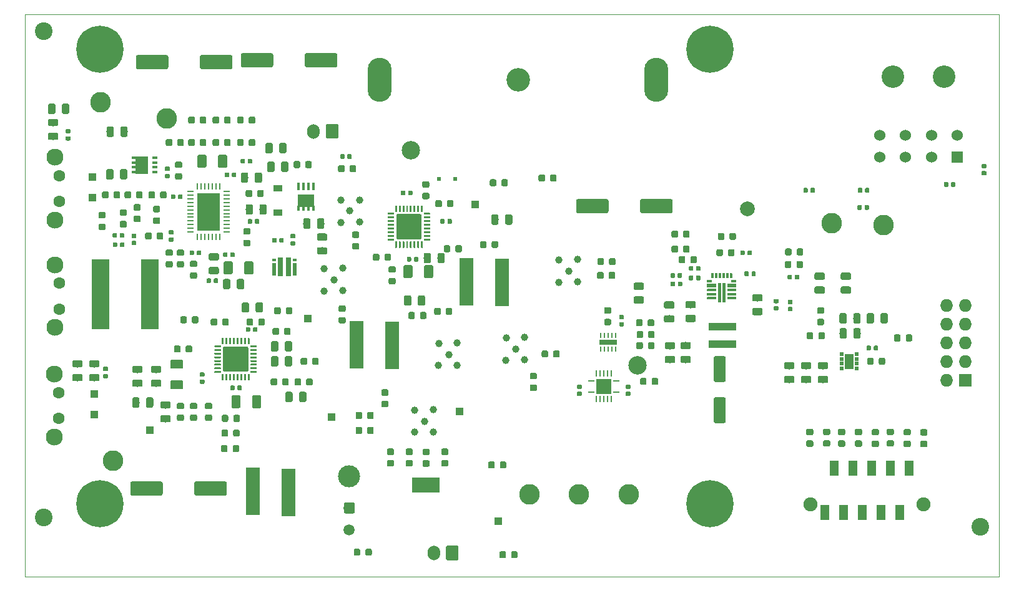
<source format=gbr>
G04 #@! TF.GenerationSoftware,KiCad,Pcbnew,(5.1.2)-1*
G04 #@! TF.CreationDate,2021-02-18T18:51:23+05:45*
G04 #@! TF.ProjectId,Pufferfish-Power-MCU,50756666-6572-4666-9973-682d506f7765,0.0*
G04 #@! TF.SameCoordinates,Original*
G04 #@! TF.FileFunction,Soldermask,Top*
G04 #@! TF.FilePolarity,Negative*
%FSLAX46Y46*%
G04 Gerber Fmt 4.6, Leading zero omitted, Abs format (unit mm)*
G04 Created by KiCad (PCBNEW (5.1.2)-1) date 2021-02-18 18:51:23*
%MOMM*%
%LPD*%
G04 APERTURE LIST*
%ADD10C,0.100000*%
%ADD11C,2.500000*%
%ADD12R,1.920000X6.500000*%
%ADD13C,0.875000*%
%ADD14C,3.200000*%
%ADD15O,3.250000X6.000000*%
%ADD16C,1.900000*%
%ADD17C,2.400000*%
%ADD18R,2.380000X9.510000*%
%ADD19R,0.599999X0.499999*%
%ADD20R,1.200000X2.000001*%
%ADD21R,1.200000X2.000000*%
%ADD22C,0.590000*%
%ADD23R,1.530000X1.530000*%
%ADD24C,1.530000*%
%ADD25C,3.050000*%
%ADD26R,0.860000X0.270000*%
%ADD27R,0.270000X0.860000*%
%ADD28R,3.150000X5.150000*%
%ADD29R,0.500000X0.500000*%
%ADD30C,2.300000*%
%ADD31C,1.600000*%
%ADD32C,0.250000*%
%ADD33C,3.450000*%
%ADD34R,2.400000X0.640000*%
%ADD35R,0.250000X0.700000*%
%ADD36C,1.000000*%
%ADD37C,0.975000*%
%ADD38R,1.100000X1.100000*%
%ADD39C,0.800000*%
%ADD40C,6.400000*%
%ADD41C,1.500000*%
%ADD42C,3.000000*%
%ADD43R,3.800000X1.000000*%
%ADD44R,3.800000X2.030000*%
%ADD45R,1.000000X1.000000*%
%ADD46C,0.400000*%
%ADD47C,0.350000*%
%ADD48C,0.500000*%
%ADD49R,2.050000X2.050000*%
%ADD50R,0.850000X0.280000*%
%ADD51R,0.280000X0.850000*%
%ADD52R,1.200000X0.900000*%
%ADD53C,1.700000*%
%ADD54O,1.700000X2.000000*%
%ADD55R,1.727200X1.727200*%
%ADD56O,1.727200X1.727200*%
%ADD57R,1.700000X2.370000*%
%ADD58R,0.700000X0.420000*%
%ADD59R,0.520000X0.450000*%
%ADD60R,0.520000X1.750000*%
%ADD61R,0.750000X2.520000*%
%ADD62C,1.250000*%
%ADD63R,0.405000X0.990000*%
%ADD64R,2.235000X1.725000*%
%ADD65R,0.405000X0.760000*%
%ADD66C,2.800000*%
%ADD67C,2.000000*%
G04 APERTURE END LIST*
D10*
X203212700Y-114388900D02*
X203212700Y-119388900D01*
X71094600Y-114401600D02*
X71094600Y-119401600D01*
X82946666Y-47752000D02*
G75*
G03X82946666Y-47752000I-1666666J0D01*
G01*
X78780000Y-47752000D02*
X83780000Y-47752000D01*
X81280000Y-45252000D02*
X81280000Y-50252000D01*
X71094600Y-114401600D02*
X71094600Y-43065700D01*
X203212700Y-119388900D02*
X71094600Y-119401600D01*
X203225400Y-43065700D02*
X203212700Y-114388900D01*
X71094600Y-43065700D02*
X203225400Y-43065700D01*
D11*
G04 #@! TO.C,TP4*
X154178000Y-90678000D03*
G04 #@! TD*
D12*
G04 #@! TO.C,L4*
X102067400Y-107857600D03*
X106877400Y-107947600D03*
G04 #@! TD*
D10*
G04 #@! TO.C,R26*
G36*
X154735091Y-86053653D02*
G01*
X154756326Y-86056803D01*
X154777150Y-86062019D01*
X154797362Y-86069251D01*
X154816768Y-86078430D01*
X154835181Y-86089466D01*
X154852424Y-86102254D01*
X154868330Y-86116670D01*
X154882746Y-86132576D01*
X154895534Y-86149819D01*
X154906570Y-86168232D01*
X154915749Y-86187638D01*
X154922981Y-86207850D01*
X154928197Y-86228674D01*
X154931347Y-86249909D01*
X154932400Y-86271350D01*
X154932400Y-86783850D01*
X154931347Y-86805291D01*
X154928197Y-86826526D01*
X154922981Y-86847350D01*
X154915749Y-86867562D01*
X154906570Y-86886968D01*
X154895534Y-86905381D01*
X154882746Y-86922624D01*
X154868330Y-86938530D01*
X154852424Y-86952946D01*
X154835181Y-86965734D01*
X154816768Y-86976770D01*
X154797362Y-86985949D01*
X154777150Y-86993181D01*
X154756326Y-86998397D01*
X154735091Y-87001547D01*
X154713650Y-87002600D01*
X154276150Y-87002600D01*
X154254709Y-87001547D01*
X154233474Y-86998397D01*
X154212650Y-86993181D01*
X154192438Y-86985949D01*
X154173032Y-86976770D01*
X154154619Y-86965734D01*
X154137376Y-86952946D01*
X154121470Y-86938530D01*
X154107054Y-86922624D01*
X154094266Y-86905381D01*
X154083230Y-86886968D01*
X154074051Y-86867562D01*
X154066819Y-86847350D01*
X154061603Y-86826526D01*
X154058453Y-86805291D01*
X154057400Y-86783850D01*
X154057400Y-86271350D01*
X154058453Y-86249909D01*
X154061603Y-86228674D01*
X154066819Y-86207850D01*
X154074051Y-86187638D01*
X154083230Y-86168232D01*
X154094266Y-86149819D01*
X154107054Y-86132576D01*
X154121470Y-86116670D01*
X154137376Y-86102254D01*
X154154619Y-86089466D01*
X154173032Y-86078430D01*
X154192438Y-86069251D01*
X154212650Y-86062019D01*
X154233474Y-86056803D01*
X154254709Y-86053653D01*
X154276150Y-86052600D01*
X154713650Y-86052600D01*
X154735091Y-86053653D01*
X154735091Y-86053653D01*
G37*
D13*
X154494900Y-86527600D03*
D10*
G36*
X156310091Y-86053653D02*
G01*
X156331326Y-86056803D01*
X156352150Y-86062019D01*
X156372362Y-86069251D01*
X156391768Y-86078430D01*
X156410181Y-86089466D01*
X156427424Y-86102254D01*
X156443330Y-86116670D01*
X156457746Y-86132576D01*
X156470534Y-86149819D01*
X156481570Y-86168232D01*
X156490749Y-86187638D01*
X156497981Y-86207850D01*
X156503197Y-86228674D01*
X156506347Y-86249909D01*
X156507400Y-86271350D01*
X156507400Y-86783850D01*
X156506347Y-86805291D01*
X156503197Y-86826526D01*
X156497981Y-86847350D01*
X156490749Y-86867562D01*
X156481570Y-86886968D01*
X156470534Y-86905381D01*
X156457746Y-86922624D01*
X156443330Y-86938530D01*
X156427424Y-86952946D01*
X156410181Y-86965734D01*
X156391768Y-86976770D01*
X156372362Y-86985949D01*
X156352150Y-86993181D01*
X156331326Y-86998397D01*
X156310091Y-87001547D01*
X156288650Y-87002600D01*
X155851150Y-87002600D01*
X155829709Y-87001547D01*
X155808474Y-86998397D01*
X155787650Y-86993181D01*
X155767438Y-86985949D01*
X155748032Y-86976770D01*
X155729619Y-86965734D01*
X155712376Y-86952946D01*
X155696470Y-86938530D01*
X155682054Y-86922624D01*
X155669266Y-86905381D01*
X155658230Y-86886968D01*
X155649051Y-86867562D01*
X155641819Y-86847350D01*
X155636603Y-86826526D01*
X155633453Y-86805291D01*
X155632400Y-86783850D01*
X155632400Y-86271350D01*
X155633453Y-86249909D01*
X155636603Y-86228674D01*
X155641819Y-86207850D01*
X155649051Y-86187638D01*
X155658230Y-86168232D01*
X155669266Y-86149819D01*
X155682054Y-86132576D01*
X155696470Y-86116670D01*
X155712376Y-86102254D01*
X155729619Y-86089466D01*
X155748032Y-86078430D01*
X155767438Y-86069251D01*
X155787650Y-86062019D01*
X155808474Y-86056803D01*
X155829709Y-86053653D01*
X155851150Y-86052600D01*
X156288650Y-86052600D01*
X156310091Y-86053653D01*
X156310091Y-86053653D01*
G37*
D13*
X156069900Y-86527600D03*
G04 #@! TD*
D14*
G04 #@! TO.C,F1*
X138005400Y-51926600D03*
D15*
X119255400Y-51926600D03*
X156755400Y-51926600D03*
G04 #@! TD*
D10*
G04 #@! TO.C,C24*
G36*
X98272505Y-106493204D02*
G01*
X98296773Y-106496804D01*
X98320572Y-106502765D01*
X98343671Y-106511030D01*
X98365850Y-106521520D01*
X98386893Y-106534132D01*
X98406599Y-106548747D01*
X98424777Y-106565223D01*
X98441253Y-106583401D01*
X98455868Y-106603107D01*
X98468480Y-106624150D01*
X98478970Y-106646329D01*
X98487235Y-106669428D01*
X98493196Y-106693227D01*
X98496796Y-106717495D01*
X98498000Y-106741999D01*
X98498000Y-108142001D01*
X98496796Y-108166505D01*
X98493196Y-108190773D01*
X98487235Y-108214572D01*
X98478970Y-108237671D01*
X98468480Y-108259850D01*
X98455868Y-108280893D01*
X98441253Y-108300599D01*
X98424777Y-108318777D01*
X98406599Y-108335253D01*
X98386893Y-108349868D01*
X98365850Y-108362480D01*
X98343671Y-108372970D01*
X98320572Y-108381235D01*
X98296773Y-108387196D01*
X98272505Y-108390796D01*
X98248001Y-108392000D01*
X94347999Y-108392000D01*
X94323495Y-108390796D01*
X94299227Y-108387196D01*
X94275428Y-108381235D01*
X94252329Y-108372970D01*
X94230150Y-108362480D01*
X94209107Y-108349868D01*
X94189401Y-108335253D01*
X94171223Y-108318777D01*
X94154747Y-108300599D01*
X94140132Y-108280893D01*
X94127520Y-108259850D01*
X94117030Y-108237671D01*
X94108765Y-108214572D01*
X94102804Y-108190773D01*
X94099204Y-108166505D01*
X94098000Y-108142001D01*
X94098000Y-106741999D01*
X94099204Y-106717495D01*
X94102804Y-106693227D01*
X94108765Y-106669428D01*
X94117030Y-106646329D01*
X94127520Y-106624150D01*
X94140132Y-106603107D01*
X94154747Y-106583401D01*
X94171223Y-106565223D01*
X94189401Y-106548747D01*
X94209107Y-106534132D01*
X94230150Y-106521520D01*
X94252329Y-106511030D01*
X94275428Y-106502765D01*
X94299227Y-106496804D01*
X94323495Y-106493204D01*
X94347999Y-106492000D01*
X98248001Y-106492000D01*
X98272505Y-106493204D01*
X98272505Y-106493204D01*
G37*
D16*
X96298000Y-107442000D03*
D10*
G36*
X89572505Y-106493204D02*
G01*
X89596773Y-106496804D01*
X89620572Y-106502765D01*
X89643671Y-106511030D01*
X89665850Y-106521520D01*
X89686893Y-106534132D01*
X89706599Y-106548747D01*
X89724777Y-106565223D01*
X89741253Y-106583401D01*
X89755868Y-106603107D01*
X89768480Y-106624150D01*
X89778970Y-106646329D01*
X89787235Y-106669428D01*
X89793196Y-106693227D01*
X89796796Y-106717495D01*
X89798000Y-106741999D01*
X89798000Y-108142001D01*
X89796796Y-108166505D01*
X89793196Y-108190773D01*
X89787235Y-108214572D01*
X89778970Y-108237671D01*
X89768480Y-108259850D01*
X89755868Y-108280893D01*
X89741253Y-108300599D01*
X89724777Y-108318777D01*
X89706599Y-108335253D01*
X89686893Y-108349868D01*
X89665850Y-108362480D01*
X89643671Y-108372970D01*
X89620572Y-108381235D01*
X89596773Y-108387196D01*
X89572505Y-108390796D01*
X89548001Y-108392000D01*
X85647999Y-108392000D01*
X85623495Y-108390796D01*
X85599227Y-108387196D01*
X85575428Y-108381235D01*
X85552329Y-108372970D01*
X85530150Y-108362480D01*
X85509107Y-108349868D01*
X85489401Y-108335253D01*
X85471223Y-108318777D01*
X85454747Y-108300599D01*
X85440132Y-108280893D01*
X85427520Y-108259850D01*
X85417030Y-108237671D01*
X85408765Y-108214572D01*
X85402804Y-108190773D01*
X85399204Y-108166505D01*
X85398000Y-108142001D01*
X85398000Y-106741999D01*
X85399204Y-106717495D01*
X85402804Y-106693227D01*
X85408765Y-106669428D01*
X85417030Y-106646329D01*
X85427520Y-106624150D01*
X85440132Y-106603107D01*
X85454747Y-106583401D01*
X85471223Y-106565223D01*
X85489401Y-106548747D01*
X85509107Y-106534132D01*
X85530150Y-106521520D01*
X85552329Y-106511030D01*
X85575428Y-106502765D01*
X85599227Y-106496804D01*
X85623495Y-106493204D01*
X85647999Y-106492000D01*
X89548001Y-106492000D01*
X89572505Y-106493204D01*
X89572505Y-106493204D01*
G37*
D16*
X87598000Y-107442000D03*
G04 #@! TD*
D17*
G04 #@! TO.C,FID1*
X200697400Y-112632600D03*
G04 #@! TD*
G04 #@! TO.C,FID1*
X73697400Y-111362600D03*
G04 #@! TD*
D18*
G04 #@! TO.C,L3*
X88025000Y-81100000D03*
X81375000Y-81100000D03*
G04 #@! TD*
D12*
G04 #@! TO.C,L5*
X120934000Y-87997600D03*
X116124000Y-87907600D03*
G04 #@! TD*
G04 #@! TO.C,L6*
X135793000Y-79420000D03*
X130983000Y-79330000D03*
G04 #@! TD*
D19*
G04 #@! TO.C,U3*
X181830000Y-89195001D03*
X181830000Y-89844999D03*
X181830000Y-90495001D03*
X181830000Y-91144999D03*
X183930000Y-91144999D03*
X183930000Y-90495001D03*
X183930000Y-89844999D03*
X183930000Y-89195001D03*
D20*
X182880000Y-90170000D03*
G04 #@! TD*
D16*
G04 #@! TO.C,J2*
X192933000Y-109596000D03*
X177653000Y-109596000D03*
D21*
X191003000Y-104696000D03*
X188463000Y-104696000D03*
X185923000Y-104696000D03*
X183383000Y-104696000D03*
X180843000Y-104696000D03*
X189743000Y-110696000D03*
X187203000Y-110696000D03*
X184663000Y-110696000D03*
X182123000Y-110696000D03*
X179583000Y-110696000D03*
G04 #@! TD*
D10*
G04 #@! TO.C,C15*
G36*
X94257691Y-76500053D02*
G01*
X94278926Y-76503203D01*
X94299750Y-76508419D01*
X94319962Y-76515651D01*
X94339368Y-76524830D01*
X94357781Y-76535866D01*
X94375024Y-76548654D01*
X94390930Y-76563070D01*
X94405346Y-76578976D01*
X94418134Y-76596219D01*
X94429170Y-76614632D01*
X94438349Y-76634038D01*
X94445581Y-76654250D01*
X94450797Y-76675074D01*
X94453947Y-76696309D01*
X94455000Y-76717750D01*
X94455000Y-77155250D01*
X94453947Y-77176691D01*
X94450797Y-77197926D01*
X94445581Y-77218750D01*
X94438349Y-77238962D01*
X94429170Y-77258368D01*
X94418134Y-77276781D01*
X94405346Y-77294024D01*
X94390930Y-77309930D01*
X94375024Y-77324346D01*
X94357781Y-77337134D01*
X94339368Y-77348170D01*
X94319962Y-77357349D01*
X94299750Y-77364581D01*
X94278926Y-77369797D01*
X94257691Y-77372947D01*
X94236250Y-77374000D01*
X93723750Y-77374000D01*
X93702309Y-77372947D01*
X93681074Y-77369797D01*
X93660250Y-77364581D01*
X93640038Y-77357349D01*
X93620632Y-77348170D01*
X93602219Y-77337134D01*
X93584976Y-77324346D01*
X93569070Y-77309930D01*
X93554654Y-77294024D01*
X93541866Y-77276781D01*
X93530830Y-77258368D01*
X93521651Y-77238962D01*
X93514419Y-77218750D01*
X93509203Y-77197926D01*
X93506053Y-77176691D01*
X93505000Y-77155250D01*
X93505000Y-76717750D01*
X93506053Y-76696309D01*
X93509203Y-76675074D01*
X93514419Y-76654250D01*
X93521651Y-76634038D01*
X93530830Y-76614632D01*
X93541866Y-76596219D01*
X93554654Y-76578976D01*
X93569070Y-76563070D01*
X93584976Y-76548654D01*
X93602219Y-76535866D01*
X93620632Y-76524830D01*
X93640038Y-76515651D01*
X93660250Y-76508419D01*
X93681074Y-76503203D01*
X93702309Y-76500053D01*
X93723750Y-76499000D01*
X94236250Y-76499000D01*
X94257691Y-76500053D01*
X94257691Y-76500053D01*
G37*
D13*
X93980000Y-76936500D03*
D10*
G36*
X94257691Y-78075053D02*
G01*
X94278926Y-78078203D01*
X94299750Y-78083419D01*
X94319962Y-78090651D01*
X94339368Y-78099830D01*
X94357781Y-78110866D01*
X94375024Y-78123654D01*
X94390930Y-78138070D01*
X94405346Y-78153976D01*
X94418134Y-78171219D01*
X94429170Y-78189632D01*
X94438349Y-78209038D01*
X94445581Y-78229250D01*
X94450797Y-78250074D01*
X94453947Y-78271309D01*
X94455000Y-78292750D01*
X94455000Y-78730250D01*
X94453947Y-78751691D01*
X94450797Y-78772926D01*
X94445581Y-78793750D01*
X94438349Y-78813962D01*
X94429170Y-78833368D01*
X94418134Y-78851781D01*
X94405346Y-78869024D01*
X94390930Y-78884930D01*
X94375024Y-78899346D01*
X94357781Y-78912134D01*
X94339368Y-78923170D01*
X94319962Y-78932349D01*
X94299750Y-78939581D01*
X94278926Y-78944797D01*
X94257691Y-78947947D01*
X94236250Y-78949000D01*
X93723750Y-78949000D01*
X93702309Y-78947947D01*
X93681074Y-78944797D01*
X93660250Y-78939581D01*
X93640038Y-78932349D01*
X93620632Y-78923170D01*
X93602219Y-78912134D01*
X93584976Y-78899346D01*
X93569070Y-78884930D01*
X93554654Y-78869024D01*
X93541866Y-78851781D01*
X93530830Y-78833368D01*
X93521651Y-78813962D01*
X93514419Y-78793750D01*
X93509203Y-78772926D01*
X93506053Y-78751691D01*
X93505000Y-78730250D01*
X93505000Y-78292750D01*
X93506053Y-78271309D01*
X93509203Y-78250074D01*
X93514419Y-78229250D01*
X93521651Y-78209038D01*
X93530830Y-78189632D01*
X93541866Y-78171219D01*
X93554654Y-78153976D01*
X93569070Y-78138070D01*
X93584976Y-78123654D01*
X93602219Y-78110866D01*
X93620632Y-78099830D01*
X93640038Y-78090651D01*
X93660250Y-78083419D01*
X93681074Y-78078203D01*
X93702309Y-78075053D01*
X93723750Y-78074000D01*
X94236250Y-78074000D01*
X94257691Y-78075053D01*
X94257691Y-78075053D01*
G37*
D13*
X93980000Y-78511500D03*
G04 #@! TD*
D10*
G04 #@! TO.C,C80*
G36*
X102500958Y-85532710D02*
G01*
X102515276Y-85534834D01*
X102529317Y-85538351D01*
X102542946Y-85543228D01*
X102556031Y-85549417D01*
X102568447Y-85556858D01*
X102580073Y-85565481D01*
X102590798Y-85575202D01*
X102600519Y-85585927D01*
X102609142Y-85597553D01*
X102616583Y-85609969D01*
X102622772Y-85623054D01*
X102627649Y-85636683D01*
X102631166Y-85650724D01*
X102633290Y-85665042D01*
X102634000Y-85679500D01*
X102634000Y-86024500D01*
X102633290Y-86038958D01*
X102631166Y-86053276D01*
X102627649Y-86067317D01*
X102622772Y-86080946D01*
X102616583Y-86094031D01*
X102609142Y-86106447D01*
X102600519Y-86118073D01*
X102590798Y-86128798D01*
X102580073Y-86138519D01*
X102568447Y-86147142D01*
X102556031Y-86154583D01*
X102542946Y-86160772D01*
X102529317Y-86165649D01*
X102515276Y-86169166D01*
X102500958Y-86171290D01*
X102486500Y-86172000D01*
X102191500Y-86172000D01*
X102177042Y-86171290D01*
X102162724Y-86169166D01*
X102148683Y-86165649D01*
X102135054Y-86160772D01*
X102121969Y-86154583D01*
X102109553Y-86147142D01*
X102097927Y-86138519D01*
X102087202Y-86128798D01*
X102077481Y-86118073D01*
X102068858Y-86106447D01*
X102061417Y-86094031D01*
X102055228Y-86080946D01*
X102050351Y-86067317D01*
X102046834Y-86053276D01*
X102044710Y-86038958D01*
X102044000Y-86024500D01*
X102044000Y-85679500D01*
X102044710Y-85665042D01*
X102046834Y-85650724D01*
X102050351Y-85636683D01*
X102055228Y-85623054D01*
X102061417Y-85609969D01*
X102068858Y-85597553D01*
X102077481Y-85585927D01*
X102087202Y-85575202D01*
X102097927Y-85565481D01*
X102109553Y-85556858D01*
X102121969Y-85549417D01*
X102135054Y-85543228D01*
X102148683Y-85538351D01*
X102162724Y-85534834D01*
X102177042Y-85532710D01*
X102191500Y-85532000D01*
X102486500Y-85532000D01*
X102500958Y-85532710D01*
X102500958Y-85532710D01*
G37*
D22*
X102339000Y-85852000D03*
D10*
G36*
X101530958Y-85532710D02*
G01*
X101545276Y-85534834D01*
X101559317Y-85538351D01*
X101572946Y-85543228D01*
X101586031Y-85549417D01*
X101598447Y-85556858D01*
X101610073Y-85565481D01*
X101620798Y-85575202D01*
X101630519Y-85585927D01*
X101639142Y-85597553D01*
X101646583Y-85609969D01*
X101652772Y-85623054D01*
X101657649Y-85636683D01*
X101661166Y-85650724D01*
X101663290Y-85665042D01*
X101664000Y-85679500D01*
X101664000Y-86024500D01*
X101663290Y-86038958D01*
X101661166Y-86053276D01*
X101657649Y-86067317D01*
X101652772Y-86080946D01*
X101646583Y-86094031D01*
X101639142Y-86106447D01*
X101630519Y-86118073D01*
X101620798Y-86128798D01*
X101610073Y-86138519D01*
X101598447Y-86147142D01*
X101586031Y-86154583D01*
X101572946Y-86160772D01*
X101559317Y-86165649D01*
X101545276Y-86169166D01*
X101530958Y-86171290D01*
X101516500Y-86172000D01*
X101221500Y-86172000D01*
X101207042Y-86171290D01*
X101192724Y-86169166D01*
X101178683Y-86165649D01*
X101165054Y-86160772D01*
X101151969Y-86154583D01*
X101139553Y-86147142D01*
X101127927Y-86138519D01*
X101117202Y-86128798D01*
X101107481Y-86118073D01*
X101098858Y-86106447D01*
X101091417Y-86094031D01*
X101085228Y-86080946D01*
X101080351Y-86067317D01*
X101076834Y-86053276D01*
X101074710Y-86038958D01*
X101074000Y-86024500D01*
X101074000Y-85679500D01*
X101074710Y-85665042D01*
X101076834Y-85650724D01*
X101080351Y-85636683D01*
X101085228Y-85623054D01*
X101091417Y-85609969D01*
X101098858Y-85597553D01*
X101107481Y-85585927D01*
X101117202Y-85575202D01*
X101127927Y-85565481D01*
X101139553Y-85556858D01*
X101151969Y-85549417D01*
X101165054Y-85543228D01*
X101178683Y-85538351D01*
X101192724Y-85534834D01*
X101207042Y-85532710D01*
X101221500Y-85532000D01*
X101516500Y-85532000D01*
X101530958Y-85532710D01*
X101530958Y-85532710D01*
G37*
D22*
X101369000Y-85852000D03*
G04 #@! TD*
D23*
G04 #@! TO.C,J1*
X197528000Y-62460000D03*
D24*
X194028000Y-62460000D03*
X190528000Y-62460000D03*
X187028000Y-62460000D03*
X197528000Y-59460000D03*
X194028000Y-59460000D03*
X190528000Y-59460000D03*
X187028000Y-59460000D03*
D25*
X195778000Y-51550000D03*
X188778000Y-51550000D03*
G04 #@! TD*
D10*
G04 #@! TO.C,R29*
G36*
X159124358Y-78193310D02*
G01*
X159138676Y-78195434D01*
X159152717Y-78198951D01*
X159166346Y-78203828D01*
X159179431Y-78210017D01*
X159191847Y-78217458D01*
X159203473Y-78226081D01*
X159214198Y-78235802D01*
X159223919Y-78246527D01*
X159232542Y-78258153D01*
X159239983Y-78270569D01*
X159246172Y-78283654D01*
X159251049Y-78297283D01*
X159254566Y-78311324D01*
X159256690Y-78325642D01*
X159257400Y-78340100D01*
X159257400Y-78685100D01*
X159256690Y-78699558D01*
X159254566Y-78713876D01*
X159251049Y-78727917D01*
X159246172Y-78741546D01*
X159239983Y-78754631D01*
X159232542Y-78767047D01*
X159223919Y-78778673D01*
X159214198Y-78789398D01*
X159203473Y-78799119D01*
X159191847Y-78807742D01*
X159179431Y-78815183D01*
X159166346Y-78821372D01*
X159152717Y-78826249D01*
X159138676Y-78829766D01*
X159124358Y-78831890D01*
X159109900Y-78832600D01*
X158814900Y-78832600D01*
X158800442Y-78831890D01*
X158786124Y-78829766D01*
X158772083Y-78826249D01*
X158758454Y-78821372D01*
X158745369Y-78815183D01*
X158732953Y-78807742D01*
X158721327Y-78799119D01*
X158710602Y-78789398D01*
X158700881Y-78778673D01*
X158692258Y-78767047D01*
X158684817Y-78754631D01*
X158678628Y-78741546D01*
X158673751Y-78727917D01*
X158670234Y-78713876D01*
X158668110Y-78699558D01*
X158667400Y-78685100D01*
X158667400Y-78340100D01*
X158668110Y-78325642D01*
X158670234Y-78311324D01*
X158673751Y-78297283D01*
X158678628Y-78283654D01*
X158684817Y-78270569D01*
X158692258Y-78258153D01*
X158700881Y-78246527D01*
X158710602Y-78235802D01*
X158721327Y-78226081D01*
X158732953Y-78217458D01*
X158745369Y-78210017D01*
X158758454Y-78203828D01*
X158772083Y-78198951D01*
X158786124Y-78195434D01*
X158800442Y-78193310D01*
X158814900Y-78192600D01*
X159109900Y-78192600D01*
X159124358Y-78193310D01*
X159124358Y-78193310D01*
G37*
D22*
X158962400Y-78512600D03*
D10*
G36*
X160094358Y-78193310D02*
G01*
X160108676Y-78195434D01*
X160122717Y-78198951D01*
X160136346Y-78203828D01*
X160149431Y-78210017D01*
X160161847Y-78217458D01*
X160173473Y-78226081D01*
X160184198Y-78235802D01*
X160193919Y-78246527D01*
X160202542Y-78258153D01*
X160209983Y-78270569D01*
X160216172Y-78283654D01*
X160221049Y-78297283D01*
X160224566Y-78311324D01*
X160226690Y-78325642D01*
X160227400Y-78340100D01*
X160227400Y-78685100D01*
X160226690Y-78699558D01*
X160224566Y-78713876D01*
X160221049Y-78727917D01*
X160216172Y-78741546D01*
X160209983Y-78754631D01*
X160202542Y-78767047D01*
X160193919Y-78778673D01*
X160184198Y-78789398D01*
X160173473Y-78799119D01*
X160161847Y-78807742D01*
X160149431Y-78815183D01*
X160136346Y-78821372D01*
X160122717Y-78826249D01*
X160108676Y-78829766D01*
X160094358Y-78831890D01*
X160079900Y-78832600D01*
X159784900Y-78832600D01*
X159770442Y-78831890D01*
X159756124Y-78829766D01*
X159742083Y-78826249D01*
X159728454Y-78821372D01*
X159715369Y-78815183D01*
X159702953Y-78807742D01*
X159691327Y-78799119D01*
X159680602Y-78789398D01*
X159670881Y-78778673D01*
X159662258Y-78767047D01*
X159654817Y-78754631D01*
X159648628Y-78741546D01*
X159643751Y-78727917D01*
X159640234Y-78713876D01*
X159638110Y-78699558D01*
X159637400Y-78685100D01*
X159637400Y-78340100D01*
X159638110Y-78325642D01*
X159640234Y-78311324D01*
X159643751Y-78297283D01*
X159648628Y-78283654D01*
X159654817Y-78270569D01*
X159662258Y-78258153D01*
X159670881Y-78246527D01*
X159680602Y-78235802D01*
X159691327Y-78226081D01*
X159702953Y-78217458D01*
X159715369Y-78210017D01*
X159728454Y-78203828D01*
X159742083Y-78198951D01*
X159756124Y-78195434D01*
X159770442Y-78193310D01*
X159784900Y-78192600D01*
X160079900Y-78192600D01*
X160094358Y-78193310D01*
X160094358Y-78193310D01*
G37*
D22*
X159932400Y-78512600D03*
G04 #@! TD*
D10*
G04 #@! TO.C,C23*
G36*
X99034505Y-48581204D02*
G01*
X99058773Y-48584804D01*
X99082572Y-48590765D01*
X99105671Y-48599030D01*
X99127850Y-48609520D01*
X99148893Y-48622132D01*
X99168599Y-48636747D01*
X99186777Y-48653223D01*
X99203253Y-48671401D01*
X99217868Y-48691107D01*
X99230480Y-48712150D01*
X99240970Y-48734329D01*
X99249235Y-48757428D01*
X99255196Y-48781227D01*
X99258796Y-48805495D01*
X99260000Y-48829999D01*
X99260000Y-50230001D01*
X99258796Y-50254505D01*
X99255196Y-50278773D01*
X99249235Y-50302572D01*
X99240970Y-50325671D01*
X99230480Y-50347850D01*
X99217868Y-50368893D01*
X99203253Y-50388599D01*
X99186777Y-50406777D01*
X99168599Y-50423253D01*
X99148893Y-50437868D01*
X99127850Y-50450480D01*
X99105671Y-50460970D01*
X99082572Y-50469235D01*
X99058773Y-50475196D01*
X99034505Y-50478796D01*
X99010001Y-50480000D01*
X95109999Y-50480000D01*
X95085495Y-50478796D01*
X95061227Y-50475196D01*
X95037428Y-50469235D01*
X95014329Y-50460970D01*
X94992150Y-50450480D01*
X94971107Y-50437868D01*
X94951401Y-50423253D01*
X94933223Y-50406777D01*
X94916747Y-50388599D01*
X94902132Y-50368893D01*
X94889520Y-50347850D01*
X94879030Y-50325671D01*
X94870765Y-50302572D01*
X94864804Y-50278773D01*
X94861204Y-50254505D01*
X94860000Y-50230001D01*
X94860000Y-48829999D01*
X94861204Y-48805495D01*
X94864804Y-48781227D01*
X94870765Y-48757428D01*
X94879030Y-48734329D01*
X94889520Y-48712150D01*
X94902132Y-48691107D01*
X94916747Y-48671401D01*
X94933223Y-48653223D01*
X94951401Y-48636747D01*
X94971107Y-48622132D01*
X94992150Y-48609520D01*
X95014329Y-48599030D01*
X95037428Y-48590765D01*
X95061227Y-48584804D01*
X95085495Y-48581204D01*
X95109999Y-48580000D01*
X99010001Y-48580000D01*
X99034505Y-48581204D01*
X99034505Y-48581204D01*
G37*
D16*
X97060000Y-49530000D03*
D10*
G36*
X90334505Y-48581204D02*
G01*
X90358773Y-48584804D01*
X90382572Y-48590765D01*
X90405671Y-48599030D01*
X90427850Y-48609520D01*
X90448893Y-48622132D01*
X90468599Y-48636747D01*
X90486777Y-48653223D01*
X90503253Y-48671401D01*
X90517868Y-48691107D01*
X90530480Y-48712150D01*
X90540970Y-48734329D01*
X90549235Y-48757428D01*
X90555196Y-48781227D01*
X90558796Y-48805495D01*
X90560000Y-48829999D01*
X90560000Y-50230001D01*
X90558796Y-50254505D01*
X90555196Y-50278773D01*
X90549235Y-50302572D01*
X90540970Y-50325671D01*
X90530480Y-50347850D01*
X90517868Y-50368893D01*
X90503253Y-50388599D01*
X90486777Y-50406777D01*
X90468599Y-50423253D01*
X90448893Y-50437868D01*
X90427850Y-50450480D01*
X90405671Y-50460970D01*
X90382572Y-50469235D01*
X90358773Y-50475196D01*
X90334505Y-50478796D01*
X90310001Y-50480000D01*
X86409999Y-50480000D01*
X86385495Y-50478796D01*
X86361227Y-50475196D01*
X86337428Y-50469235D01*
X86314329Y-50460970D01*
X86292150Y-50450480D01*
X86271107Y-50437868D01*
X86251401Y-50423253D01*
X86233223Y-50406777D01*
X86216747Y-50388599D01*
X86202132Y-50368893D01*
X86189520Y-50347850D01*
X86179030Y-50325671D01*
X86170765Y-50302572D01*
X86164804Y-50278773D01*
X86161204Y-50254505D01*
X86160000Y-50230001D01*
X86160000Y-48829999D01*
X86161204Y-48805495D01*
X86164804Y-48781227D01*
X86170765Y-48757428D01*
X86179030Y-48734329D01*
X86189520Y-48712150D01*
X86202132Y-48691107D01*
X86216747Y-48671401D01*
X86233223Y-48653223D01*
X86251401Y-48636747D01*
X86271107Y-48622132D01*
X86292150Y-48609520D01*
X86314329Y-48599030D01*
X86337428Y-48590765D01*
X86361227Y-48584804D01*
X86385495Y-48581204D01*
X86409999Y-48580000D01*
X90310001Y-48580000D01*
X90334505Y-48581204D01*
X90334505Y-48581204D01*
G37*
D16*
X88360000Y-49530000D03*
G04 #@! TD*
D10*
G04 #@! TO.C,C110*
G36*
X185494358Y-66623310D02*
G01*
X185508676Y-66625434D01*
X185522717Y-66628951D01*
X185536346Y-66633828D01*
X185549431Y-66640017D01*
X185561847Y-66647458D01*
X185573473Y-66656081D01*
X185584198Y-66665802D01*
X185593919Y-66676527D01*
X185602542Y-66688153D01*
X185609983Y-66700569D01*
X185616172Y-66713654D01*
X185621049Y-66727283D01*
X185624566Y-66741324D01*
X185626690Y-66755642D01*
X185627400Y-66770100D01*
X185627400Y-67115100D01*
X185626690Y-67129558D01*
X185624566Y-67143876D01*
X185621049Y-67157917D01*
X185616172Y-67171546D01*
X185609983Y-67184631D01*
X185602542Y-67197047D01*
X185593919Y-67208673D01*
X185584198Y-67219398D01*
X185573473Y-67229119D01*
X185561847Y-67237742D01*
X185549431Y-67245183D01*
X185536346Y-67251372D01*
X185522717Y-67256249D01*
X185508676Y-67259766D01*
X185494358Y-67261890D01*
X185479900Y-67262600D01*
X185184900Y-67262600D01*
X185170442Y-67261890D01*
X185156124Y-67259766D01*
X185142083Y-67256249D01*
X185128454Y-67251372D01*
X185115369Y-67245183D01*
X185102953Y-67237742D01*
X185091327Y-67229119D01*
X185080602Y-67219398D01*
X185070881Y-67208673D01*
X185062258Y-67197047D01*
X185054817Y-67184631D01*
X185048628Y-67171546D01*
X185043751Y-67157917D01*
X185040234Y-67143876D01*
X185038110Y-67129558D01*
X185037400Y-67115100D01*
X185037400Y-66770100D01*
X185038110Y-66755642D01*
X185040234Y-66741324D01*
X185043751Y-66727283D01*
X185048628Y-66713654D01*
X185054817Y-66700569D01*
X185062258Y-66688153D01*
X185070881Y-66676527D01*
X185080602Y-66665802D01*
X185091327Y-66656081D01*
X185102953Y-66647458D01*
X185115369Y-66640017D01*
X185128454Y-66633828D01*
X185142083Y-66628951D01*
X185156124Y-66625434D01*
X185170442Y-66623310D01*
X185184900Y-66622600D01*
X185479900Y-66622600D01*
X185494358Y-66623310D01*
X185494358Y-66623310D01*
G37*
D22*
X185332400Y-66942600D03*
D10*
G36*
X184524358Y-66623310D02*
G01*
X184538676Y-66625434D01*
X184552717Y-66628951D01*
X184566346Y-66633828D01*
X184579431Y-66640017D01*
X184591847Y-66647458D01*
X184603473Y-66656081D01*
X184614198Y-66665802D01*
X184623919Y-66676527D01*
X184632542Y-66688153D01*
X184639983Y-66700569D01*
X184646172Y-66713654D01*
X184651049Y-66727283D01*
X184654566Y-66741324D01*
X184656690Y-66755642D01*
X184657400Y-66770100D01*
X184657400Y-67115100D01*
X184656690Y-67129558D01*
X184654566Y-67143876D01*
X184651049Y-67157917D01*
X184646172Y-67171546D01*
X184639983Y-67184631D01*
X184632542Y-67197047D01*
X184623919Y-67208673D01*
X184614198Y-67219398D01*
X184603473Y-67229119D01*
X184591847Y-67237742D01*
X184579431Y-67245183D01*
X184566346Y-67251372D01*
X184552717Y-67256249D01*
X184538676Y-67259766D01*
X184524358Y-67261890D01*
X184509900Y-67262600D01*
X184214900Y-67262600D01*
X184200442Y-67261890D01*
X184186124Y-67259766D01*
X184172083Y-67256249D01*
X184158454Y-67251372D01*
X184145369Y-67245183D01*
X184132953Y-67237742D01*
X184121327Y-67229119D01*
X184110602Y-67219398D01*
X184100881Y-67208673D01*
X184092258Y-67197047D01*
X184084817Y-67184631D01*
X184078628Y-67171546D01*
X184073751Y-67157917D01*
X184070234Y-67143876D01*
X184068110Y-67129558D01*
X184067400Y-67115100D01*
X184067400Y-66770100D01*
X184068110Y-66755642D01*
X184070234Y-66741324D01*
X184073751Y-66727283D01*
X184078628Y-66713654D01*
X184084817Y-66700569D01*
X184092258Y-66688153D01*
X184100881Y-66676527D01*
X184110602Y-66665802D01*
X184121327Y-66656081D01*
X184132953Y-66647458D01*
X184145369Y-66640017D01*
X184158454Y-66633828D01*
X184172083Y-66628951D01*
X184186124Y-66625434D01*
X184200442Y-66623310D01*
X184214900Y-66622600D01*
X184509900Y-66622600D01*
X184524358Y-66623310D01*
X184524358Y-66623310D01*
G37*
D22*
X184362400Y-66942600D03*
G04 #@! TD*
D10*
G04 #@! TO.C,C16*
G36*
X114332558Y-62033310D02*
G01*
X114346876Y-62035434D01*
X114360917Y-62038951D01*
X114374546Y-62043828D01*
X114387631Y-62050017D01*
X114400047Y-62057458D01*
X114411673Y-62066081D01*
X114422398Y-62075802D01*
X114432119Y-62086527D01*
X114440742Y-62098153D01*
X114448183Y-62110569D01*
X114454372Y-62123654D01*
X114459249Y-62137283D01*
X114462766Y-62151324D01*
X114464890Y-62165642D01*
X114465600Y-62180100D01*
X114465600Y-62525100D01*
X114464890Y-62539558D01*
X114462766Y-62553876D01*
X114459249Y-62567917D01*
X114454372Y-62581546D01*
X114448183Y-62594631D01*
X114440742Y-62607047D01*
X114432119Y-62618673D01*
X114422398Y-62629398D01*
X114411673Y-62639119D01*
X114400047Y-62647742D01*
X114387631Y-62655183D01*
X114374546Y-62661372D01*
X114360917Y-62666249D01*
X114346876Y-62669766D01*
X114332558Y-62671890D01*
X114318100Y-62672600D01*
X114023100Y-62672600D01*
X114008642Y-62671890D01*
X113994324Y-62669766D01*
X113980283Y-62666249D01*
X113966654Y-62661372D01*
X113953569Y-62655183D01*
X113941153Y-62647742D01*
X113929527Y-62639119D01*
X113918802Y-62629398D01*
X113909081Y-62618673D01*
X113900458Y-62607047D01*
X113893017Y-62594631D01*
X113886828Y-62581546D01*
X113881951Y-62567917D01*
X113878434Y-62553876D01*
X113876310Y-62539558D01*
X113875600Y-62525100D01*
X113875600Y-62180100D01*
X113876310Y-62165642D01*
X113878434Y-62151324D01*
X113881951Y-62137283D01*
X113886828Y-62123654D01*
X113893017Y-62110569D01*
X113900458Y-62098153D01*
X113909081Y-62086527D01*
X113918802Y-62075802D01*
X113929527Y-62066081D01*
X113941153Y-62057458D01*
X113953569Y-62050017D01*
X113966654Y-62043828D01*
X113980283Y-62038951D01*
X113994324Y-62035434D01*
X114008642Y-62033310D01*
X114023100Y-62032600D01*
X114318100Y-62032600D01*
X114332558Y-62033310D01*
X114332558Y-62033310D01*
G37*
D22*
X114170600Y-62352600D03*
D10*
G36*
X115302558Y-62033310D02*
G01*
X115316876Y-62035434D01*
X115330917Y-62038951D01*
X115344546Y-62043828D01*
X115357631Y-62050017D01*
X115370047Y-62057458D01*
X115381673Y-62066081D01*
X115392398Y-62075802D01*
X115402119Y-62086527D01*
X115410742Y-62098153D01*
X115418183Y-62110569D01*
X115424372Y-62123654D01*
X115429249Y-62137283D01*
X115432766Y-62151324D01*
X115434890Y-62165642D01*
X115435600Y-62180100D01*
X115435600Y-62525100D01*
X115434890Y-62539558D01*
X115432766Y-62553876D01*
X115429249Y-62567917D01*
X115424372Y-62581546D01*
X115418183Y-62594631D01*
X115410742Y-62607047D01*
X115402119Y-62618673D01*
X115392398Y-62629398D01*
X115381673Y-62639119D01*
X115370047Y-62647742D01*
X115357631Y-62655183D01*
X115344546Y-62661372D01*
X115330917Y-62666249D01*
X115316876Y-62669766D01*
X115302558Y-62671890D01*
X115288100Y-62672600D01*
X114993100Y-62672600D01*
X114978642Y-62671890D01*
X114964324Y-62669766D01*
X114950283Y-62666249D01*
X114936654Y-62661372D01*
X114923569Y-62655183D01*
X114911153Y-62647742D01*
X114899527Y-62639119D01*
X114888802Y-62629398D01*
X114879081Y-62618673D01*
X114870458Y-62607047D01*
X114863017Y-62594631D01*
X114856828Y-62581546D01*
X114851951Y-62567917D01*
X114848434Y-62553876D01*
X114846310Y-62539558D01*
X114845600Y-62525100D01*
X114845600Y-62180100D01*
X114846310Y-62165642D01*
X114848434Y-62151324D01*
X114851951Y-62137283D01*
X114856828Y-62123654D01*
X114863017Y-62110569D01*
X114870458Y-62098153D01*
X114879081Y-62086527D01*
X114888802Y-62075802D01*
X114899527Y-62066081D01*
X114911153Y-62057458D01*
X114923569Y-62050017D01*
X114936654Y-62043828D01*
X114950283Y-62038951D01*
X114964324Y-62035434D01*
X114978642Y-62033310D01*
X114993100Y-62032600D01*
X115288100Y-62032600D01*
X115302558Y-62033310D01*
X115302558Y-62033310D01*
G37*
D22*
X115140600Y-62352600D03*
G04 #@! TD*
D10*
G04 #@! TO.C,C14*
G36*
X102754958Y-70851510D02*
G01*
X102769276Y-70853634D01*
X102783317Y-70857151D01*
X102796946Y-70862028D01*
X102810031Y-70868217D01*
X102822447Y-70875658D01*
X102834073Y-70884281D01*
X102844798Y-70894002D01*
X102854519Y-70904727D01*
X102863142Y-70916353D01*
X102870583Y-70928769D01*
X102876772Y-70941854D01*
X102881649Y-70955483D01*
X102885166Y-70969524D01*
X102887290Y-70983842D01*
X102888000Y-70998300D01*
X102888000Y-71343300D01*
X102887290Y-71357758D01*
X102885166Y-71372076D01*
X102881649Y-71386117D01*
X102876772Y-71399746D01*
X102870583Y-71412831D01*
X102863142Y-71425247D01*
X102854519Y-71436873D01*
X102844798Y-71447598D01*
X102834073Y-71457319D01*
X102822447Y-71465942D01*
X102810031Y-71473383D01*
X102796946Y-71479572D01*
X102783317Y-71484449D01*
X102769276Y-71487966D01*
X102754958Y-71490090D01*
X102740500Y-71490800D01*
X102445500Y-71490800D01*
X102431042Y-71490090D01*
X102416724Y-71487966D01*
X102402683Y-71484449D01*
X102389054Y-71479572D01*
X102375969Y-71473383D01*
X102363553Y-71465942D01*
X102351927Y-71457319D01*
X102341202Y-71447598D01*
X102331481Y-71436873D01*
X102322858Y-71425247D01*
X102315417Y-71412831D01*
X102309228Y-71399746D01*
X102304351Y-71386117D01*
X102300834Y-71372076D01*
X102298710Y-71357758D01*
X102298000Y-71343300D01*
X102298000Y-70998300D01*
X102298710Y-70983842D01*
X102300834Y-70969524D01*
X102304351Y-70955483D01*
X102309228Y-70941854D01*
X102315417Y-70928769D01*
X102322858Y-70916353D01*
X102331481Y-70904727D01*
X102341202Y-70894002D01*
X102351927Y-70884281D01*
X102363553Y-70875658D01*
X102375969Y-70868217D01*
X102389054Y-70862028D01*
X102402683Y-70857151D01*
X102416724Y-70853634D01*
X102431042Y-70851510D01*
X102445500Y-70850800D01*
X102740500Y-70850800D01*
X102754958Y-70851510D01*
X102754958Y-70851510D01*
G37*
D22*
X102593000Y-71170800D03*
D10*
G36*
X101784958Y-70851510D02*
G01*
X101799276Y-70853634D01*
X101813317Y-70857151D01*
X101826946Y-70862028D01*
X101840031Y-70868217D01*
X101852447Y-70875658D01*
X101864073Y-70884281D01*
X101874798Y-70894002D01*
X101884519Y-70904727D01*
X101893142Y-70916353D01*
X101900583Y-70928769D01*
X101906772Y-70941854D01*
X101911649Y-70955483D01*
X101915166Y-70969524D01*
X101917290Y-70983842D01*
X101918000Y-70998300D01*
X101918000Y-71343300D01*
X101917290Y-71357758D01*
X101915166Y-71372076D01*
X101911649Y-71386117D01*
X101906772Y-71399746D01*
X101900583Y-71412831D01*
X101893142Y-71425247D01*
X101884519Y-71436873D01*
X101874798Y-71447598D01*
X101864073Y-71457319D01*
X101852447Y-71465942D01*
X101840031Y-71473383D01*
X101826946Y-71479572D01*
X101813317Y-71484449D01*
X101799276Y-71487966D01*
X101784958Y-71490090D01*
X101770500Y-71490800D01*
X101475500Y-71490800D01*
X101461042Y-71490090D01*
X101446724Y-71487966D01*
X101432683Y-71484449D01*
X101419054Y-71479572D01*
X101405969Y-71473383D01*
X101393553Y-71465942D01*
X101381927Y-71457319D01*
X101371202Y-71447598D01*
X101361481Y-71436873D01*
X101352858Y-71425247D01*
X101345417Y-71412831D01*
X101339228Y-71399746D01*
X101334351Y-71386117D01*
X101330834Y-71372076D01*
X101328710Y-71357758D01*
X101328000Y-71343300D01*
X101328000Y-70998300D01*
X101328710Y-70983842D01*
X101330834Y-70969524D01*
X101334351Y-70955483D01*
X101339228Y-70941854D01*
X101345417Y-70928769D01*
X101352858Y-70916353D01*
X101361481Y-70904727D01*
X101371202Y-70894002D01*
X101381927Y-70884281D01*
X101393553Y-70875658D01*
X101405969Y-70868217D01*
X101419054Y-70862028D01*
X101432683Y-70857151D01*
X101446724Y-70853634D01*
X101461042Y-70851510D01*
X101475500Y-70850800D01*
X101770500Y-70850800D01*
X101784958Y-70851510D01*
X101784958Y-70851510D01*
G37*
D22*
X101623000Y-71170800D03*
G04 #@! TD*
D10*
G04 #@! TO.C,C12*
G36*
X99429958Y-75372710D02*
G01*
X99444276Y-75374834D01*
X99458317Y-75378351D01*
X99471946Y-75383228D01*
X99485031Y-75389417D01*
X99497447Y-75396858D01*
X99509073Y-75405481D01*
X99519798Y-75415202D01*
X99529519Y-75425927D01*
X99538142Y-75437553D01*
X99545583Y-75449969D01*
X99551772Y-75463054D01*
X99556649Y-75476683D01*
X99560166Y-75490724D01*
X99562290Y-75505042D01*
X99563000Y-75519500D01*
X99563000Y-75864500D01*
X99562290Y-75878958D01*
X99560166Y-75893276D01*
X99556649Y-75907317D01*
X99551772Y-75920946D01*
X99545583Y-75934031D01*
X99538142Y-75946447D01*
X99529519Y-75958073D01*
X99519798Y-75968798D01*
X99509073Y-75978519D01*
X99497447Y-75987142D01*
X99485031Y-75994583D01*
X99471946Y-76000772D01*
X99458317Y-76005649D01*
X99444276Y-76009166D01*
X99429958Y-76011290D01*
X99415500Y-76012000D01*
X99120500Y-76012000D01*
X99106042Y-76011290D01*
X99091724Y-76009166D01*
X99077683Y-76005649D01*
X99064054Y-76000772D01*
X99050969Y-75994583D01*
X99038553Y-75987142D01*
X99026927Y-75978519D01*
X99016202Y-75968798D01*
X99006481Y-75958073D01*
X98997858Y-75946447D01*
X98990417Y-75934031D01*
X98984228Y-75920946D01*
X98979351Y-75907317D01*
X98975834Y-75893276D01*
X98973710Y-75878958D01*
X98973000Y-75864500D01*
X98973000Y-75519500D01*
X98973710Y-75505042D01*
X98975834Y-75490724D01*
X98979351Y-75476683D01*
X98984228Y-75463054D01*
X98990417Y-75449969D01*
X98997858Y-75437553D01*
X99006481Y-75425927D01*
X99016202Y-75415202D01*
X99026927Y-75405481D01*
X99038553Y-75396858D01*
X99050969Y-75389417D01*
X99064054Y-75383228D01*
X99077683Y-75378351D01*
X99091724Y-75374834D01*
X99106042Y-75372710D01*
X99120500Y-75372000D01*
X99415500Y-75372000D01*
X99429958Y-75372710D01*
X99429958Y-75372710D01*
G37*
D22*
X99268000Y-75692000D03*
D10*
G36*
X98459958Y-75372710D02*
G01*
X98474276Y-75374834D01*
X98488317Y-75378351D01*
X98501946Y-75383228D01*
X98515031Y-75389417D01*
X98527447Y-75396858D01*
X98539073Y-75405481D01*
X98549798Y-75415202D01*
X98559519Y-75425927D01*
X98568142Y-75437553D01*
X98575583Y-75449969D01*
X98581772Y-75463054D01*
X98586649Y-75476683D01*
X98590166Y-75490724D01*
X98592290Y-75505042D01*
X98593000Y-75519500D01*
X98593000Y-75864500D01*
X98592290Y-75878958D01*
X98590166Y-75893276D01*
X98586649Y-75907317D01*
X98581772Y-75920946D01*
X98575583Y-75934031D01*
X98568142Y-75946447D01*
X98559519Y-75958073D01*
X98549798Y-75968798D01*
X98539073Y-75978519D01*
X98527447Y-75987142D01*
X98515031Y-75994583D01*
X98501946Y-76000772D01*
X98488317Y-76005649D01*
X98474276Y-76009166D01*
X98459958Y-76011290D01*
X98445500Y-76012000D01*
X98150500Y-76012000D01*
X98136042Y-76011290D01*
X98121724Y-76009166D01*
X98107683Y-76005649D01*
X98094054Y-76000772D01*
X98080969Y-75994583D01*
X98068553Y-75987142D01*
X98056927Y-75978519D01*
X98046202Y-75968798D01*
X98036481Y-75958073D01*
X98027858Y-75946447D01*
X98020417Y-75934031D01*
X98014228Y-75920946D01*
X98009351Y-75907317D01*
X98005834Y-75893276D01*
X98003710Y-75878958D01*
X98003000Y-75864500D01*
X98003000Y-75519500D01*
X98003710Y-75505042D01*
X98005834Y-75490724D01*
X98009351Y-75476683D01*
X98014228Y-75463054D01*
X98020417Y-75449969D01*
X98027858Y-75437553D01*
X98036481Y-75425927D01*
X98046202Y-75415202D01*
X98056927Y-75405481D01*
X98068553Y-75396858D01*
X98080969Y-75389417D01*
X98094054Y-75383228D01*
X98107683Y-75378351D01*
X98121724Y-75374834D01*
X98136042Y-75372710D01*
X98150500Y-75372000D01*
X98445500Y-75372000D01*
X98459958Y-75372710D01*
X98459958Y-75372710D01*
G37*
D22*
X98298000Y-75692000D03*
G04 #@! TD*
D10*
G04 #@! TO.C,C9*
G36*
X98660758Y-64526910D02*
G01*
X98675076Y-64529034D01*
X98689117Y-64532551D01*
X98702746Y-64537428D01*
X98715831Y-64543617D01*
X98728247Y-64551058D01*
X98739873Y-64559681D01*
X98750598Y-64569402D01*
X98760319Y-64580127D01*
X98768942Y-64591753D01*
X98776383Y-64604169D01*
X98782572Y-64617254D01*
X98787449Y-64630883D01*
X98790966Y-64644924D01*
X98793090Y-64659242D01*
X98793800Y-64673700D01*
X98793800Y-65018700D01*
X98793090Y-65033158D01*
X98790966Y-65047476D01*
X98787449Y-65061517D01*
X98782572Y-65075146D01*
X98776383Y-65088231D01*
X98768942Y-65100647D01*
X98760319Y-65112273D01*
X98750598Y-65122998D01*
X98739873Y-65132719D01*
X98728247Y-65141342D01*
X98715831Y-65148783D01*
X98702746Y-65154972D01*
X98689117Y-65159849D01*
X98675076Y-65163366D01*
X98660758Y-65165490D01*
X98646300Y-65166200D01*
X98351300Y-65166200D01*
X98336842Y-65165490D01*
X98322524Y-65163366D01*
X98308483Y-65159849D01*
X98294854Y-65154972D01*
X98281769Y-65148783D01*
X98269353Y-65141342D01*
X98257727Y-65132719D01*
X98247002Y-65122998D01*
X98237281Y-65112273D01*
X98228658Y-65100647D01*
X98221217Y-65088231D01*
X98215028Y-65075146D01*
X98210151Y-65061517D01*
X98206634Y-65047476D01*
X98204510Y-65033158D01*
X98203800Y-65018700D01*
X98203800Y-64673700D01*
X98204510Y-64659242D01*
X98206634Y-64644924D01*
X98210151Y-64630883D01*
X98215028Y-64617254D01*
X98221217Y-64604169D01*
X98228658Y-64591753D01*
X98237281Y-64580127D01*
X98247002Y-64569402D01*
X98257727Y-64559681D01*
X98269353Y-64551058D01*
X98281769Y-64543617D01*
X98294854Y-64537428D01*
X98308483Y-64532551D01*
X98322524Y-64529034D01*
X98336842Y-64526910D01*
X98351300Y-64526200D01*
X98646300Y-64526200D01*
X98660758Y-64526910D01*
X98660758Y-64526910D01*
G37*
D22*
X98498800Y-64846200D03*
D10*
G36*
X99630758Y-64526910D02*
G01*
X99645076Y-64529034D01*
X99659117Y-64532551D01*
X99672746Y-64537428D01*
X99685831Y-64543617D01*
X99698247Y-64551058D01*
X99709873Y-64559681D01*
X99720598Y-64569402D01*
X99730319Y-64580127D01*
X99738942Y-64591753D01*
X99746383Y-64604169D01*
X99752572Y-64617254D01*
X99757449Y-64630883D01*
X99760966Y-64644924D01*
X99763090Y-64659242D01*
X99763800Y-64673700D01*
X99763800Y-65018700D01*
X99763090Y-65033158D01*
X99760966Y-65047476D01*
X99757449Y-65061517D01*
X99752572Y-65075146D01*
X99746383Y-65088231D01*
X99738942Y-65100647D01*
X99730319Y-65112273D01*
X99720598Y-65122998D01*
X99709873Y-65132719D01*
X99698247Y-65141342D01*
X99685831Y-65148783D01*
X99672746Y-65154972D01*
X99659117Y-65159849D01*
X99645076Y-65163366D01*
X99630758Y-65165490D01*
X99616300Y-65166200D01*
X99321300Y-65166200D01*
X99306842Y-65165490D01*
X99292524Y-65163366D01*
X99278483Y-65159849D01*
X99264854Y-65154972D01*
X99251769Y-65148783D01*
X99239353Y-65141342D01*
X99227727Y-65132719D01*
X99217002Y-65122998D01*
X99207281Y-65112273D01*
X99198658Y-65100647D01*
X99191217Y-65088231D01*
X99185028Y-65075146D01*
X99180151Y-65061517D01*
X99176634Y-65047476D01*
X99174510Y-65033158D01*
X99173800Y-65018700D01*
X99173800Y-64673700D01*
X99174510Y-64659242D01*
X99176634Y-64644924D01*
X99180151Y-64630883D01*
X99185028Y-64617254D01*
X99191217Y-64604169D01*
X99198658Y-64591753D01*
X99207281Y-64580127D01*
X99217002Y-64569402D01*
X99227727Y-64559681D01*
X99239353Y-64551058D01*
X99251769Y-64543617D01*
X99264854Y-64537428D01*
X99278483Y-64532551D01*
X99292524Y-64529034D01*
X99306842Y-64526910D01*
X99321300Y-64526200D01*
X99616300Y-64526200D01*
X99630758Y-64526910D01*
X99630758Y-64526910D01*
G37*
D22*
X99468800Y-64846200D03*
G04 #@! TD*
D10*
G04 #@! TO.C,C5*
G36*
X91136958Y-73330710D02*
G01*
X91151276Y-73332834D01*
X91165317Y-73336351D01*
X91178946Y-73341228D01*
X91192031Y-73347417D01*
X91204447Y-73354858D01*
X91216073Y-73363481D01*
X91226798Y-73373202D01*
X91236519Y-73383927D01*
X91245142Y-73395553D01*
X91252583Y-73407969D01*
X91258772Y-73421054D01*
X91263649Y-73434683D01*
X91267166Y-73448724D01*
X91269290Y-73463042D01*
X91270000Y-73477500D01*
X91270000Y-73772500D01*
X91269290Y-73786958D01*
X91267166Y-73801276D01*
X91263649Y-73815317D01*
X91258772Y-73828946D01*
X91252583Y-73842031D01*
X91245142Y-73854447D01*
X91236519Y-73866073D01*
X91226798Y-73876798D01*
X91216073Y-73886519D01*
X91204447Y-73895142D01*
X91192031Y-73902583D01*
X91178946Y-73908772D01*
X91165317Y-73913649D01*
X91151276Y-73917166D01*
X91136958Y-73919290D01*
X91122500Y-73920000D01*
X90777500Y-73920000D01*
X90763042Y-73919290D01*
X90748724Y-73917166D01*
X90734683Y-73913649D01*
X90721054Y-73908772D01*
X90707969Y-73902583D01*
X90695553Y-73895142D01*
X90683927Y-73886519D01*
X90673202Y-73876798D01*
X90663481Y-73866073D01*
X90654858Y-73854447D01*
X90647417Y-73842031D01*
X90641228Y-73828946D01*
X90636351Y-73815317D01*
X90632834Y-73801276D01*
X90630710Y-73786958D01*
X90630000Y-73772500D01*
X90630000Y-73477500D01*
X90630710Y-73463042D01*
X90632834Y-73448724D01*
X90636351Y-73434683D01*
X90641228Y-73421054D01*
X90647417Y-73407969D01*
X90654858Y-73395553D01*
X90663481Y-73383927D01*
X90673202Y-73373202D01*
X90683927Y-73363481D01*
X90695553Y-73354858D01*
X90707969Y-73347417D01*
X90721054Y-73341228D01*
X90734683Y-73336351D01*
X90748724Y-73332834D01*
X90763042Y-73330710D01*
X90777500Y-73330000D01*
X91122500Y-73330000D01*
X91136958Y-73330710D01*
X91136958Y-73330710D01*
G37*
D22*
X90950000Y-73625000D03*
D10*
G36*
X91136958Y-72360710D02*
G01*
X91151276Y-72362834D01*
X91165317Y-72366351D01*
X91178946Y-72371228D01*
X91192031Y-72377417D01*
X91204447Y-72384858D01*
X91216073Y-72393481D01*
X91226798Y-72403202D01*
X91236519Y-72413927D01*
X91245142Y-72425553D01*
X91252583Y-72437969D01*
X91258772Y-72451054D01*
X91263649Y-72464683D01*
X91267166Y-72478724D01*
X91269290Y-72493042D01*
X91270000Y-72507500D01*
X91270000Y-72802500D01*
X91269290Y-72816958D01*
X91267166Y-72831276D01*
X91263649Y-72845317D01*
X91258772Y-72858946D01*
X91252583Y-72872031D01*
X91245142Y-72884447D01*
X91236519Y-72896073D01*
X91226798Y-72906798D01*
X91216073Y-72916519D01*
X91204447Y-72925142D01*
X91192031Y-72932583D01*
X91178946Y-72938772D01*
X91165317Y-72943649D01*
X91151276Y-72947166D01*
X91136958Y-72949290D01*
X91122500Y-72950000D01*
X90777500Y-72950000D01*
X90763042Y-72949290D01*
X90748724Y-72947166D01*
X90734683Y-72943649D01*
X90721054Y-72938772D01*
X90707969Y-72932583D01*
X90695553Y-72925142D01*
X90683927Y-72916519D01*
X90673202Y-72906798D01*
X90663481Y-72896073D01*
X90654858Y-72884447D01*
X90647417Y-72872031D01*
X90641228Y-72858946D01*
X90636351Y-72845317D01*
X90632834Y-72831276D01*
X90630710Y-72816958D01*
X90630000Y-72802500D01*
X90630000Y-72507500D01*
X90630710Y-72493042D01*
X90632834Y-72478724D01*
X90636351Y-72464683D01*
X90641228Y-72451054D01*
X90647417Y-72437969D01*
X90654858Y-72425553D01*
X90663481Y-72413927D01*
X90673202Y-72403202D01*
X90683927Y-72393481D01*
X90695553Y-72384858D01*
X90707969Y-72377417D01*
X90721054Y-72371228D01*
X90734683Y-72366351D01*
X90748724Y-72362834D01*
X90763042Y-72360710D01*
X90777500Y-72360000D01*
X91122500Y-72360000D01*
X91136958Y-72360710D01*
X91136958Y-72360710D01*
G37*
D22*
X90950000Y-72655000D03*
G04 #@! TD*
D10*
G04 #@! TO.C,C3*
G36*
X90610958Y-63736710D02*
G01*
X90625276Y-63738834D01*
X90639317Y-63742351D01*
X90652946Y-63747228D01*
X90666031Y-63753417D01*
X90678447Y-63760858D01*
X90690073Y-63769481D01*
X90700798Y-63779202D01*
X90710519Y-63789927D01*
X90719142Y-63801553D01*
X90726583Y-63813969D01*
X90732772Y-63827054D01*
X90737649Y-63840683D01*
X90741166Y-63854724D01*
X90743290Y-63869042D01*
X90744000Y-63883500D01*
X90744000Y-64178500D01*
X90743290Y-64192958D01*
X90741166Y-64207276D01*
X90737649Y-64221317D01*
X90732772Y-64234946D01*
X90726583Y-64248031D01*
X90719142Y-64260447D01*
X90710519Y-64272073D01*
X90700798Y-64282798D01*
X90690073Y-64292519D01*
X90678447Y-64301142D01*
X90666031Y-64308583D01*
X90652946Y-64314772D01*
X90639317Y-64319649D01*
X90625276Y-64323166D01*
X90610958Y-64325290D01*
X90596500Y-64326000D01*
X90251500Y-64326000D01*
X90237042Y-64325290D01*
X90222724Y-64323166D01*
X90208683Y-64319649D01*
X90195054Y-64314772D01*
X90181969Y-64308583D01*
X90169553Y-64301142D01*
X90157927Y-64292519D01*
X90147202Y-64282798D01*
X90137481Y-64272073D01*
X90128858Y-64260447D01*
X90121417Y-64248031D01*
X90115228Y-64234946D01*
X90110351Y-64221317D01*
X90106834Y-64207276D01*
X90104710Y-64192958D01*
X90104000Y-64178500D01*
X90104000Y-63883500D01*
X90104710Y-63869042D01*
X90106834Y-63854724D01*
X90110351Y-63840683D01*
X90115228Y-63827054D01*
X90121417Y-63813969D01*
X90128858Y-63801553D01*
X90137481Y-63789927D01*
X90147202Y-63779202D01*
X90157927Y-63769481D01*
X90169553Y-63760858D01*
X90181969Y-63753417D01*
X90195054Y-63747228D01*
X90208683Y-63742351D01*
X90222724Y-63738834D01*
X90237042Y-63736710D01*
X90251500Y-63736000D01*
X90596500Y-63736000D01*
X90610958Y-63736710D01*
X90610958Y-63736710D01*
G37*
D22*
X90424000Y-64031000D03*
D10*
G36*
X90610958Y-64706710D02*
G01*
X90625276Y-64708834D01*
X90639317Y-64712351D01*
X90652946Y-64717228D01*
X90666031Y-64723417D01*
X90678447Y-64730858D01*
X90690073Y-64739481D01*
X90700798Y-64749202D01*
X90710519Y-64759927D01*
X90719142Y-64771553D01*
X90726583Y-64783969D01*
X90732772Y-64797054D01*
X90737649Y-64810683D01*
X90741166Y-64824724D01*
X90743290Y-64839042D01*
X90744000Y-64853500D01*
X90744000Y-65148500D01*
X90743290Y-65162958D01*
X90741166Y-65177276D01*
X90737649Y-65191317D01*
X90732772Y-65204946D01*
X90726583Y-65218031D01*
X90719142Y-65230447D01*
X90710519Y-65242073D01*
X90700798Y-65252798D01*
X90690073Y-65262519D01*
X90678447Y-65271142D01*
X90666031Y-65278583D01*
X90652946Y-65284772D01*
X90639317Y-65289649D01*
X90625276Y-65293166D01*
X90610958Y-65295290D01*
X90596500Y-65296000D01*
X90251500Y-65296000D01*
X90237042Y-65295290D01*
X90222724Y-65293166D01*
X90208683Y-65289649D01*
X90195054Y-65284772D01*
X90181969Y-65278583D01*
X90169553Y-65271142D01*
X90157927Y-65262519D01*
X90147202Y-65252798D01*
X90137481Y-65242073D01*
X90128858Y-65230447D01*
X90121417Y-65218031D01*
X90115228Y-65204946D01*
X90110351Y-65191317D01*
X90106834Y-65177276D01*
X90104710Y-65162958D01*
X90104000Y-65148500D01*
X90104000Y-64853500D01*
X90104710Y-64839042D01*
X90106834Y-64824724D01*
X90110351Y-64810683D01*
X90115228Y-64797054D01*
X90121417Y-64783969D01*
X90128858Y-64771553D01*
X90137481Y-64759927D01*
X90147202Y-64749202D01*
X90157927Y-64739481D01*
X90169553Y-64730858D01*
X90181969Y-64723417D01*
X90195054Y-64717228D01*
X90208683Y-64712351D01*
X90222724Y-64708834D01*
X90237042Y-64706710D01*
X90251500Y-64706000D01*
X90596500Y-64706000D01*
X90610958Y-64706710D01*
X90610958Y-64706710D01*
G37*
D22*
X90424000Y-65001000D03*
G04 #@! TD*
D10*
G04 #@! TO.C,C30*
G36*
X201354358Y-64333310D02*
G01*
X201368676Y-64335434D01*
X201382717Y-64338951D01*
X201396346Y-64343828D01*
X201409431Y-64350017D01*
X201421847Y-64357458D01*
X201433473Y-64366081D01*
X201444198Y-64375802D01*
X201453919Y-64386527D01*
X201462542Y-64398153D01*
X201469983Y-64410569D01*
X201476172Y-64423654D01*
X201481049Y-64437283D01*
X201484566Y-64451324D01*
X201486690Y-64465642D01*
X201487400Y-64480100D01*
X201487400Y-64775100D01*
X201486690Y-64789558D01*
X201484566Y-64803876D01*
X201481049Y-64817917D01*
X201476172Y-64831546D01*
X201469983Y-64844631D01*
X201462542Y-64857047D01*
X201453919Y-64868673D01*
X201444198Y-64879398D01*
X201433473Y-64889119D01*
X201421847Y-64897742D01*
X201409431Y-64905183D01*
X201396346Y-64911372D01*
X201382717Y-64916249D01*
X201368676Y-64919766D01*
X201354358Y-64921890D01*
X201339900Y-64922600D01*
X200994900Y-64922600D01*
X200980442Y-64921890D01*
X200966124Y-64919766D01*
X200952083Y-64916249D01*
X200938454Y-64911372D01*
X200925369Y-64905183D01*
X200912953Y-64897742D01*
X200901327Y-64889119D01*
X200890602Y-64879398D01*
X200880881Y-64868673D01*
X200872258Y-64857047D01*
X200864817Y-64844631D01*
X200858628Y-64831546D01*
X200853751Y-64817917D01*
X200850234Y-64803876D01*
X200848110Y-64789558D01*
X200847400Y-64775100D01*
X200847400Y-64480100D01*
X200848110Y-64465642D01*
X200850234Y-64451324D01*
X200853751Y-64437283D01*
X200858628Y-64423654D01*
X200864817Y-64410569D01*
X200872258Y-64398153D01*
X200880881Y-64386527D01*
X200890602Y-64375802D01*
X200901327Y-64366081D01*
X200912953Y-64357458D01*
X200925369Y-64350017D01*
X200938454Y-64343828D01*
X200952083Y-64338951D01*
X200966124Y-64335434D01*
X200980442Y-64333310D01*
X200994900Y-64332600D01*
X201339900Y-64332600D01*
X201354358Y-64333310D01*
X201354358Y-64333310D01*
G37*
D22*
X201167400Y-64627600D03*
D10*
G36*
X201354358Y-63363310D02*
G01*
X201368676Y-63365434D01*
X201382717Y-63368951D01*
X201396346Y-63373828D01*
X201409431Y-63380017D01*
X201421847Y-63387458D01*
X201433473Y-63396081D01*
X201444198Y-63405802D01*
X201453919Y-63416527D01*
X201462542Y-63428153D01*
X201469983Y-63440569D01*
X201476172Y-63453654D01*
X201481049Y-63467283D01*
X201484566Y-63481324D01*
X201486690Y-63495642D01*
X201487400Y-63510100D01*
X201487400Y-63805100D01*
X201486690Y-63819558D01*
X201484566Y-63833876D01*
X201481049Y-63847917D01*
X201476172Y-63861546D01*
X201469983Y-63874631D01*
X201462542Y-63887047D01*
X201453919Y-63898673D01*
X201444198Y-63909398D01*
X201433473Y-63919119D01*
X201421847Y-63927742D01*
X201409431Y-63935183D01*
X201396346Y-63941372D01*
X201382717Y-63946249D01*
X201368676Y-63949766D01*
X201354358Y-63951890D01*
X201339900Y-63952600D01*
X200994900Y-63952600D01*
X200980442Y-63951890D01*
X200966124Y-63949766D01*
X200952083Y-63946249D01*
X200938454Y-63941372D01*
X200925369Y-63935183D01*
X200912953Y-63927742D01*
X200901327Y-63919119D01*
X200890602Y-63909398D01*
X200880881Y-63898673D01*
X200872258Y-63887047D01*
X200864817Y-63874631D01*
X200858628Y-63861546D01*
X200853751Y-63847917D01*
X200850234Y-63833876D01*
X200848110Y-63819558D01*
X200847400Y-63805100D01*
X200847400Y-63510100D01*
X200848110Y-63495642D01*
X200850234Y-63481324D01*
X200853751Y-63467283D01*
X200858628Y-63453654D01*
X200864817Y-63440569D01*
X200872258Y-63428153D01*
X200880881Y-63416527D01*
X200890602Y-63405802D01*
X200901327Y-63396081D01*
X200912953Y-63387458D01*
X200925369Y-63380017D01*
X200938454Y-63373828D01*
X200952083Y-63368951D01*
X200966124Y-63365434D01*
X200980442Y-63363310D01*
X200994900Y-63362600D01*
X201339900Y-63362600D01*
X201354358Y-63363310D01*
X201354358Y-63363310D01*
G37*
D22*
X201167400Y-63657600D03*
G04 #@! TD*
D10*
G04 #@! TO.C,C29*
G36*
X197149358Y-65833310D02*
G01*
X197163676Y-65835434D01*
X197177717Y-65838951D01*
X197191346Y-65843828D01*
X197204431Y-65850017D01*
X197216847Y-65857458D01*
X197228473Y-65866081D01*
X197239198Y-65875802D01*
X197248919Y-65886527D01*
X197257542Y-65898153D01*
X197264983Y-65910569D01*
X197271172Y-65923654D01*
X197276049Y-65937283D01*
X197279566Y-65951324D01*
X197281690Y-65965642D01*
X197282400Y-65980100D01*
X197282400Y-66325100D01*
X197281690Y-66339558D01*
X197279566Y-66353876D01*
X197276049Y-66367917D01*
X197271172Y-66381546D01*
X197264983Y-66394631D01*
X197257542Y-66407047D01*
X197248919Y-66418673D01*
X197239198Y-66429398D01*
X197228473Y-66439119D01*
X197216847Y-66447742D01*
X197204431Y-66455183D01*
X197191346Y-66461372D01*
X197177717Y-66466249D01*
X197163676Y-66469766D01*
X197149358Y-66471890D01*
X197134900Y-66472600D01*
X196839900Y-66472600D01*
X196825442Y-66471890D01*
X196811124Y-66469766D01*
X196797083Y-66466249D01*
X196783454Y-66461372D01*
X196770369Y-66455183D01*
X196757953Y-66447742D01*
X196746327Y-66439119D01*
X196735602Y-66429398D01*
X196725881Y-66418673D01*
X196717258Y-66407047D01*
X196709817Y-66394631D01*
X196703628Y-66381546D01*
X196698751Y-66367917D01*
X196695234Y-66353876D01*
X196693110Y-66339558D01*
X196692400Y-66325100D01*
X196692400Y-65980100D01*
X196693110Y-65965642D01*
X196695234Y-65951324D01*
X196698751Y-65937283D01*
X196703628Y-65923654D01*
X196709817Y-65910569D01*
X196717258Y-65898153D01*
X196725881Y-65886527D01*
X196735602Y-65875802D01*
X196746327Y-65866081D01*
X196757953Y-65857458D01*
X196770369Y-65850017D01*
X196783454Y-65843828D01*
X196797083Y-65838951D01*
X196811124Y-65835434D01*
X196825442Y-65833310D01*
X196839900Y-65832600D01*
X197134900Y-65832600D01*
X197149358Y-65833310D01*
X197149358Y-65833310D01*
G37*
D22*
X196987400Y-66152600D03*
D10*
G36*
X196179358Y-65833310D02*
G01*
X196193676Y-65835434D01*
X196207717Y-65838951D01*
X196221346Y-65843828D01*
X196234431Y-65850017D01*
X196246847Y-65857458D01*
X196258473Y-65866081D01*
X196269198Y-65875802D01*
X196278919Y-65886527D01*
X196287542Y-65898153D01*
X196294983Y-65910569D01*
X196301172Y-65923654D01*
X196306049Y-65937283D01*
X196309566Y-65951324D01*
X196311690Y-65965642D01*
X196312400Y-65980100D01*
X196312400Y-66325100D01*
X196311690Y-66339558D01*
X196309566Y-66353876D01*
X196306049Y-66367917D01*
X196301172Y-66381546D01*
X196294983Y-66394631D01*
X196287542Y-66407047D01*
X196278919Y-66418673D01*
X196269198Y-66429398D01*
X196258473Y-66439119D01*
X196246847Y-66447742D01*
X196234431Y-66455183D01*
X196221346Y-66461372D01*
X196207717Y-66466249D01*
X196193676Y-66469766D01*
X196179358Y-66471890D01*
X196164900Y-66472600D01*
X195869900Y-66472600D01*
X195855442Y-66471890D01*
X195841124Y-66469766D01*
X195827083Y-66466249D01*
X195813454Y-66461372D01*
X195800369Y-66455183D01*
X195787953Y-66447742D01*
X195776327Y-66439119D01*
X195765602Y-66429398D01*
X195755881Y-66418673D01*
X195747258Y-66407047D01*
X195739817Y-66394631D01*
X195733628Y-66381546D01*
X195728751Y-66367917D01*
X195725234Y-66353876D01*
X195723110Y-66339558D01*
X195722400Y-66325100D01*
X195722400Y-65980100D01*
X195723110Y-65965642D01*
X195725234Y-65951324D01*
X195728751Y-65937283D01*
X195733628Y-65923654D01*
X195739817Y-65910569D01*
X195747258Y-65898153D01*
X195755881Y-65886527D01*
X195765602Y-65875802D01*
X195776327Y-65866081D01*
X195787953Y-65857458D01*
X195800369Y-65850017D01*
X195813454Y-65843828D01*
X195827083Y-65838951D01*
X195841124Y-65835434D01*
X195855442Y-65833310D01*
X195869900Y-65832600D01*
X196164900Y-65832600D01*
X196179358Y-65833310D01*
X196179358Y-65833310D01*
G37*
D22*
X196017400Y-66152600D03*
G04 #@! TD*
D10*
G04 #@! TO.C,C28*
G36*
X184464358Y-68953310D02*
G01*
X184478676Y-68955434D01*
X184492717Y-68958951D01*
X184506346Y-68963828D01*
X184519431Y-68970017D01*
X184531847Y-68977458D01*
X184543473Y-68986081D01*
X184554198Y-68995802D01*
X184563919Y-69006527D01*
X184572542Y-69018153D01*
X184579983Y-69030569D01*
X184586172Y-69043654D01*
X184591049Y-69057283D01*
X184594566Y-69071324D01*
X184596690Y-69085642D01*
X184597400Y-69100100D01*
X184597400Y-69445100D01*
X184596690Y-69459558D01*
X184594566Y-69473876D01*
X184591049Y-69487917D01*
X184586172Y-69501546D01*
X184579983Y-69514631D01*
X184572542Y-69527047D01*
X184563919Y-69538673D01*
X184554198Y-69549398D01*
X184543473Y-69559119D01*
X184531847Y-69567742D01*
X184519431Y-69575183D01*
X184506346Y-69581372D01*
X184492717Y-69586249D01*
X184478676Y-69589766D01*
X184464358Y-69591890D01*
X184449900Y-69592600D01*
X184154900Y-69592600D01*
X184140442Y-69591890D01*
X184126124Y-69589766D01*
X184112083Y-69586249D01*
X184098454Y-69581372D01*
X184085369Y-69575183D01*
X184072953Y-69567742D01*
X184061327Y-69559119D01*
X184050602Y-69549398D01*
X184040881Y-69538673D01*
X184032258Y-69527047D01*
X184024817Y-69514631D01*
X184018628Y-69501546D01*
X184013751Y-69487917D01*
X184010234Y-69473876D01*
X184008110Y-69459558D01*
X184007400Y-69445100D01*
X184007400Y-69100100D01*
X184008110Y-69085642D01*
X184010234Y-69071324D01*
X184013751Y-69057283D01*
X184018628Y-69043654D01*
X184024817Y-69030569D01*
X184032258Y-69018153D01*
X184040881Y-69006527D01*
X184050602Y-68995802D01*
X184061327Y-68986081D01*
X184072953Y-68977458D01*
X184085369Y-68970017D01*
X184098454Y-68963828D01*
X184112083Y-68958951D01*
X184126124Y-68955434D01*
X184140442Y-68953310D01*
X184154900Y-68952600D01*
X184449900Y-68952600D01*
X184464358Y-68953310D01*
X184464358Y-68953310D01*
G37*
D22*
X184302400Y-69272600D03*
D10*
G36*
X185434358Y-68953310D02*
G01*
X185448676Y-68955434D01*
X185462717Y-68958951D01*
X185476346Y-68963828D01*
X185489431Y-68970017D01*
X185501847Y-68977458D01*
X185513473Y-68986081D01*
X185524198Y-68995802D01*
X185533919Y-69006527D01*
X185542542Y-69018153D01*
X185549983Y-69030569D01*
X185556172Y-69043654D01*
X185561049Y-69057283D01*
X185564566Y-69071324D01*
X185566690Y-69085642D01*
X185567400Y-69100100D01*
X185567400Y-69445100D01*
X185566690Y-69459558D01*
X185564566Y-69473876D01*
X185561049Y-69487917D01*
X185556172Y-69501546D01*
X185549983Y-69514631D01*
X185542542Y-69527047D01*
X185533919Y-69538673D01*
X185524198Y-69549398D01*
X185513473Y-69559119D01*
X185501847Y-69567742D01*
X185489431Y-69575183D01*
X185476346Y-69581372D01*
X185462717Y-69586249D01*
X185448676Y-69589766D01*
X185434358Y-69591890D01*
X185419900Y-69592600D01*
X185124900Y-69592600D01*
X185110442Y-69591890D01*
X185096124Y-69589766D01*
X185082083Y-69586249D01*
X185068454Y-69581372D01*
X185055369Y-69575183D01*
X185042953Y-69567742D01*
X185031327Y-69559119D01*
X185020602Y-69549398D01*
X185010881Y-69538673D01*
X185002258Y-69527047D01*
X184994817Y-69514631D01*
X184988628Y-69501546D01*
X184983751Y-69487917D01*
X184980234Y-69473876D01*
X184978110Y-69459558D01*
X184977400Y-69445100D01*
X184977400Y-69100100D01*
X184978110Y-69085642D01*
X184980234Y-69071324D01*
X184983751Y-69057283D01*
X184988628Y-69043654D01*
X184994817Y-69030569D01*
X185002258Y-69018153D01*
X185010881Y-69006527D01*
X185020602Y-68995802D01*
X185031327Y-68986081D01*
X185042953Y-68977458D01*
X185055369Y-68970017D01*
X185068454Y-68963828D01*
X185082083Y-68958951D01*
X185096124Y-68955434D01*
X185110442Y-68953310D01*
X185124900Y-68952600D01*
X185419900Y-68952600D01*
X185434358Y-68953310D01*
X185434358Y-68953310D01*
G37*
D22*
X185272400Y-69272600D03*
G04 #@! TD*
D10*
G04 #@! TO.C,C27*
G36*
X177124358Y-66623310D02*
G01*
X177138676Y-66625434D01*
X177152717Y-66628951D01*
X177166346Y-66633828D01*
X177179431Y-66640017D01*
X177191847Y-66647458D01*
X177203473Y-66656081D01*
X177214198Y-66665802D01*
X177223919Y-66676527D01*
X177232542Y-66688153D01*
X177239983Y-66700569D01*
X177246172Y-66713654D01*
X177251049Y-66727283D01*
X177254566Y-66741324D01*
X177256690Y-66755642D01*
X177257400Y-66770100D01*
X177257400Y-67115100D01*
X177256690Y-67129558D01*
X177254566Y-67143876D01*
X177251049Y-67157917D01*
X177246172Y-67171546D01*
X177239983Y-67184631D01*
X177232542Y-67197047D01*
X177223919Y-67208673D01*
X177214198Y-67219398D01*
X177203473Y-67229119D01*
X177191847Y-67237742D01*
X177179431Y-67245183D01*
X177166346Y-67251372D01*
X177152717Y-67256249D01*
X177138676Y-67259766D01*
X177124358Y-67261890D01*
X177109900Y-67262600D01*
X176814900Y-67262600D01*
X176800442Y-67261890D01*
X176786124Y-67259766D01*
X176772083Y-67256249D01*
X176758454Y-67251372D01*
X176745369Y-67245183D01*
X176732953Y-67237742D01*
X176721327Y-67229119D01*
X176710602Y-67219398D01*
X176700881Y-67208673D01*
X176692258Y-67197047D01*
X176684817Y-67184631D01*
X176678628Y-67171546D01*
X176673751Y-67157917D01*
X176670234Y-67143876D01*
X176668110Y-67129558D01*
X176667400Y-67115100D01*
X176667400Y-66770100D01*
X176668110Y-66755642D01*
X176670234Y-66741324D01*
X176673751Y-66727283D01*
X176678628Y-66713654D01*
X176684817Y-66700569D01*
X176692258Y-66688153D01*
X176700881Y-66676527D01*
X176710602Y-66665802D01*
X176721327Y-66656081D01*
X176732953Y-66647458D01*
X176745369Y-66640017D01*
X176758454Y-66633828D01*
X176772083Y-66628951D01*
X176786124Y-66625434D01*
X176800442Y-66623310D01*
X176814900Y-66622600D01*
X177109900Y-66622600D01*
X177124358Y-66623310D01*
X177124358Y-66623310D01*
G37*
D22*
X176962400Y-66942600D03*
D10*
G36*
X178094358Y-66623310D02*
G01*
X178108676Y-66625434D01*
X178122717Y-66628951D01*
X178136346Y-66633828D01*
X178149431Y-66640017D01*
X178161847Y-66647458D01*
X178173473Y-66656081D01*
X178184198Y-66665802D01*
X178193919Y-66676527D01*
X178202542Y-66688153D01*
X178209983Y-66700569D01*
X178216172Y-66713654D01*
X178221049Y-66727283D01*
X178224566Y-66741324D01*
X178226690Y-66755642D01*
X178227400Y-66770100D01*
X178227400Y-67115100D01*
X178226690Y-67129558D01*
X178224566Y-67143876D01*
X178221049Y-67157917D01*
X178216172Y-67171546D01*
X178209983Y-67184631D01*
X178202542Y-67197047D01*
X178193919Y-67208673D01*
X178184198Y-67219398D01*
X178173473Y-67229119D01*
X178161847Y-67237742D01*
X178149431Y-67245183D01*
X178136346Y-67251372D01*
X178122717Y-67256249D01*
X178108676Y-67259766D01*
X178094358Y-67261890D01*
X178079900Y-67262600D01*
X177784900Y-67262600D01*
X177770442Y-67261890D01*
X177756124Y-67259766D01*
X177742083Y-67256249D01*
X177728454Y-67251372D01*
X177715369Y-67245183D01*
X177702953Y-67237742D01*
X177691327Y-67229119D01*
X177680602Y-67219398D01*
X177670881Y-67208673D01*
X177662258Y-67197047D01*
X177654817Y-67184631D01*
X177648628Y-67171546D01*
X177643751Y-67157917D01*
X177640234Y-67143876D01*
X177638110Y-67129558D01*
X177637400Y-67115100D01*
X177637400Y-66770100D01*
X177638110Y-66755642D01*
X177640234Y-66741324D01*
X177643751Y-66727283D01*
X177648628Y-66713654D01*
X177654817Y-66700569D01*
X177662258Y-66688153D01*
X177670881Y-66676527D01*
X177680602Y-66665802D01*
X177691327Y-66656081D01*
X177702953Y-66647458D01*
X177715369Y-66640017D01*
X177728454Y-66633828D01*
X177742083Y-66628951D01*
X177756124Y-66625434D01*
X177770442Y-66623310D01*
X177784900Y-66622600D01*
X178079900Y-66622600D01*
X178094358Y-66623310D01*
X178094358Y-66623310D01*
G37*
D22*
X177932400Y-66942600D03*
G04 #@! TD*
D10*
G04 #@! TO.C,C94*
G36*
X123529358Y-66983310D02*
G01*
X123543676Y-66985434D01*
X123557717Y-66988951D01*
X123571346Y-66993828D01*
X123584431Y-67000017D01*
X123596847Y-67007458D01*
X123608473Y-67016081D01*
X123619198Y-67025802D01*
X123628919Y-67036527D01*
X123637542Y-67048153D01*
X123644983Y-67060569D01*
X123651172Y-67073654D01*
X123656049Y-67087283D01*
X123659566Y-67101324D01*
X123661690Y-67115642D01*
X123662400Y-67130100D01*
X123662400Y-67475100D01*
X123661690Y-67489558D01*
X123659566Y-67503876D01*
X123656049Y-67517917D01*
X123651172Y-67531546D01*
X123644983Y-67544631D01*
X123637542Y-67557047D01*
X123628919Y-67568673D01*
X123619198Y-67579398D01*
X123608473Y-67589119D01*
X123596847Y-67597742D01*
X123584431Y-67605183D01*
X123571346Y-67611372D01*
X123557717Y-67616249D01*
X123543676Y-67619766D01*
X123529358Y-67621890D01*
X123514900Y-67622600D01*
X123219900Y-67622600D01*
X123205442Y-67621890D01*
X123191124Y-67619766D01*
X123177083Y-67616249D01*
X123163454Y-67611372D01*
X123150369Y-67605183D01*
X123137953Y-67597742D01*
X123126327Y-67589119D01*
X123115602Y-67579398D01*
X123105881Y-67568673D01*
X123097258Y-67557047D01*
X123089817Y-67544631D01*
X123083628Y-67531546D01*
X123078751Y-67517917D01*
X123075234Y-67503876D01*
X123073110Y-67489558D01*
X123072400Y-67475100D01*
X123072400Y-67130100D01*
X123073110Y-67115642D01*
X123075234Y-67101324D01*
X123078751Y-67087283D01*
X123083628Y-67073654D01*
X123089817Y-67060569D01*
X123097258Y-67048153D01*
X123105881Y-67036527D01*
X123115602Y-67025802D01*
X123126327Y-67016081D01*
X123137953Y-67007458D01*
X123150369Y-67000017D01*
X123163454Y-66993828D01*
X123177083Y-66988951D01*
X123191124Y-66985434D01*
X123205442Y-66983310D01*
X123219900Y-66982600D01*
X123514900Y-66982600D01*
X123529358Y-66983310D01*
X123529358Y-66983310D01*
G37*
D22*
X123367400Y-67302600D03*
D10*
G36*
X122559358Y-66983310D02*
G01*
X122573676Y-66985434D01*
X122587717Y-66988951D01*
X122601346Y-66993828D01*
X122614431Y-67000017D01*
X122626847Y-67007458D01*
X122638473Y-67016081D01*
X122649198Y-67025802D01*
X122658919Y-67036527D01*
X122667542Y-67048153D01*
X122674983Y-67060569D01*
X122681172Y-67073654D01*
X122686049Y-67087283D01*
X122689566Y-67101324D01*
X122691690Y-67115642D01*
X122692400Y-67130100D01*
X122692400Y-67475100D01*
X122691690Y-67489558D01*
X122689566Y-67503876D01*
X122686049Y-67517917D01*
X122681172Y-67531546D01*
X122674983Y-67544631D01*
X122667542Y-67557047D01*
X122658919Y-67568673D01*
X122649198Y-67579398D01*
X122638473Y-67589119D01*
X122626847Y-67597742D01*
X122614431Y-67605183D01*
X122601346Y-67611372D01*
X122587717Y-67616249D01*
X122573676Y-67619766D01*
X122559358Y-67621890D01*
X122544900Y-67622600D01*
X122249900Y-67622600D01*
X122235442Y-67621890D01*
X122221124Y-67619766D01*
X122207083Y-67616249D01*
X122193454Y-67611372D01*
X122180369Y-67605183D01*
X122167953Y-67597742D01*
X122156327Y-67589119D01*
X122145602Y-67579398D01*
X122135881Y-67568673D01*
X122127258Y-67557047D01*
X122119817Y-67544631D01*
X122113628Y-67531546D01*
X122108751Y-67517917D01*
X122105234Y-67503876D01*
X122103110Y-67489558D01*
X122102400Y-67475100D01*
X122102400Y-67130100D01*
X122103110Y-67115642D01*
X122105234Y-67101324D01*
X122108751Y-67087283D01*
X122113628Y-67073654D01*
X122119817Y-67060569D01*
X122127258Y-67048153D01*
X122135881Y-67036527D01*
X122145602Y-67025802D01*
X122156327Y-67016081D01*
X122167953Y-67007458D01*
X122180369Y-67000017D01*
X122193454Y-66993828D01*
X122207083Y-66988951D01*
X122221124Y-66985434D01*
X122235442Y-66983310D01*
X122249900Y-66982600D01*
X122544900Y-66982600D01*
X122559358Y-66983310D01*
X122559358Y-66983310D01*
G37*
D22*
X122397400Y-67302600D03*
G04 #@! TD*
D10*
G04 #@! TO.C,C93*
G36*
X123359358Y-75983310D02*
G01*
X123373676Y-75985434D01*
X123387717Y-75988951D01*
X123401346Y-75993828D01*
X123414431Y-76000017D01*
X123426847Y-76007458D01*
X123438473Y-76016081D01*
X123449198Y-76025802D01*
X123458919Y-76036527D01*
X123467542Y-76048153D01*
X123474983Y-76060569D01*
X123481172Y-76073654D01*
X123486049Y-76087283D01*
X123489566Y-76101324D01*
X123491690Y-76115642D01*
X123492400Y-76130100D01*
X123492400Y-76475100D01*
X123491690Y-76489558D01*
X123489566Y-76503876D01*
X123486049Y-76517917D01*
X123481172Y-76531546D01*
X123474983Y-76544631D01*
X123467542Y-76557047D01*
X123458919Y-76568673D01*
X123449198Y-76579398D01*
X123438473Y-76589119D01*
X123426847Y-76597742D01*
X123414431Y-76605183D01*
X123401346Y-76611372D01*
X123387717Y-76616249D01*
X123373676Y-76619766D01*
X123359358Y-76621890D01*
X123344900Y-76622600D01*
X123049900Y-76622600D01*
X123035442Y-76621890D01*
X123021124Y-76619766D01*
X123007083Y-76616249D01*
X122993454Y-76611372D01*
X122980369Y-76605183D01*
X122967953Y-76597742D01*
X122956327Y-76589119D01*
X122945602Y-76579398D01*
X122935881Y-76568673D01*
X122927258Y-76557047D01*
X122919817Y-76544631D01*
X122913628Y-76531546D01*
X122908751Y-76517917D01*
X122905234Y-76503876D01*
X122903110Y-76489558D01*
X122902400Y-76475100D01*
X122902400Y-76130100D01*
X122903110Y-76115642D01*
X122905234Y-76101324D01*
X122908751Y-76087283D01*
X122913628Y-76073654D01*
X122919817Y-76060569D01*
X122927258Y-76048153D01*
X122935881Y-76036527D01*
X122945602Y-76025802D01*
X122956327Y-76016081D01*
X122967953Y-76007458D01*
X122980369Y-76000017D01*
X122993454Y-75993828D01*
X123007083Y-75988951D01*
X123021124Y-75985434D01*
X123035442Y-75983310D01*
X123049900Y-75982600D01*
X123344900Y-75982600D01*
X123359358Y-75983310D01*
X123359358Y-75983310D01*
G37*
D22*
X123197400Y-76302600D03*
D10*
G36*
X124329358Y-75983310D02*
G01*
X124343676Y-75985434D01*
X124357717Y-75988951D01*
X124371346Y-75993828D01*
X124384431Y-76000017D01*
X124396847Y-76007458D01*
X124408473Y-76016081D01*
X124419198Y-76025802D01*
X124428919Y-76036527D01*
X124437542Y-76048153D01*
X124444983Y-76060569D01*
X124451172Y-76073654D01*
X124456049Y-76087283D01*
X124459566Y-76101324D01*
X124461690Y-76115642D01*
X124462400Y-76130100D01*
X124462400Y-76475100D01*
X124461690Y-76489558D01*
X124459566Y-76503876D01*
X124456049Y-76517917D01*
X124451172Y-76531546D01*
X124444983Y-76544631D01*
X124437542Y-76557047D01*
X124428919Y-76568673D01*
X124419198Y-76579398D01*
X124408473Y-76589119D01*
X124396847Y-76597742D01*
X124384431Y-76605183D01*
X124371346Y-76611372D01*
X124357717Y-76616249D01*
X124343676Y-76619766D01*
X124329358Y-76621890D01*
X124314900Y-76622600D01*
X124019900Y-76622600D01*
X124005442Y-76621890D01*
X123991124Y-76619766D01*
X123977083Y-76616249D01*
X123963454Y-76611372D01*
X123950369Y-76605183D01*
X123937953Y-76597742D01*
X123926327Y-76589119D01*
X123915602Y-76579398D01*
X123905881Y-76568673D01*
X123897258Y-76557047D01*
X123889817Y-76544631D01*
X123883628Y-76531546D01*
X123878751Y-76517917D01*
X123875234Y-76503876D01*
X123873110Y-76489558D01*
X123872400Y-76475100D01*
X123872400Y-76130100D01*
X123873110Y-76115642D01*
X123875234Y-76101324D01*
X123878751Y-76087283D01*
X123883628Y-76073654D01*
X123889817Y-76060569D01*
X123897258Y-76048153D01*
X123905881Y-76036527D01*
X123915602Y-76025802D01*
X123926327Y-76016081D01*
X123937953Y-76007458D01*
X123950369Y-76000017D01*
X123963454Y-75993828D01*
X123977083Y-75988951D01*
X123991124Y-75985434D01*
X124005442Y-75983310D01*
X124019900Y-75982600D01*
X124314900Y-75982600D01*
X124329358Y-75983310D01*
X124329358Y-75983310D01*
G37*
D22*
X124167400Y-76302600D03*
G04 #@! TD*
D10*
G04 #@! TO.C,C88*
G36*
X128865458Y-70835110D02*
G01*
X128879776Y-70837234D01*
X128893817Y-70840751D01*
X128907446Y-70845628D01*
X128920531Y-70851817D01*
X128932947Y-70859258D01*
X128944573Y-70867881D01*
X128955298Y-70877602D01*
X128965019Y-70888327D01*
X128973642Y-70899953D01*
X128981083Y-70912369D01*
X128987272Y-70925454D01*
X128992149Y-70939083D01*
X128995666Y-70953124D01*
X128997790Y-70967442D01*
X128998500Y-70981900D01*
X128998500Y-71326900D01*
X128997790Y-71341358D01*
X128995666Y-71355676D01*
X128992149Y-71369717D01*
X128987272Y-71383346D01*
X128981083Y-71396431D01*
X128973642Y-71408847D01*
X128965019Y-71420473D01*
X128955298Y-71431198D01*
X128944573Y-71440919D01*
X128932947Y-71449542D01*
X128920531Y-71456983D01*
X128907446Y-71463172D01*
X128893817Y-71468049D01*
X128879776Y-71471566D01*
X128865458Y-71473690D01*
X128851000Y-71474400D01*
X128556000Y-71474400D01*
X128541542Y-71473690D01*
X128527224Y-71471566D01*
X128513183Y-71468049D01*
X128499554Y-71463172D01*
X128486469Y-71456983D01*
X128474053Y-71449542D01*
X128462427Y-71440919D01*
X128451702Y-71431198D01*
X128441981Y-71420473D01*
X128433358Y-71408847D01*
X128425917Y-71396431D01*
X128419728Y-71383346D01*
X128414851Y-71369717D01*
X128411334Y-71355676D01*
X128409210Y-71341358D01*
X128408500Y-71326900D01*
X128408500Y-70981900D01*
X128409210Y-70967442D01*
X128411334Y-70953124D01*
X128414851Y-70939083D01*
X128419728Y-70925454D01*
X128425917Y-70912369D01*
X128433358Y-70899953D01*
X128441981Y-70888327D01*
X128451702Y-70877602D01*
X128462427Y-70867881D01*
X128474053Y-70859258D01*
X128486469Y-70851817D01*
X128499554Y-70845628D01*
X128513183Y-70840751D01*
X128527224Y-70837234D01*
X128541542Y-70835110D01*
X128556000Y-70834400D01*
X128851000Y-70834400D01*
X128865458Y-70835110D01*
X128865458Y-70835110D01*
G37*
D22*
X128703500Y-71154400D03*
D10*
G36*
X127895458Y-70835110D02*
G01*
X127909776Y-70837234D01*
X127923817Y-70840751D01*
X127937446Y-70845628D01*
X127950531Y-70851817D01*
X127962947Y-70859258D01*
X127974573Y-70867881D01*
X127985298Y-70877602D01*
X127995019Y-70888327D01*
X128003642Y-70899953D01*
X128011083Y-70912369D01*
X128017272Y-70925454D01*
X128022149Y-70939083D01*
X128025666Y-70953124D01*
X128027790Y-70967442D01*
X128028500Y-70981900D01*
X128028500Y-71326900D01*
X128027790Y-71341358D01*
X128025666Y-71355676D01*
X128022149Y-71369717D01*
X128017272Y-71383346D01*
X128011083Y-71396431D01*
X128003642Y-71408847D01*
X127995019Y-71420473D01*
X127985298Y-71431198D01*
X127974573Y-71440919D01*
X127962947Y-71449542D01*
X127950531Y-71456983D01*
X127937446Y-71463172D01*
X127923817Y-71468049D01*
X127909776Y-71471566D01*
X127895458Y-71473690D01*
X127881000Y-71474400D01*
X127586000Y-71474400D01*
X127571542Y-71473690D01*
X127557224Y-71471566D01*
X127543183Y-71468049D01*
X127529554Y-71463172D01*
X127516469Y-71456983D01*
X127504053Y-71449542D01*
X127492427Y-71440919D01*
X127481702Y-71431198D01*
X127471981Y-71420473D01*
X127463358Y-71408847D01*
X127455917Y-71396431D01*
X127449728Y-71383346D01*
X127444851Y-71369717D01*
X127441334Y-71355676D01*
X127439210Y-71341358D01*
X127438500Y-71326900D01*
X127438500Y-70981900D01*
X127439210Y-70967442D01*
X127441334Y-70953124D01*
X127444851Y-70939083D01*
X127449728Y-70925454D01*
X127455917Y-70912369D01*
X127463358Y-70899953D01*
X127471981Y-70888327D01*
X127481702Y-70877602D01*
X127492427Y-70867881D01*
X127504053Y-70859258D01*
X127516469Y-70851817D01*
X127529554Y-70845628D01*
X127543183Y-70840751D01*
X127557224Y-70837234D01*
X127571542Y-70835110D01*
X127586000Y-70834400D01*
X127881000Y-70834400D01*
X127895458Y-70835110D01*
X127895458Y-70835110D01*
G37*
D22*
X127733500Y-71154400D03*
G04 #@! TD*
D10*
G04 #@! TO.C,C76*
G36*
X99409358Y-93458310D02*
G01*
X99423676Y-93460434D01*
X99437717Y-93463951D01*
X99451346Y-93468828D01*
X99464431Y-93475017D01*
X99476847Y-93482458D01*
X99488473Y-93491081D01*
X99499198Y-93500802D01*
X99508919Y-93511527D01*
X99517542Y-93523153D01*
X99524983Y-93535569D01*
X99531172Y-93548654D01*
X99536049Y-93562283D01*
X99539566Y-93576324D01*
X99541690Y-93590642D01*
X99542400Y-93605100D01*
X99542400Y-93950100D01*
X99541690Y-93964558D01*
X99539566Y-93978876D01*
X99536049Y-93992917D01*
X99531172Y-94006546D01*
X99524983Y-94019631D01*
X99517542Y-94032047D01*
X99508919Y-94043673D01*
X99499198Y-94054398D01*
X99488473Y-94064119D01*
X99476847Y-94072742D01*
X99464431Y-94080183D01*
X99451346Y-94086372D01*
X99437717Y-94091249D01*
X99423676Y-94094766D01*
X99409358Y-94096890D01*
X99394900Y-94097600D01*
X99099900Y-94097600D01*
X99085442Y-94096890D01*
X99071124Y-94094766D01*
X99057083Y-94091249D01*
X99043454Y-94086372D01*
X99030369Y-94080183D01*
X99017953Y-94072742D01*
X99006327Y-94064119D01*
X98995602Y-94054398D01*
X98985881Y-94043673D01*
X98977258Y-94032047D01*
X98969817Y-94019631D01*
X98963628Y-94006546D01*
X98958751Y-93992917D01*
X98955234Y-93978876D01*
X98953110Y-93964558D01*
X98952400Y-93950100D01*
X98952400Y-93605100D01*
X98953110Y-93590642D01*
X98955234Y-93576324D01*
X98958751Y-93562283D01*
X98963628Y-93548654D01*
X98969817Y-93535569D01*
X98977258Y-93523153D01*
X98985881Y-93511527D01*
X98995602Y-93500802D01*
X99006327Y-93491081D01*
X99017953Y-93482458D01*
X99030369Y-93475017D01*
X99043454Y-93468828D01*
X99057083Y-93463951D01*
X99071124Y-93460434D01*
X99085442Y-93458310D01*
X99099900Y-93457600D01*
X99394900Y-93457600D01*
X99409358Y-93458310D01*
X99409358Y-93458310D01*
G37*
D22*
X99247400Y-93777600D03*
D10*
G36*
X100379358Y-93458310D02*
G01*
X100393676Y-93460434D01*
X100407717Y-93463951D01*
X100421346Y-93468828D01*
X100434431Y-93475017D01*
X100446847Y-93482458D01*
X100458473Y-93491081D01*
X100469198Y-93500802D01*
X100478919Y-93511527D01*
X100487542Y-93523153D01*
X100494983Y-93535569D01*
X100501172Y-93548654D01*
X100506049Y-93562283D01*
X100509566Y-93576324D01*
X100511690Y-93590642D01*
X100512400Y-93605100D01*
X100512400Y-93950100D01*
X100511690Y-93964558D01*
X100509566Y-93978876D01*
X100506049Y-93992917D01*
X100501172Y-94006546D01*
X100494983Y-94019631D01*
X100487542Y-94032047D01*
X100478919Y-94043673D01*
X100469198Y-94054398D01*
X100458473Y-94064119D01*
X100446847Y-94072742D01*
X100434431Y-94080183D01*
X100421346Y-94086372D01*
X100407717Y-94091249D01*
X100393676Y-94094766D01*
X100379358Y-94096890D01*
X100364900Y-94097600D01*
X100069900Y-94097600D01*
X100055442Y-94096890D01*
X100041124Y-94094766D01*
X100027083Y-94091249D01*
X100013454Y-94086372D01*
X100000369Y-94080183D01*
X99987953Y-94072742D01*
X99976327Y-94064119D01*
X99965602Y-94054398D01*
X99955881Y-94043673D01*
X99947258Y-94032047D01*
X99939817Y-94019631D01*
X99933628Y-94006546D01*
X99928751Y-93992917D01*
X99925234Y-93978876D01*
X99923110Y-93964558D01*
X99922400Y-93950100D01*
X99922400Y-93605100D01*
X99923110Y-93590642D01*
X99925234Y-93576324D01*
X99928751Y-93562283D01*
X99933628Y-93548654D01*
X99939817Y-93535569D01*
X99947258Y-93523153D01*
X99955881Y-93511527D01*
X99965602Y-93500802D01*
X99976327Y-93491081D01*
X99987953Y-93482458D01*
X100000369Y-93475017D01*
X100013454Y-93468828D01*
X100027083Y-93463951D01*
X100041124Y-93460434D01*
X100055442Y-93458310D01*
X100069900Y-93457600D01*
X100364900Y-93457600D01*
X100379358Y-93458310D01*
X100379358Y-93458310D01*
G37*
D22*
X100217400Y-93777600D03*
G04 #@! TD*
D10*
G04 #@! TO.C,C72*
G36*
X95335358Y-91676710D02*
G01*
X95349676Y-91678834D01*
X95363717Y-91682351D01*
X95377346Y-91687228D01*
X95390431Y-91693417D01*
X95402847Y-91700858D01*
X95414473Y-91709481D01*
X95425198Y-91719202D01*
X95434919Y-91729927D01*
X95443542Y-91741553D01*
X95450983Y-91753969D01*
X95457172Y-91767054D01*
X95462049Y-91780683D01*
X95465566Y-91794724D01*
X95467690Y-91809042D01*
X95468400Y-91823500D01*
X95468400Y-92118500D01*
X95467690Y-92132958D01*
X95465566Y-92147276D01*
X95462049Y-92161317D01*
X95457172Y-92174946D01*
X95450983Y-92188031D01*
X95443542Y-92200447D01*
X95434919Y-92212073D01*
X95425198Y-92222798D01*
X95414473Y-92232519D01*
X95402847Y-92241142D01*
X95390431Y-92248583D01*
X95377346Y-92254772D01*
X95363717Y-92259649D01*
X95349676Y-92263166D01*
X95335358Y-92265290D01*
X95320900Y-92266000D01*
X94975900Y-92266000D01*
X94961442Y-92265290D01*
X94947124Y-92263166D01*
X94933083Y-92259649D01*
X94919454Y-92254772D01*
X94906369Y-92248583D01*
X94893953Y-92241142D01*
X94882327Y-92232519D01*
X94871602Y-92222798D01*
X94861881Y-92212073D01*
X94853258Y-92200447D01*
X94845817Y-92188031D01*
X94839628Y-92174946D01*
X94834751Y-92161317D01*
X94831234Y-92147276D01*
X94829110Y-92132958D01*
X94828400Y-92118500D01*
X94828400Y-91823500D01*
X94829110Y-91809042D01*
X94831234Y-91794724D01*
X94834751Y-91780683D01*
X94839628Y-91767054D01*
X94845817Y-91753969D01*
X94853258Y-91741553D01*
X94861881Y-91729927D01*
X94871602Y-91719202D01*
X94882327Y-91709481D01*
X94893953Y-91700858D01*
X94906369Y-91693417D01*
X94919454Y-91687228D01*
X94933083Y-91682351D01*
X94947124Y-91678834D01*
X94961442Y-91676710D01*
X94975900Y-91676000D01*
X95320900Y-91676000D01*
X95335358Y-91676710D01*
X95335358Y-91676710D01*
G37*
D22*
X95148400Y-91971000D03*
D10*
G36*
X95335358Y-92646710D02*
G01*
X95349676Y-92648834D01*
X95363717Y-92652351D01*
X95377346Y-92657228D01*
X95390431Y-92663417D01*
X95402847Y-92670858D01*
X95414473Y-92679481D01*
X95425198Y-92689202D01*
X95434919Y-92699927D01*
X95443542Y-92711553D01*
X95450983Y-92723969D01*
X95457172Y-92737054D01*
X95462049Y-92750683D01*
X95465566Y-92764724D01*
X95467690Y-92779042D01*
X95468400Y-92793500D01*
X95468400Y-93088500D01*
X95467690Y-93102958D01*
X95465566Y-93117276D01*
X95462049Y-93131317D01*
X95457172Y-93144946D01*
X95450983Y-93158031D01*
X95443542Y-93170447D01*
X95434919Y-93182073D01*
X95425198Y-93192798D01*
X95414473Y-93202519D01*
X95402847Y-93211142D01*
X95390431Y-93218583D01*
X95377346Y-93224772D01*
X95363717Y-93229649D01*
X95349676Y-93233166D01*
X95335358Y-93235290D01*
X95320900Y-93236000D01*
X94975900Y-93236000D01*
X94961442Y-93235290D01*
X94947124Y-93233166D01*
X94933083Y-93229649D01*
X94919454Y-93224772D01*
X94906369Y-93218583D01*
X94893953Y-93211142D01*
X94882327Y-93202519D01*
X94871602Y-93192798D01*
X94861881Y-93182073D01*
X94853258Y-93170447D01*
X94845817Y-93158031D01*
X94839628Y-93144946D01*
X94834751Y-93131317D01*
X94831234Y-93117276D01*
X94829110Y-93102958D01*
X94828400Y-93088500D01*
X94828400Y-92793500D01*
X94829110Y-92779042D01*
X94831234Y-92764724D01*
X94834751Y-92750683D01*
X94839628Y-92737054D01*
X94845817Y-92723969D01*
X94853258Y-92711553D01*
X94861881Y-92699927D01*
X94871602Y-92689202D01*
X94882327Y-92679481D01*
X94893953Y-92670858D01*
X94906369Y-92663417D01*
X94919454Y-92657228D01*
X94933083Y-92652351D01*
X94947124Y-92648834D01*
X94961442Y-92646710D01*
X94975900Y-92646000D01*
X95320900Y-92646000D01*
X95335358Y-92646710D01*
X95335358Y-92646710D01*
G37*
D22*
X95148400Y-92941000D03*
G04 #@! TD*
D10*
G04 #@! TO.C,C59*
G36*
X146487958Y-94294710D02*
G01*
X146502276Y-94296834D01*
X146516317Y-94300351D01*
X146529946Y-94305228D01*
X146543031Y-94311417D01*
X146555447Y-94318858D01*
X146567073Y-94327481D01*
X146577798Y-94337202D01*
X146587519Y-94347927D01*
X146596142Y-94359553D01*
X146603583Y-94371969D01*
X146609772Y-94385054D01*
X146614649Y-94398683D01*
X146618166Y-94412724D01*
X146620290Y-94427042D01*
X146621000Y-94441500D01*
X146621000Y-94736500D01*
X146620290Y-94750958D01*
X146618166Y-94765276D01*
X146614649Y-94779317D01*
X146609772Y-94792946D01*
X146603583Y-94806031D01*
X146596142Y-94818447D01*
X146587519Y-94830073D01*
X146577798Y-94840798D01*
X146567073Y-94850519D01*
X146555447Y-94859142D01*
X146543031Y-94866583D01*
X146529946Y-94872772D01*
X146516317Y-94877649D01*
X146502276Y-94881166D01*
X146487958Y-94883290D01*
X146473500Y-94884000D01*
X146128500Y-94884000D01*
X146114042Y-94883290D01*
X146099724Y-94881166D01*
X146085683Y-94877649D01*
X146072054Y-94872772D01*
X146058969Y-94866583D01*
X146046553Y-94859142D01*
X146034927Y-94850519D01*
X146024202Y-94840798D01*
X146014481Y-94830073D01*
X146005858Y-94818447D01*
X145998417Y-94806031D01*
X145992228Y-94792946D01*
X145987351Y-94779317D01*
X145983834Y-94765276D01*
X145981710Y-94750958D01*
X145981000Y-94736500D01*
X145981000Y-94441500D01*
X145981710Y-94427042D01*
X145983834Y-94412724D01*
X145987351Y-94398683D01*
X145992228Y-94385054D01*
X145998417Y-94371969D01*
X146005858Y-94359553D01*
X146014481Y-94347927D01*
X146024202Y-94337202D01*
X146034927Y-94327481D01*
X146046553Y-94318858D01*
X146058969Y-94311417D01*
X146072054Y-94305228D01*
X146085683Y-94300351D01*
X146099724Y-94296834D01*
X146114042Y-94294710D01*
X146128500Y-94294000D01*
X146473500Y-94294000D01*
X146487958Y-94294710D01*
X146487958Y-94294710D01*
G37*
D22*
X146301000Y-94589000D03*
D10*
G36*
X146487958Y-93324710D02*
G01*
X146502276Y-93326834D01*
X146516317Y-93330351D01*
X146529946Y-93335228D01*
X146543031Y-93341417D01*
X146555447Y-93348858D01*
X146567073Y-93357481D01*
X146577798Y-93367202D01*
X146587519Y-93377927D01*
X146596142Y-93389553D01*
X146603583Y-93401969D01*
X146609772Y-93415054D01*
X146614649Y-93428683D01*
X146618166Y-93442724D01*
X146620290Y-93457042D01*
X146621000Y-93471500D01*
X146621000Y-93766500D01*
X146620290Y-93780958D01*
X146618166Y-93795276D01*
X146614649Y-93809317D01*
X146609772Y-93822946D01*
X146603583Y-93836031D01*
X146596142Y-93848447D01*
X146587519Y-93860073D01*
X146577798Y-93870798D01*
X146567073Y-93880519D01*
X146555447Y-93889142D01*
X146543031Y-93896583D01*
X146529946Y-93902772D01*
X146516317Y-93907649D01*
X146502276Y-93911166D01*
X146487958Y-93913290D01*
X146473500Y-93914000D01*
X146128500Y-93914000D01*
X146114042Y-93913290D01*
X146099724Y-93911166D01*
X146085683Y-93907649D01*
X146072054Y-93902772D01*
X146058969Y-93896583D01*
X146046553Y-93889142D01*
X146034927Y-93880519D01*
X146024202Y-93870798D01*
X146014481Y-93860073D01*
X146005858Y-93848447D01*
X145998417Y-93836031D01*
X145992228Y-93822946D01*
X145987351Y-93809317D01*
X145983834Y-93795276D01*
X145981710Y-93780958D01*
X145981000Y-93766500D01*
X145981000Y-93471500D01*
X145981710Y-93457042D01*
X145983834Y-93442724D01*
X145987351Y-93428683D01*
X145992228Y-93415054D01*
X145998417Y-93401969D01*
X146005858Y-93389553D01*
X146014481Y-93377927D01*
X146024202Y-93367202D01*
X146034927Y-93357481D01*
X146046553Y-93348858D01*
X146058969Y-93341417D01*
X146072054Y-93335228D01*
X146085683Y-93330351D01*
X146099724Y-93326834D01*
X146114042Y-93324710D01*
X146128500Y-93324000D01*
X146473500Y-93324000D01*
X146487958Y-93324710D01*
X146487958Y-93324710D01*
G37*
D22*
X146301000Y-93619000D03*
G04 #@! TD*
D10*
G04 #@! TO.C,C58*
G36*
X153091958Y-94294710D02*
G01*
X153106276Y-94296834D01*
X153120317Y-94300351D01*
X153133946Y-94305228D01*
X153147031Y-94311417D01*
X153159447Y-94318858D01*
X153171073Y-94327481D01*
X153181798Y-94337202D01*
X153191519Y-94347927D01*
X153200142Y-94359553D01*
X153207583Y-94371969D01*
X153213772Y-94385054D01*
X153218649Y-94398683D01*
X153222166Y-94412724D01*
X153224290Y-94427042D01*
X153225000Y-94441500D01*
X153225000Y-94736500D01*
X153224290Y-94750958D01*
X153222166Y-94765276D01*
X153218649Y-94779317D01*
X153213772Y-94792946D01*
X153207583Y-94806031D01*
X153200142Y-94818447D01*
X153191519Y-94830073D01*
X153181798Y-94840798D01*
X153171073Y-94850519D01*
X153159447Y-94859142D01*
X153147031Y-94866583D01*
X153133946Y-94872772D01*
X153120317Y-94877649D01*
X153106276Y-94881166D01*
X153091958Y-94883290D01*
X153077500Y-94884000D01*
X152732500Y-94884000D01*
X152718042Y-94883290D01*
X152703724Y-94881166D01*
X152689683Y-94877649D01*
X152676054Y-94872772D01*
X152662969Y-94866583D01*
X152650553Y-94859142D01*
X152638927Y-94850519D01*
X152628202Y-94840798D01*
X152618481Y-94830073D01*
X152609858Y-94818447D01*
X152602417Y-94806031D01*
X152596228Y-94792946D01*
X152591351Y-94779317D01*
X152587834Y-94765276D01*
X152585710Y-94750958D01*
X152585000Y-94736500D01*
X152585000Y-94441500D01*
X152585710Y-94427042D01*
X152587834Y-94412724D01*
X152591351Y-94398683D01*
X152596228Y-94385054D01*
X152602417Y-94371969D01*
X152609858Y-94359553D01*
X152618481Y-94347927D01*
X152628202Y-94337202D01*
X152638927Y-94327481D01*
X152650553Y-94318858D01*
X152662969Y-94311417D01*
X152676054Y-94305228D01*
X152689683Y-94300351D01*
X152703724Y-94296834D01*
X152718042Y-94294710D01*
X152732500Y-94294000D01*
X153077500Y-94294000D01*
X153091958Y-94294710D01*
X153091958Y-94294710D01*
G37*
D22*
X152905000Y-94589000D03*
D10*
G36*
X153091958Y-93324710D02*
G01*
X153106276Y-93326834D01*
X153120317Y-93330351D01*
X153133946Y-93335228D01*
X153147031Y-93341417D01*
X153159447Y-93348858D01*
X153171073Y-93357481D01*
X153181798Y-93367202D01*
X153191519Y-93377927D01*
X153200142Y-93389553D01*
X153207583Y-93401969D01*
X153213772Y-93415054D01*
X153218649Y-93428683D01*
X153222166Y-93442724D01*
X153224290Y-93457042D01*
X153225000Y-93471500D01*
X153225000Y-93766500D01*
X153224290Y-93780958D01*
X153222166Y-93795276D01*
X153218649Y-93809317D01*
X153213772Y-93822946D01*
X153207583Y-93836031D01*
X153200142Y-93848447D01*
X153191519Y-93860073D01*
X153181798Y-93870798D01*
X153171073Y-93880519D01*
X153159447Y-93889142D01*
X153147031Y-93896583D01*
X153133946Y-93902772D01*
X153120317Y-93907649D01*
X153106276Y-93911166D01*
X153091958Y-93913290D01*
X153077500Y-93914000D01*
X152732500Y-93914000D01*
X152718042Y-93913290D01*
X152703724Y-93911166D01*
X152689683Y-93907649D01*
X152676054Y-93902772D01*
X152662969Y-93896583D01*
X152650553Y-93889142D01*
X152638927Y-93880519D01*
X152628202Y-93870798D01*
X152618481Y-93860073D01*
X152609858Y-93848447D01*
X152602417Y-93836031D01*
X152596228Y-93822946D01*
X152591351Y-93809317D01*
X152587834Y-93795276D01*
X152585710Y-93780958D01*
X152585000Y-93766500D01*
X152585000Y-93471500D01*
X152585710Y-93457042D01*
X152587834Y-93442724D01*
X152591351Y-93428683D01*
X152596228Y-93415054D01*
X152602417Y-93401969D01*
X152609858Y-93389553D01*
X152618481Y-93377927D01*
X152628202Y-93367202D01*
X152638927Y-93357481D01*
X152650553Y-93348858D01*
X152662969Y-93341417D01*
X152676054Y-93335228D01*
X152689683Y-93330351D01*
X152703724Y-93326834D01*
X152718042Y-93324710D01*
X152732500Y-93324000D01*
X153077500Y-93324000D01*
X153091958Y-93324710D01*
X153091958Y-93324710D01*
G37*
D22*
X152905000Y-93619000D03*
G04 #@! TD*
D10*
G04 #@! TO.C,C48*
G36*
X186675458Y-88042710D02*
G01*
X186689776Y-88044834D01*
X186703817Y-88048351D01*
X186717446Y-88053228D01*
X186730531Y-88059417D01*
X186742947Y-88066858D01*
X186754573Y-88075481D01*
X186765298Y-88085202D01*
X186775019Y-88095927D01*
X186783642Y-88107553D01*
X186791083Y-88119969D01*
X186797272Y-88133054D01*
X186802149Y-88146683D01*
X186805666Y-88160724D01*
X186807790Y-88175042D01*
X186808500Y-88189500D01*
X186808500Y-88534500D01*
X186807790Y-88548958D01*
X186805666Y-88563276D01*
X186802149Y-88577317D01*
X186797272Y-88590946D01*
X186791083Y-88604031D01*
X186783642Y-88616447D01*
X186775019Y-88628073D01*
X186765298Y-88638798D01*
X186754573Y-88648519D01*
X186742947Y-88657142D01*
X186730531Y-88664583D01*
X186717446Y-88670772D01*
X186703817Y-88675649D01*
X186689776Y-88679166D01*
X186675458Y-88681290D01*
X186661000Y-88682000D01*
X186366000Y-88682000D01*
X186351542Y-88681290D01*
X186337224Y-88679166D01*
X186323183Y-88675649D01*
X186309554Y-88670772D01*
X186296469Y-88664583D01*
X186284053Y-88657142D01*
X186272427Y-88648519D01*
X186261702Y-88638798D01*
X186251981Y-88628073D01*
X186243358Y-88616447D01*
X186235917Y-88604031D01*
X186229728Y-88590946D01*
X186224851Y-88577317D01*
X186221334Y-88563276D01*
X186219210Y-88548958D01*
X186218500Y-88534500D01*
X186218500Y-88189500D01*
X186219210Y-88175042D01*
X186221334Y-88160724D01*
X186224851Y-88146683D01*
X186229728Y-88133054D01*
X186235917Y-88119969D01*
X186243358Y-88107553D01*
X186251981Y-88095927D01*
X186261702Y-88085202D01*
X186272427Y-88075481D01*
X186284053Y-88066858D01*
X186296469Y-88059417D01*
X186309554Y-88053228D01*
X186323183Y-88048351D01*
X186337224Y-88044834D01*
X186351542Y-88042710D01*
X186366000Y-88042000D01*
X186661000Y-88042000D01*
X186675458Y-88042710D01*
X186675458Y-88042710D01*
G37*
D22*
X186513500Y-88362000D03*
D10*
G36*
X185705458Y-88042710D02*
G01*
X185719776Y-88044834D01*
X185733817Y-88048351D01*
X185747446Y-88053228D01*
X185760531Y-88059417D01*
X185772947Y-88066858D01*
X185784573Y-88075481D01*
X185795298Y-88085202D01*
X185805019Y-88095927D01*
X185813642Y-88107553D01*
X185821083Y-88119969D01*
X185827272Y-88133054D01*
X185832149Y-88146683D01*
X185835666Y-88160724D01*
X185837790Y-88175042D01*
X185838500Y-88189500D01*
X185838500Y-88534500D01*
X185837790Y-88548958D01*
X185835666Y-88563276D01*
X185832149Y-88577317D01*
X185827272Y-88590946D01*
X185821083Y-88604031D01*
X185813642Y-88616447D01*
X185805019Y-88628073D01*
X185795298Y-88638798D01*
X185784573Y-88648519D01*
X185772947Y-88657142D01*
X185760531Y-88664583D01*
X185747446Y-88670772D01*
X185733817Y-88675649D01*
X185719776Y-88679166D01*
X185705458Y-88681290D01*
X185691000Y-88682000D01*
X185396000Y-88682000D01*
X185381542Y-88681290D01*
X185367224Y-88679166D01*
X185353183Y-88675649D01*
X185339554Y-88670772D01*
X185326469Y-88664583D01*
X185314053Y-88657142D01*
X185302427Y-88648519D01*
X185291702Y-88638798D01*
X185281981Y-88628073D01*
X185273358Y-88616447D01*
X185265917Y-88604031D01*
X185259728Y-88590946D01*
X185254851Y-88577317D01*
X185251334Y-88563276D01*
X185249210Y-88548958D01*
X185248500Y-88534500D01*
X185248500Y-88189500D01*
X185249210Y-88175042D01*
X185251334Y-88160724D01*
X185254851Y-88146683D01*
X185259728Y-88133054D01*
X185265917Y-88119969D01*
X185273358Y-88107553D01*
X185281981Y-88095927D01*
X185291702Y-88085202D01*
X185302427Y-88075481D01*
X185314053Y-88066858D01*
X185326469Y-88059417D01*
X185339554Y-88053228D01*
X185353183Y-88048351D01*
X185367224Y-88044834D01*
X185381542Y-88042710D01*
X185396000Y-88042000D01*
X185691000Y-88042000D01*
X185705458Y-88042710D01*
X185705458Y-88042710D01*
G37*
D22*
X185543500Y-88362000D03*
G04 #@! TD*
D10*
G04 #@! TO.C,C41*
G36*
X175000458Y-78420710D02*
G01*
X175014776Y-78422834D01*
X175028817Y-78426351D01*
X175042446Y-78431228D01*
X175055531Y-78437417D01*
X175067947Y-78444858D01*
X175079573Y-78453481D01*
X175090298Y-78463202D01*
X175100019Y-78473927D01*
X175108642Y-78485553D01*
X175116083Y-78497969D01*
X175122272Y-78511054D01*
X175127149Y-78524683D01*
X175130666Y-78538724D01*
X175132790Y-78553042D01*
X175133500Y-78567500D01*
X175133500Y-78912500D01*
X175132790Y-78926958D01*
X175130666Y-78941276D01*
X175127149Y-78955317D01*
X175122272Y-78968946D01*
X175116083Y-78982031D01*
X175108642Y-78994447D01*
X175100019Y-79006073D01*
X175090298Y-79016798D01*
X175079573Y-79026519D01*
X175067947Y-79035142D01*
X175055531Y-79042583D01*
X175042446Y-79048772D01*
X175028817Y-79053649D01*
X175014776Y-79057166D01*
X175000458Y-79059290D01*
X174986000Y-79060000D01*
X174691000Y-79060000D01*
X174676542Y-79059290D01*
X174662224Y-79057166D01*
X174648183Y-79053649D01*
X174634554Y-79048772D01*
X174621469Y-79042583D01*
X174609053Y-79035142D01*
X174597427Y-79026519D01*
X174586702Y-79016798D01*
X174576981Y-79006073D01*
X174568358Y-78994447D01*
X174560917Y-78982031D01*
X174554728Y-78968946D01*
X174549851Y-78955317D01*
X174546334Y-78941276D01*
X174544210Y-78926958D01*
X174543500Y-78912500D01*
X174543500Y-78567500D01*
X174544210Y-78553042D01*
X174546334Y-78538724D01*
X174549851Y-78524683D01*
X174554728Y-78511054D01*
X174560917Y-78497969D01*
X174568358Y-78485553D01*
X174576981Y-78473927D01*
X174586702Y-78463202D01*
X174597427Y-78453481D01*
X174609053Y-78444858D01*
X174621469Y-78437417D01*
X174634554Y-78431228D01*
X174648183Y-78426351D01*
X174662224Y-78422834D01*
X174676542Y-78420710D01*
X174691000Y-78420000D01*
X174986000Y-78420000D01*
X175000458Y-78420710D01*
X175000458Y-78420710D01*
G37*
D22*
X174838500Y-78740000D03*
D10*
G36*
X175970458Y-78420710D02*
G01*
X175984776Y-78422834D01*
X175998817Y-78426351D01*
X176012446Y-78431228D01*
X176025531Y-78437417D01*
X176037947Y-78444858D01*
X176049573Y-78453481D01*
X176060298Y-78463202D01*
X176070019Y-78473927D01*
X176078642Y-78485553D01*
X176086083Y-78497969D01*
X176092272Y-78511054D01*
X176097149Y-78524683D01*
X176100666Y-78538724D01*
X176102790Y-78553042D01*
X176103500Y-78567500D01*
X176103500Y-78912500D01*
X176102790Y-78926958D01*
X176100666Y-78941276D01*
X176097149Y-78955317D01*
X176092272Y-78968946D01*
X176086083Y-78982031D01*
X176078642Y-78994447D01*
X176070019Y-79006073D01*
X176060298Y-79016798D01*
X176049573Y-79026519D01*
X176037947Y-79035142D01*
X176025531Y-79042583D01*
X176012446Y-79048772D01*
X175998817Y-79053649D01*
X175984776Y-79057166D01*
X175970458Y-79059290D01*
X175956000Y-79060000D01*
X175661000Y-79060000D01*
X175646542Y-79059290D01*
X175632224Y-79057166D01*
X175618183Y-79053649D01*
X175604554Y-79048772D01*
X175591469Y-79042583D01*
X175579053Y-79035142D01*
X175567427Y-79026519D01*
X175556702Y-79016798D01*
X175546981Y-79006073D01*
X175538358Y-78994447D01*
X175530917Y-78982031D01*
X175524728Y-78968946D01*
X175519851Y-78955317D01*
X175516334Y-78941276D01*
X175514210Y-78926958D01*
X175513500Y-78912500D01*
X175513500Y-78567500D01*
X175514210Y-78553042D01*
X175516334Y-78538724D01*
X175519851Y-78524683D01*
X175524728Y-78511054D01*
X175530917Y-78497969D01*
X175538358Y-78485553D01*
X175546981Y-78473927D01*
X175556702Y-78463202D01*
X175567427Y-78453481D01*
X175579053Y-78444858D01*
X175591469Y-78437417D01*
X175604554Y-78431228D01*
X175618183Y-78426351D01*
X175632224Y-78422834D01*
X175646542Y-78420710D01*
X175661000Y-78420000D01*
X175956000Y-78420000D01*
X175970458Y-78420710D01*
X175970458Y-78420710D01*
G37*
D22*
X175808500Y-78740000D03*
G04 #@! TD*
D10*
G04 #@! TO.C,C40*
G36*
X160104358Y-79333310D02*
G01*
X160118676Y-79335434D01*
X160132717Y-79338951D01*
X160146346Y-79343828D01*
X160159431Y-79350017D01*
X160171847Y-79357458D01*
X160183473Y-79366081D01*
X160194198Y-79375802D01*
X160203919Y-79386527D01*
X160212542Y-79398153D01*
X160219983Y-79410569D01*
X160226172Y-79423654D01*
X160231049Y-79437283D01*
X160234566Y-79451324D01*
X160236690Y-79465642D01*
X160237400Y-79480100D01*
X160237400Y-79825100D01*
X160236690Y-79839558D01*
X160234566Y-79853876D01*
X160231049Y-79867917D01*
X160226172Y-79881546D01*
X160219983Y-79894631D01*
X160212542Y-79907047D01*
X160203919Y-79918673D01*
X160194198Y-79929398D01*
X160183473Y-79939119D01*
X160171847Y-79947742D01*
X160159431Y-79955183D01*
X160146346Y-79961372D01*
X160132717Y-79966249D01*
X160118676Y-79969766D01*
X160104358Y-79971890D01*
X160089900Y-79972600D01*
X159794900Y-79972600D01*
X159780442Y-79971890D01*
X159766124Y-79969766D01*
X159752083Y-79966249D01*
X159738454Y-79961372D01*
X159725369Y-79955183D01*
X159712953Y-79947742D01*
X159701327Y-79939119D01*
X159690602Y-79929398D01*
X159680881Y-79918673D01*
X159672258Y-79907047D01*
X159664817Y-79894631D01*
X159658628Y-79881546D01*
X159653751Y-79867917D01*
X159650234Y-79853876D01*
X159648110Y-79839558D01*
X159647400Y-79825100D01*
X159647400Y-79480100D01*
X159648110Y-79465642D01*
X159650234Y-79451324D01*
X159653751Y-79437283D01*
X159658628Y-79423654D01*
X159664817Y-79410569D01*
X159672258Y-79398153D01*
X159680881Y-79386527D01*
X159690602Y-79375802D01*
X159701327Y-79366081D01*
X159712953Y-79357458D01*
X159725369Y-79350017D01*
X159738454Y-79343828D01*
X159752083Y-79338951D01*
X159766124Y-79335434D01*
X159780442Y-79333310D01*
X159794900Y-79332600D01*
X160089900Y-79332600D01*
X160104358Y-79333310D01*
X160104358Y-79333310D01*
G37*
D22*
X159942400Y-79652600D03*
D10*
G36*
X159134358Y-79333310D02*
G01*
X159148676Y-79335434D01*
X159162717Y-79338951D01*
X159176346Y-79343828D01*
X159189431Y-79350017D01*
X159201847Y-79357458D01*
X159213473Y-79366081D01*
X159224198Y-79375802D01*
X159233919Y-79386527D01*
X159242542Y-79398153D01*
X159249983Y-79410569D01*
X159256172Y-79423654D01*
X159261049Y-79437283D01*
X159264566Y-79451324D01*
X159266690Y-79465642D01*
X159267400Y-79480100D01*
X159267400Y-79825100D01*
X159266690Y-79839558D01*
X159264566Y-79853876D01*
X159261049Y-79867917D01*
X159256172Y-79881546D01*
X159249983Y-79894631D01*
X159242542Y-79907047D01*
X159233919Y-79918673D01*
X159224198Y-79929398D01*
X159213473Y-79939119D01*
X159201847Y-79947742D01*
X159189431Y-79955183D01*
X159176346Y-79961372D01*
X159162717Y-79966249D01*
X159148676Y-79969766D01*
X159134358Y-79971890D01*
X159119900Y-79972600D01*
X158824900Y-79972600D01*
X158810442Y-79971890D01*
X158796124Y-79969766D01*
X158782083Y-79966249D01*
X158768454Y-79961372D01*
X158755369Y-79955183D01*
X158742953Y-79947742D01*
X158731327Y-79939119D01*
X158720602Y-79929398D01*
X158710881Y-79918673D01*
X158702258Y-79907047D01*
X158694817Y-79894631D01*
X158688628Y-79881546D01*
X158683751Y-79867917D01*
X158680234Y-79853876D01*
X158678110Y-79839558D01*
X158677400Y-79825100D01*
X158677400Y-79480100D01*
X158678110Y-79465642D01*
X158680234Y-79451324D01*
X158683751Y-79437283D01*
X158688628Y-79423654D01*
X158694817Y-79410569D01*
X158702258Y-79398153D01*
X158710881Y-79386527D01*
X158720602Y-79375802D01*
X158731327Y-79366081D01*
X158742953Y-79357458D01*
X158755369Y-79350017D01*
X158768454Y-79343828D01*
X158782083Y-79338951D01*
X158796124Y-79335434D01*
X158810442Y-79333310D01*
X158824900Y-79332600D01*
X159119900Y-79332600D01*
X159134358Y-79333310D01*
X159134358Y-79333310D01*
G37*
D22*
X158972400Y-79652600D03*
G04 #@! TD*
D10*
G04 #@! TO.C,C39*
G36*
X170093458Y-77967710D02*
G01*
X170107776Y-77969834D01*
X170121817Y-77973351D01*
X170135446Y-77978228D01*
X170148531Y-77984417D01*
X170160947Y-77991858D01*
X170172573Y-78000481D01*
X170183298Y-78010202D01*
X170193019Y-78020927D01*
X170201642Y-78032553D01*
X170209083Y-78044969D01*
X170215272Y-78058054D01*
X170220149Y-78071683D01*
X170223666Y-78085724D01*
X170225790Y-78100042D01*
X170226500Y-78114500D01*
X170226500Y-78459500D01*
X170225790Y-78473958D01*
X170223666Y-78488276D01*
X170220149Y-78502317D01*
X170215272Y-78515946D01*
X170209083Y-78529031D01*
X170201642Y-78541447D01*
X170193019Y-78553073D01*
X170183298Y-78563798D01*
X170172573Y-78573519D01*
X170160947Y-78582142D01*
X170148531Y-78589583D01*
X170135446Y-78595772D01*
X170121817Y-78600649D01*
X170107776Y-78604166D01*
X170093458Y-78606290D01*
X170079000Y-78607000D01*
X169784000Y-78607000D01*
X169769542Y-78606290D01*
X169755224Y-78604166D01*
X169741183Y-78600649D01*
X169727554Y-78595772D01*
X169714469Y-78589583D01*
X169702053Y-78582142D01*
X169690427Y-78573519D01*
X169679702Y-78563798D01*
X169669981Y-78553073D01*
X169661358Y-78541447D01*
X169653917Y-78529031D01*
X169647728Y-78515946D01*
X169642851Y-78502317D01*
X169639334Y-78488276D01*
X169637210Y-78473958D01*
X169636500Y-78459500D01*
X169636500Y-78114500D01*
X169637210Y-78100042D01*
X169639334Y-78085724D01*
X169642851Y-78071683D01*
X169647728Y-78058054D01*
X169653917Y-78044969D01*
X169661358Y-78032553D01*
X169669981Y-78020927D01*
X169679702Y-78010202D01*
X169690427Y-78000481D01*
X169702053Y-77991858D01*
X169714469Y-77984417D01*
X169727554Y-77978228D01*
X169741183Y-77973351D01*
X169755224Y-77969834D01*
X169769542Y-77967710D01*
X169784000Y-77967000D01*
X170079000Y-77967000D01*
X170093458Y-77967710D01*
X170093458Y-77967710D01*
G37*
D22*
X169931500Y-78287000D03*
D10*
G36*
X169123458Y-77967710D02*
G01*
X169137776Y-77969834D01*
X169151817Y-77973351D01*
X169165446Y-77978228D01*
X169178531Y-77984417D01*
X169190947Y-77991858D01*
X169202573Y-78000481D01*
X169213298Y-78010202D01*
X169223019Y-78020927D01*
X169231642Y-78032553D01*
X169239083Y-78044969D01*
X169245272Y-78058054D01*
X169250149Y-78071683D01*
X169253666Y-78085724D01*
X169255790Y-78100042D01*
X169256500Y-78114500D01*
X169256500Y-78459500D01*
X169255790Y-78473958D01*
X169253666Y-78488276D01*
X169250149Y-78502317D01*
X169245272Y-78515946D01*
X169239083Y-78529031D01*
X169231642Y-78541447D01*
X169223019Y-78553073D01*
X169213298Y-78563798D01*
X169202573Y-78573519D01*
X169190947Y-78582142D01*
X169178531Y-78589583D01*
X169165446Y-78595772D01*
X169151817Y-78600649D01*
X169137776Y-78604166D01*
X169123458Y-78606290D01*
X169109000Y-78607000D01*
X168814000Y-78607000D01*
X168799542Y-78606290D01*
X168785224Y-78604166D01*
X168771183Y-78600649D01*
X168757554Y-78595772D01*
X168744469Y-78589583D01*
X168732053Y-78582142D01*
X168720427Y-78573519D01*
X168709702Y-78563798D01*
X168699981Y-78553073D01*
X168691358Y-78541447D01*
X168683917Y-78529031D01*
X168677728Y-78515946D01*
X168672851Y-78502317D01*
X168669334Y-78488276D01*
X168667210Y-78473958D01*
X168666500Y-78459500D01*
X168666500Y-78114500D01*
X168667210Y-78100042D01*
X168669334Y-78085724D01*
X168672851Y-78071683D01*
X168677728Y-78058054D01*
X168683917Y-78044969D01*
X168691358Y-78032553D01*
X168699981Y-78020927D01*
X168709702Y-78010202D01*
X168720427Y-78000481D01*
X168732053Y-77991858D01*
X168744469Y-77984417D01*
X168757554Y-77978228D01*
X168771183Y-77973351D01*
X168785224Y-77969834D01*
X168799542Y-77967710D01*
X168814000Y-77967000D01*
X169109000Y-77967000D01*
X169123458Y-77967710D01*
X169123458Y-77967710D01*
G37*
D22*
X168961500Y-78287000D03*
G04 #@! TD*
D10*
G04 #@! TO.C,C38*
G36*
X169556958Y-75118710D02*
G01*
X169571276Y-75120834D01*
X169585317Y-75124351D01*
X169598946Y-75129228D01*
X169612031Y-75135417D01*
X169624447Y-75142858D01*
X169636073Y-75151481D01*
X169646798Y-75161202D01*
X169656519Y-75171927D01*
X169665142Y-75183553D01*
X169672583Y-75195969D01*
X169678772Y-75209054D01*
X169683649Y-75222683D01*
X169687166Y-75236724D01*
X169689290Y-75251042D01*
X169690000Y-75265500D01*
X169690000Y-75610500D01*
X169689290Y-75624958D01*
X169687166Y-75639276D01*
X169683649Y-75653317D01*
X169678772Y-75666946D01*
X169672583Y-75680031D01*
X169665142Y-75692447D01*
X169656519Y-75704073D01*
X169646798Y-75714798D01*
X169636073Y-75724519D01*
X169624447Y-75733142D01*
X169612031Y-75740583D01*
X169598946Y-75746772D01*
X169585317Y-75751649D01*
X169571276Y-75755166D01*
X169556958Y-75757290D01*
X169542500Y-75758000D01*
X169247500Y-75758000D01*
X169233042Y-75757290D01*
X169218724Y-75755166D01*
X169204683Y-75751649D01*
X169191054Y-75746772D01*
X169177969Y-75740583D01*
X169165553Y-75733142D01*
X169153927Y-75724519D01*
X169143202Y-75714798D01*
X169133481Y-75704073D01*
X169124858Y-75692447D01*
X169117417Y-75680031D01*
X169111228Y-75666946D01*
X169106351Y-75653317D01*
X169102834Y-75639276D01*
X169100710Y-75624958D01*
X169100000Y-75610500D01*
X169100000Y-75265500D01*
X169100710Y-75251042D01*
X169102834Y-75236724D01*
X169106351Y-75222683D01*
X169111228Y-75209054D01*
X169117417Y-75195969D01*
X169124858Y-75183553D01*
X169133481Y-75171927D01*
X169143202Y-75161202D01*
X169153927Y-75151481D01*
X169165553Y-75142858D01*
X169177969Y-75135417D01*
X169191054Y-75129228D01*
X169204683Y-75124351D01*
X169218724Y-75120834D01*
X169233042Y-75118710D01*
X169247500Y-75118000D01*
X169542500Y-75118000D01*
X169556958Y-75118710D01*
X169556958Y-75118710D01*
G37*
D22*
X169395000Y-75438000D03*
D10*
G36*
X168586958Y-75118710D02*
G01*
X168601276Y-75120834D01*
X168615317Y-75124351D01*
X168628946Y-75129228D01*
X168642031Y-75135417D01*
X168654447Y-75142858D01*
X168666073Y-75151481D01*
X168676798Y-75161202D01*
X168686519Y-75171927D01*
X168695142Y-75183553D01*
X168702583Y-75195969D01*
X168708772Y-75209054D01*
X168713649Y-75222683D01*
X168717166Y-75236724D01*
X168719290Y-75251042D01*
X168720000Y-75265500D01*
X168720000Y-75610500D01*
X168719290Y-75624958D01*
X168717166Y-75639276D01*
X168713649Y-75653317D01*
X168708772Y-75666946D01*
X168702583Y-75680031D01*
X168695142Y-75692447D01*
X168686519Y-75704073D01*
X168676798Y-75714798D01*
X168666073Y-75724519D01*
X168654447Y-75733142D01*
X168642031Y-75740583D01*
X168628946Y-75746772D01*
X168615317Y-75751649D01*
X168601276Y-75755166D01*
X168586958Y-75757290D01*
X168572500Y-75758000D01*
X168277500Y-75758000D01*
X168263042Y-75757290D01*
X168248724Y-75755166D01*
X168234683Y-75751649D01*
X168221054Y-75746772D01*
X168207969Y-75740583D01*
X168195553Y-75733142D01*
X168183927Y-75724519D01*
X168173202Y-75714798D01*
X168163481Y-75704073D01*
X168154858Y-75692447D01*
X168147417Y-75680031D01*
X168141228Y-75666946D01*
X168136351Y-75653317D01*
X168132834Y-75639276D01*
X168130710Y-75624958D01*
X168130000Y-75610500D01*
X168130000Y-75265500D01*
X168130710Y-75251042D01*
X168132834Y-75236724D01*
X168136351Y-75222683D01*
X168141228Y-75209054D01*
X168147417Y-75195969D01*
X168154858Y-75183553D01*
X168163481Y-75171927D01*
X168173202Y-75161202D01*
X168183927Y-75151481D01*
X168195553Y-75142858D01*
X168207969Y-75135417D01*
X168221054Y-75129228D01*
X168234683Y-75124351D01*
X168248724Y-75120834D01*
X168263042Y-75118710D01*
X168277500Y-75118000D01*
X168572500Y-75118000D01*
X168586958Y-75118710D01*
X168586958Y-75118710D01*
G37*
D22*
X168425000Y-75438000D03*
G04 #@! TD*
D10*
G04 #@! TO.C,C37*
G36*
X173168358Y-82671310D02*
G01*
X173182676Y-82673434D01*
X173196717Y-82676951D01*
X173210346Y-82681828D01*
X173223431Y-82688017D01*
X173235847Y-82695458D01*
X173247473Y-82704081D01*
X173258198Y-82713802D01*
X173267919Y-82724527D01*
X173276542Y-82736153D01*
X173283983Y-82748569D01*
X173290172Y-82761654D01*
X173295049Y-82775283D01*
X173298566Y-82789324D01*
X173300690Y-82803642D01*
X173301400Y-82818100D01*
X173301400Y-83113100D01*
X173300690Y-83127558D01*
X173298566Y-83141876D01*
X173295049Y-83155917D01*
X173290172Y-83169546D01*
X173283983Y-83182631D01*
X173276542Y-83195047D01*
X173267919Y-83206673D01*
X173258198Y-83217398D01*
X173247473Y-83227119D01*
X173235847Y-83235742D01*
X173223431Y-83243183D01*
X173210346Y-83249372D01*
X173196717Y-83254249D01*
X173182676Y-83257766D01*
X173168358Y-83259890D01*
X173153900Y-83260600D01*
X172808900Y-83260600D01*
X172794442Y-83259890D01*
X172780124Y-83257766D01*
X172766083Y-83254249D01*
X172752454Y-83249372D01*
X172739369Y-83243183D01*
X172726953Y-83235742D01*
X172715327Y-83227119D01*
X172704602Y-83217398D01*
X172694881Y-83206673D01*
X172686258Y-83195047D01*
X172678817Y-83182631D01*
X172672628Y-83169546D01*
X172667751Y-83155917D01*
X172664234Y-83141876D01*
X172662110Y-83127558D01*
X172661400Y-83113100D01*
X172661400Y-82818100D01*
X172662110Y-82803642D01*
X172664234Y-82789324D01*
X172667751Y-82775283D01*
X172672628Y-82761654D01*
X172678817Y-82748569D01*
X172686258Y-82736153D01*
X172694881Y-82724527D01*
X172704602Y-82713802D01*
X172715327Y-82704081D01*
X172726953Y-82695458D01*
X172739369Y-82688017D01*
X172752454Y-82681828D01*
X172766083Y-82676951D01*
X172780124Y-82673434D01*
X172794442Y-82671310D01*
X172808900Y-82670600D01*
X173153900Y-82670600D01*
X173168358Y-82671310D01*
X173168358Y-82671310D01*
G37*
D22*
X172981400Y-82965600D03*
D10*
G36*
X173168358Y-81701310D02*
G01*
X173182676Y-81703434D01*
X173196717Y-81706951D01*
X173210346Y-81711828D01*
X173223431Y-81718017D01*
X173235847Y-81725458D01*
X173247473Y-81734081D01*
X173258198Y-81743802D01*
X173267919Y-81754527D01*
X173276542Y-81766153D01*
X173283983Y-81778569D01*
X173290172Y-81791654D01*
X173295049Y-81805283D01*
X173298566Y-81819324D01*
X173300690Y-81833642D01*
X173301400Y-81848100D01*
X173301400Y-82143100D01*
X173300690Y-82157558D01*
X173298566Y-82171876D01*
X173295049Y-82185917D01*
X173290172Y-82199546D01*
X173283983Y-82212631D01*
X173276542Y-82225047D01*
X173267919Y-82236673D01*
X173258198Y-82247398D01*
X173247473Y-82257119D01*
X173235847Y-82265742D01*
X173223431Y-82273183D01*
X173210346Y-82279372D01*
X173196717Y-82284249D01*
X173182676Y-82287766D01*
X173168358Y-82289890D01*
X173153900Y-82290600D01*
X172808900Y-82290600D01*
X172794442Y-82289890D01*
X172780124Y-82287766D01*
X172766083Y-82284249D01*
X172752454Y-82279372D01*
X172739369Y-82273183D01*
X172726953Y-82265742D01*
X172715327Y-82257119D01*
X172704602Y-82247398D01*
X172694881Y-82236673D01*
X172686258Y-82225047D01*
X172678817Y-82212631D01*
X172672628Y-82199546D01*
X172667751Y-82185917D01*
X172664234Y-82171876D01*
X172662110Y-82157558D01*
X172661400Y-82143100D01*
X172661400Y-81848100D01*
X172662110Y-81833642D01*
X172664234Y-81819324D01*
X172667751Y-81805283D01*
X172672628Y-81791654D01*
X172678817Y-81778569D01*
X172686258Y-81766153D01*
X172694881Y-81754527D01*
X172704602Y-81743802D01*
X172715327Y-81734081D01*
X172726953Y-81725458D01*
X172739369Y-81718017D01*
X172752454Y-81711828D01*
X172766083Y-81706951D01*
X172780124Y-81703434D01*
X172794442Y-81701310D01*
X172808900Y-81700600D01*
X173153900Y-81700600D01*
X173168358Y-81701310D01*
X173168358Y-81701310D01*
G37*
D22*
X172981400Y-81995600D03*
G04 #@! TD*
D10*
G04 #@! TO.C,C36*
G36*
X175064358Y-82783310D02*
G01*
X175078676Y-82785434D01*
X175092717Y-82788951D01*
X175106346Y-82793828D01*
X175119431Y-82800017D01*
X175131847Y-82807458D01*
X175143473Y-82816081D01*
X175154198Y-82825802D01*
X175163919Y-82836527D01*
X175172542Y-82848153D01*
X175179983Y-82860569D01*
X175186172Y-82873654D01*
X175191049Y-82887283D01*
X175194566Y-82901324D01*
X175196690Y-82915642D01*
X175197400Y-82930100D01*
X175197400Y-83225100D01*
X175196690Y-83239558D01*
X175194566Y-83253876D01*
X175191049Y-83267917D01*
X175186172Y-83281546D01*
X175179983Y-83294631D01*
X175172542Y-83307047D01*
X175163919Y-83318673D01*
X175154198Y-83329398D01*
X175143473Y-83339119D01*
X175131847Y-83347742D01*
X175119431Y-83355183D01*
X175106346Y-83361372D01*
X175092717Y-83366249D01*
X175078676Y-83369766D01*
X175064358Y-83371890D01*
X175049900Y-83372600D01*
X174704900Y-83372600D01*
X174690442Y-83371890D01*
X174676124Y-83369766D01*
X174662083Y-83366249D01*
X174648454Y-83361372D01*
X174635369Y-83355183D01*
X174622953Y-83347742D01*
X174611327Y-83339119D01*
X174600602Y-83329398D01*
X174590881Y-83318673D01*
X174582258Y-83307047D01*
X174574817Y-83294631D01*
X174568628Y-83281546D01*
X174563751Y-83267917D01*
X174560234Y-83253876D01*
X174558110Y-83239558D01*
X174557400Y-83225100D01*
X174557400Y-82930100D01*
X174558110Y-82915642D01*
X174560234Y-82901324D01*
X174563751Y-82887283D01*
X174568628Y-82873654D01*
X174574817Y-82860569D01*
X174582258Y-82848153D01*
X174590881Y-82836527D01*
X174600602Y-82825802D01*
X174611327Y-82816081D01*
X174622953Y-82807458D01*
X174635369Y-82800017D01*
X174648454Y-82793828D01*
X174662083Y-82788951D01*
X174676124Y-82785434D01*
X174690442Y-82783310D01*
X174704900Y-82782600D01*
X175049900Y-82782600D01*
X175064358Y-82783310D01*
X175064358Y-82783310D01*
G37*
D22*
X174877400Y-83077600D03*
D10*
G36*
X175064358Y-81813310D02*
G01*
X175078676Y-81815434D01*
X175092717Y-81818951D01*
X175106346Y-81823828D01*
X175119431Y-81830017D01*
X175131847Y-81837458D01*
X175143473Y-81846081D01*
X175154198Y-81855802D01*
X175163919Y-81866527D01*
X175172542Y-81878153D01*
X175179983Y-81890569D01*
X175186172Y-81903654D01*
X175191049Y-81917283D01*
X175194566Y-81931324D01*
X175196690Y-81945642D01*
X175197400Y-81960100D01*
X175197400Y-82255100D01*
X175196690Y-82269558D01*
X175194566Y-82283876D01*
X175191049Y-82297917D01*
X175186172Y-82311546D01*
X175179983Y-82324631D01*
X175172542Y-82337047D01*
X175163919Y-82348673D01*
X175154198Y-82359398D01*
X175143473Y-82369119D01*
X175131847Y-82377742D01*
X175119431Y-82385183D01*
X175106346Y-82391372D01*
X175092717Y-82396249D01*
X175078676Y-82399766D01*
X175064358Y-82401890D01*
X175049900Y-82402600D01*
X174704900Y-82402600D01*
X174690442Y-82401890D01*
X174676124Y-82399766D01*
X174662083Y-82396249D01*
X174648454Y-82391372D01*
X174635369Y-82385183D01*
X174622953Y-82377742D01*
X174611327Y-82369119D01*
X174600602Y-82359398D01*
X174590881Y-82348673D01*
X174582258Y-82337047D01*
X174574817Y-82324631D01*
X174568628Y-82311546D01*
X174563751Y-82297917D01*
X174560234Y-82283876D01*
X174558110Y-82269558D01*
X174557400Y-82255100D01*
X174557400Y-81960100D01*
X174558110Y-81945642D01*
X174560234Y-81931324D01*
X174563751Y-81917283D01*
X174568628Y-81903654D01*
X174574817Y-81890569D01*
X174582258Y-81878153D01*
X174590881Y-81866527D01*
X174600602Y-81855802D01*
X174611327Y-81846081D01*
X174622953Y-81837458D01*
X174635369Y-81830017D01*
X174648454Y-81823828D01*
X174662083Y-81818951D01*
X174676124Y-81815434D01*
X174690442Y-81813310D01*
X174704900Y-81812600D01*
X175049900Y-81812600D01*
X175064358Y-81813310D01*
X175064358Y-81813310D01*
G37*
D22*
X174877400Y-82107600D03*
G04 #@! TD*
D10*
G04 #@! TO.C,C26*
G36*
X152194358Y-83873310D02*
G01*
X152208676Y-83875434D01*
X152222717Y-83878951D01*
X152236346Y-83883828D01*
X152249431Y-83890017D01*
X152261847Y-83897458D01*
X152273473Y-83906081D01*
X152284198Y-83915802D01*
X152293919Y-83926527D01*
X152302542Y-83938153D01*
X152309983Y-83950569D01*
X152316172Y-83963654D01*
X152321049Y-83977283D01*
X152324566Y-83991324D01*
X152326690Y-84005642D01*
X152327400Y-84020100D01*
X152327400Y-84315100D01*
X152326690Y-84329558D01*
X152324566Y-84343876D01*
X152321049Y-84357917D01*
X152316172Y-84371546D01*
X152309983Y-84384631D01*
X152302542Y-84397047D01*
X152293919Y-84408673D01*
X152284198Y-84419398D01*
X152273473Y-84429119D01*
X152261847Y-84437742D01*
X152249431Y-84445183D01*
X152236346Y-84451372D01*
X152222717Y-84456249D01*
X152208676Y-84459766D01*
X152194358Y-84461890D01*
X152179900Y-84462600D01*
X151834900Y-84462600D01*
X151820442Y-84461890D01*
X151806124Y-84459766D01*
X151792083Y-84456249D01*
X151778454Y-84451372D01*
X151765369Y-84445183D01*
X151752953Y-84437742D01*
X151741327Y-84429119D01*
X151730602Y-84419398D01*
X151720881Y-84408673D01*
X151712258Y-84397047D01*
X151704817Y-84384631D01*
X151698628Y-84371546D01*
X151693751Y-84357917D01*
X151690234Y-84343876D01*
X151688110Y-84329558D01*
X151687400Y-84315100D01*
X151687400Y-84020100D01*
X151688110Y-84005642D01*
X151690234Y-83991324D01*
X151693751Y-83977283D01*
X151698628Y-83963654D01*
X151704817Y-83950569D01*
X151712258Y-83938153D01*
X151720881Y-83926527D01*
X151730602Y-83915802D01*
X151741327Y-83906081D01*
X151752953Y-83897458D01*
X151765369Y-83890017D01*
X151778454Y-83883828D01*
X151792083Y-83878951D01*
X151806124Y-83875434D01*
X151820442Y-83873310D01*
X151834900Y-83872600D01*
X152179900Y-83872600D01*
X152194358Y-83873310D01*
X152194358Y-83873310D01*
G37*
D22*
X152007400Y-84167600D03*
D10*
G36*
X152194358Y-84843310D02*
G01*
X152208676Y-84845434D01*
X152222717Y-84848951D01*
X152236346Y-84853828D01*
X152249431Y-84860017D01*
X152261847Y-84867458D01*
X152273473Y-84876081D01*
X152284198Y-84885802D01*
X152293919Y-84896527D01*
X152302542Y-84908153D01*
X152309983Y-84920569D01*
X152316172Y-84933654D01*
X152321049Y-84947283D01*
X152324566Y-84961324D01*
X152326690Y-84975642D01*
X152327400Y-84990100D01*
X152327400Y-85285100D01*
X152326690Y-85299558D01*
X152324566Y-85313876D01*
X152321049Y-85327917D01*
X152316172Y-85341546D01*
X152309983Y-85354631D01*
X152302542Y-85367047D01*
X152293919Y-85378673D01*
X152284198Y-85389398D01*
X152273473Y-85399119D01*
X152261847Y-85407742D01*
X152249431Y-85415183D01*
X152236346Y-85421372D01*
X152222717Y-85426249D01*
X152208676Y-85429766D01*
X152194358Y-85431890D01*
X152179900Y-85432600D01*
X151834900Y-85432600D01*
X151820442Y-85431890D01*
X151806124Y-85429766D01*
X151792083Y-85426249D01*
X151778454Y-85421372D01*
X151765369Y-85415183D01*
X151752953Y-85407742D01*
X151741327Y-85399119D01*
X151730602Y-85389398D01*
X151720881Y-85378673D01*
X151712258Y-85367047D01*
X151704817Y-85354631D01*
X151698628Y-85341546D01*
X151693751Y-85327917D01*
X151690234Y-85313876D01*
X151688110Y-85299558D01*
X151687400Y-85285100D01*
X151687400Y-84990100D01*
X151688110Y-84975642D01*
X151690234Y-84961324D01*
X151693751Y-84947283D01*
X151698628Y-84933654D01*
X151704817Y-84920569D01*
X151712258Y-84908153D01*
X151720881Y-84896527D01*
X151730602Y-84885802D01*
X151741327Y-84876081D01*
X151752953Y-84867458D01*
X151765369Y-84860017D01*
X151778454Y-84853828D01*
X151792083Y-84848951D01*
X151806124Y-84845434D01*
X151820442Y-84843310D01*
X151834900Y-84842600D01*
X152179900Y-84842600D01*
X152194358Y-84843310D01*
X152194358Y-84843310D01*
G37*
D22*
X152007400Y-85137600D03*
G04 #@! TD*
D10*
G04 #@! TO.C,C18*
G36*
X82228958Y-90914710D02*
G01*
X82243276Y-90916834D01*
X82257317Y-90920351D01*
X82270946Y-90925228D01*
X82284031Y-90931417D01*
X82296447Y-90938858D01*
X82308073Y-90947481D01*
X82318798Y-90957202D01*
X82328519Y-90967927D01*
X82337142Y-90979553D01*
X82344583Y-90991969D01*
X82350772Y-91005054D01*
X82355649Y-91018683D01*
X82359166Y-91032724D01*
X82361290Y-91047042D01*
X82362000Y-91061500D01*
X82362000Y-91356500D01*
X82361290Y-91370958D01*
X82359166Y-91385276D01*
X82355649Y-91399317D01*
X82350772Y-91412946D01*
X82344583Y-91426031D01*
X82337142Y-91438447D01*
X82328519Y-91450073D01*
X82318798Y-91460798D01*
X82308073Y-91470519D01*
X82296447Y-91479142D01*
X82284031Y-91486583D01*
X82270946Y-91492772D01*
X82257317Y-91497649D01*
X82243276Y-91501166D01*
X82228958Y-91503290D01*
X82214500Y-91504000D01*
X81869500Y-91504000D01*
X81855042Y-91503290D01*
X81840724Y-91501166D01*
X81826683Y-91497649D01*
X81813054Y-91492772D01*
X81799969Y-91486583D01*
X81787553Y-91479142D01*
X81775927Y-91470519D01*
X81765202Y-91460798D01*
X81755481Y-91450073D01*
X81746858Y-91438447D01*
X81739417Y-91426031D01*
X81733228Y-91412946D01*
X81728351Y-91399317D01*
X81724834Y-91385276D01*
X81722710Y-91370958D01*
X81722000Y-91356500D01*
X81722000Y-91061500D01*
X81722710Y-91047042D01*
X81724834Y-91032724D01*
X81728351Y-91018683D01*
X81733228Y-91005054D01*
X81739417Y-90991969D01*
X81746858Y-90979553D01*
X81755481Y-90967927D01*
X81765202Y-90957202D01*
X81775927Y-90947481D01*
X81787553Y-90938858D01*
X81799969Y-90931417D01*
X81813054Y-90925228D01*
X81826683Y-90920351D01*
X81840724Y-90916834D01*
X81855042Y-90914710D01*
X81869500Y-90914000D01*
X82214500Y-90914000D01*
X82228958Y-90914710D01*
X82228958Y-90914710D01*
G37*
D22*
X82042000Y-91209000D03*
D10*
G36*
X82228958Y-91884710D02*
G01*
X82243276Y-91886834D01*
X82257317Y-91890351D01*
X82270946Y-91895228D01*
X82284031Y-91901417D01*
X82296447Y-91908858D01*
X82308073Y-91917481D01*
X82318798Y-91927202D01*
X82328519Y-91937927D01*
X82337142Y-91949553D01*
X82344583Y-91961969D01*
X82350772Y-91975054D01*
X82355649Y-91988683D01*
X82359166Y-92002724D01*
X82361290Y-92017042D01*
X82362000Y-92031500D01*
X82362000Y-92326500D01*
X82361290Y-92340958D01*
X82359166Y-92355276D01*
X82355649Y-92369317D01*
X82350772Y-92382946D01*
X82344583Y-92396031D01*
X82337142Y-92408447D01*
X82328519Y-92420073D01*
X82318798Y-92430798D01*
X82308073Y-92440519D01*
X82296447Y-92449142D01*
X82284031Y-92456583D01*
X82270946Y-92462772D01*
X82257317Y-92467649D01*
X82243276Y-92471166D01*
X82228958Y-92473290D01*
X82214500Y-92474000D01*
X81869500Y-92474000D01*
X81855042Y-92473290D01*
X81840724Y-92471166D01*
X81826683Y-92467649D01*
X81813054Y-92462772D01*
X81799969Y-92456583D01*
X81787553Y-92449142D01*
X81775927Y-92440519D01*
X81765202Y-92430798D01*
X81755481Y-92420073D01*
X81746858Y-92408447D01*
X81739417Y-92396031D01*
X81733228Y-92382946D01*
X81728351Y-92369317D01*
X81724834Y-92355276D01*
X81722710Y-92340958D01*
X81722000Y-92326500D01*
X81722000Y-92031500D01*
X81722710Y-92017042D01*
X81724834Y-92002724D01*
X81728351Y-91988683D01*
X81733228Y-91975054D01*
X81739417Y-91961969D01*
X81746858Y-91949553D01*
X81755481Y-91937927D01*
X81765202Y-91927202D01*
X81775927Y-91917481D01*
X81787553Y-91908858D01*
X81799969Y-91901417D01*
X81813054Y-91895228D01*
X81826683Y-91890351D01*
X81840724Y-91886834D01*
X81855042Y-91884710D01*
X81869500Y-91884000D01*
X82214500Y-91884000D01*
X82228958Y-91884710D01*
X82228958Y-91884710D01*
G37*
D22*
X82042000Y-92179000D03*
G04 #@! TD*
D10*
G04 #@! TO.C,C17*
G36*
X77148958Y-58633710D02*
G01*
X77163276Y-58635834D01*
X77177317Y-58639351D01*
X77190946Y-58644228D01*
X77204031Y-58650417D01*
X77216447Y-58657858D01*
X77228073Y-58666481D01*
X77238798Y-58676202D01*
X77248519Y-58686927D01*
X77257142Y-58698553D01*
X77264583Y-58710969D01*
X77270772Y-58724054D01*
X77275649Y-58737683D01*
X77279166Y-58751724D01*
X77281290Y-58766042D01*
X77282000Y-58780500D01*
X77282000Y-59075500D01*
X77281290Y-59089958D01*
X77279166Y-59104276D01*
X77275649Y-59118317D01*
X77270772Y-59131946D01*
X77264583Y-59145031D01*
X77257142Y-59157447D01*
X77248519Y-59169073D01*
X77238798Y-59179798D01*
X77228073Y-59189519D01*
X77216447Y-59198142D01*
X77204031Y-59205583D01*
X77190946Y-59211772D01*
X77177317Y-59216649D01*
X77163276Y-59220166D01*
X77148958Y-59222290D01*
X77134500Y-59223000D01*
X76789500Y-59223000D01*
X76775042Y-59222290D01*
X76760724Y-59220166D01*
X76746683Y-59216649D01*
X76733054Y-59211772D01*
X76719969Y-59205583D01*
X76707553Y-59198142D01*
X76695927Y-59189519D01*
X76685202Y-59179798D01*
X76675481Y-59169073D01*
X76666858Y-59157447D01*
X76659417Y-59145031D01*
X76653228Y-59131946D01*
X76648351Y-59118317D01*
X76644834Y-59104276D01*
X76642710Y-59089958D01*
X76642000Y-59075500D01*
X76642000Y-58780500D01*
X76642710Y-58766042D01*
X76644834Y-58751724D01*
X76648351Y-58737683D01*
X76653228Y-58724054D01*
X76659417Y-58710969D01*
X76666858Y-58698553D01*
X76675481Y-58686927D01*
X76685202Y-58676202D01*
X76695927Y-58666481D01*
X76707553Y-58657858D01*
X76719969Y-58650417D01*
X76733054Y-58644228D01*
X76746683Y-58639351D01*
X76760724Y-58635834D01*
X76775042Y-58633710D01*
X76789500Y-58633000D01*
X77134500Y-58633000D01*
X77148958Y-58633710D01*
X77148958Y-58633710D01*
G37*
D22*
X76962000Y-58928000D03*
D10*
G36*
X77148958Y-59603710D02*
G01*
X77163276Y-59605834D01*
X77177317Y-59609351D01*
X77190946Y-59614228D01*
X77204031Y-59620417D01*
X77216447Y-59627858D01*
X77228073Y-59636481D01*
X77238798Y-59646202D01*
X77248519Y-59656927D01*
X77257142Y-59668553D01*
X77264583Y-59680969D01*
X77270772Y-59694054D01*
X77275649Y-59707683D01*
X77279166Y-59721724D01*
X77281290Y-59736042D01*
X77282000Y-59750500D01*
X77282000Y-60045500D01*
X77281290Y-60059958D01*
X77279166Y-60074276D01*
X77275649Y-60088317D01*
X77270772Y-60101946D01*
X77264583Y-60115031D01*
X77257142Y-60127447D01*
X77248519Y-60139073D01*
X77238798Y-60149798D01*
X77228073Y-60159519D01*
X77216447Y-60168142D01*
X77204031Y-60175583D01*
X77190946Y-60181772D01*
X77177317Y-60186649D01*
X77163276Y-60190166D01*
X77148958Y-60192290D01*
X77134500Y-60193000D01*
X76789500Y-60193000D01*
X76775042Y-60192290D01*
X76760724Y-60190166D01*
X76746683Y-60186649D01*
X76733054Y-60181772D01*
X76719969Y-60175583D01*
X76707553Y-60168142D01*
X76695927Y-60159519D01*
X76685202Y-60149798D01*
X76675481Y-60139073D01*
X76666858Y-60127447D01*
X76659417Y-60115031D01*
X76653228Y-60101946D01*
X76648351Y-60088317D01*
X76644834Y-60074276D01*
X76642710Y-60059958D01*
X76642000Y-60045500D01*
X76642000Y-59750500D01*
X76642710Y-59736042D01*
X76644834Y-59721724D01*
X76648351Y-59707683D01*
X76653228Y-59694054D01*
X76659417Y-59680969D01*
X76666858Y-59668553D01*
X76675481Y-59656927D01*
X76685202Y-59646202D01*
X76695927Y-59636481D01*
X76707553Y-59627858D01*
X76719969Y-59620417D01*
X76733054Y-59614228D01*
X76746683Y-59609351D01*
X76760724Y-59605834D01*
X76775042Y-59603710D01*
X76789500Y-59603000D01*
X77134500Y-59603000D01*
X77148958Y-59603710D01*
X77148958Y-59603710D01*
G37*
D22*
X76962000Y-59898000D03*
G04 #@! TD*
D10*
G04 #@! TO.C,C103*
G36*
X100826958Y-62680710D02*
G01*
X100841276Y-62682834D01*
X100855317Y-62686351D01*
X100868946Y-62691228D01*
X100882031Y-62697417D01*
X100894447Y-62704858D01*
X100906073Y-62713481D01*
X100916798Y-62723202D01*
X100926519Y-62733927D01*
X100935142Y-62745553D01*
X100942583Y-62757969D01*
X100948772Y-62771054D01*
X100953649Y-62784683D01*
X100957166Y-62798724D01*
X100959290Y-62813042D01*
X100960000Y-62827500D01*
X100960000Y-63172500D01*
X100959290Y-63186958D01*
X100957166Y-63201276D01*
X100953649Y-63215317D01*
X100948772Y-63228946D01*
X100942583Y-63242031D01*
X100935142Y-63254447D01*
X100926519Y-63266073D01*
X100916798Y-63276798D01*
X100906073Y-63286519D01*
X100894447Y-63295142D01*
X100882031Y-63302583D01*
X100868946Y-63308772D01*
X100855317Y-63313649D01*
X100841276Y-63317166D01*
X100826958Y-63319290D01*
X100812500Y-63320000D01*
X100517500Y-63320000D01*
X100503042Y-63319290D01*
X100488724Y-63317166D01*
X100474683Y-63313649D01*
X100461054Y-63308772D01*
X100447969Y-63302583D01*
X100435553Y-63295142D01*
X100423927Y-63286519D01*
X100413202Y-63276798D01*
X100403481Y-63266073D01*
X100394858Y-63254447D01*
X100387417Y-63242031D01*
X100381228Y-63228946D01*
X100376351Y-63215317D01*
X100372834Y-63201276D01*
X100370710Y-63186958D01*
X100370000Y-63172500D01*
X100370000Y-62827500D01*
X100370710Y-62813042D01*
X100372834Y-62798724D01*
X100376351Y-62784683D01*
X100381228Y-62771054D01*
X100387417Y-62757969D01*
X100394858Y-62745553D01*
X100403481Y-62733927D01*
X100413202Y-62723202D01*
X100423927Y-62713481D01*
X100435553Y-62704858D01*
X100447969Y-62697417D01*
X100461054Y-62691228D01*
X100474683Y-62686351D01*
X100488724Y-62682834D01*
X100503042Y-62680710D01*
X100517500Y-62680000D01*
X100812500Y-62680000D01*
X100826958Y-62680710D01*
X100826958Y-62680710D01*
G37*
D22*
X100665000Y-63000000D03*
D10*
G36*
X101796958Y-62680710D02*
G01*
X101811276Y-62682834D01*
X101825317Y-62686351D01*
X101838946Y-62691228D01*
X101852031Y-62697417D01*
X101864447Y-62704858D01*
X101876073Y-62713481D01*
X101886798Y-62723202D01*
X101896519Y-62733927D01*
X101905142Y-62745553D01*
X101912583Y-62757969D01*
X101918772Y-62771054D01*
X101923649Y-62784683D01*
X101927166Y-62798724D01*
X101929290Y-62813042D01*
X101930000Y-62827500D01*
X101930000Y-63172500D01*
X101929290Y-63186958D01*
X101927166Y-63201276D01*
X101923649Y-63215317D01*
X101918772Y-63228946D01*
X101912583Y-63242031D01*
X101905142Y-63254447D01*
X101896519Y-63266073D01*
X101886798Y-63276798D01*
X101876073Y-63286519D01*
X101864447Y-63295142D01*
X101852031Y-63302583D01*
X101838946Y-63308772D01*
X101825317Y-63313649D01*
X101811276Y-63317166D01*
X101796958Y-63319290D01*
X101782500Y-63320000D01*
X101487500Y-63320000D01*
X101473042Y-63319290D01*
X101458724Y-63317166D01*
X101444683Y-63313649D01*
X101431054Y-63308772D01*
X101417969Y-63302583D01*
X101405553Y-63295142D01*
X101393927Y-63286519D01*
X101383202Y-63276798D01*
X101373481Y-63266073D01*
X101364858Y-63254447D01*
X101357417Y-63242031D01*
X101351228Y-63228946D01*
X101346351Y-63215317D01*
X101342834Y-63201276D01*
X101340710Y-63186958D01*
X101340000Y-63172500D01*
X101340000Y-62827500D01*
X101340710Y-62813042D01*
X101342834Y-62798724D01*
X101346351Y-62784683D01*
X101351228Y-62771054D01*
X101357417Y-62757969D01*
X101364858Y-62745553D01*
X101373481Y-62733927D01*
X101383202Y-62723202D01*
X101393927Y-62713481D01*
X101405553Y-62704858D01*
X101417969Y-62697417D01*
X101431054Y-62691228D01*
X101444683Y-62686351D01*
X101458724Y-62682834D01*
X101473042Y-62680710D01*
X101487500Y-62680000D01*
X101782500Y-62680000D01*
X101796958Y-62680710D01*
X101796958Y-62680710D01*
G37*
D22*
X101635000Y-63000000D03*
G04 #@! TD*
D10*
G04 #@! TO.C,C6*
G36*
X92340958Y-67498710D02*
G01*
X92355276Y-67500834D01*
X92369317Y-67504351D01*
X92382946Y-67509228D01*
X92396031Y-67515417D01*
X92408447Y-67522858D01*
X92420073Y-67531481D01*
X92430798Y-67541202D01*
X92440519Y-67551927D01*
X92449142Y-67563553D01*
X92456583Y-67575969D01*
X92462772Y-67589054D01*
X92467649Y-67602683D01*
X92471166Y-67616724D01*
X92473290Y-67631042D01*
X92474000Y-67645500D01*
X92474000Y-67990500D01*
X92473290Y-68004958D01*
X92471166Y-68019276D01*
X92467649Y-68033317D01*
X92462772Y-68046946D01*
X92456583Y-68060031D01*
X92449142Y-68072447D01*
X92440519Y-68084073D01*
X92430798Y-68094798D01*
X92420073Y-68104519D01*
X92408447Y-68113142D01*
X92396031Y-68120583D01*
X92382946Y-68126772D01*
X92369317Y-68131649D01*
X92355276Y-68135166D01*
X92340958Y-68137290D01*
X92326500Y-68138000D01*
X92031500Y-68138000D01*
X92017042Y-68137290D01*
X92002724Y-68135166D01*
X91988683Y-68131649D01*
X91975054Y-68126772D01*
X91961969Y-68120583D01*
X91949553Y-68113142D01*
X91937927Y-68104519D01*
X91927202Y-68094798D01*
X91917481Y-68084073D01*
X91908858Y-68072447D01*
X91901417Y-68060031D01*
X91895228Y-68046946D01*
X91890351Y-68033317D01*
X91886834Y-68019276D01*
X91884710Y-68004958D01*
X91884000Y-67990500D01*
X91884000Y-67645500D01*
X91884710Y-67631042D01*
X91886834Y-67616724D01*
X91890351Y-67602683D01*
X91895228Y-67589054D01*
X91901417Y-67575969D01*
X91908858Y-67563553D01*
X91917481Y-67551927D01*
X91927202Y-67541202D01*
X91937927Y-67531481D01*
X91949553Y-67522858D01*
X91961969Y-67515417D01*
X91975054Y-67509228D01*
X91988683Y-67504351D01*
X92002724Y-67500834D01*
X92017042Y-67498710D01*
X92031500Y-67498000D01*
X92326500Y-67498000D01*
X92340958Y-67498710D01*
X92340958Y-67498710D01*
G37*
D22*
X92179000Y-67818000D03*
D10*
G36*
X91370958Y-67498710D02*
G01*
X91385276Y-67500834D01*
X91399317Y-67504351D01*
X91412946Y-67509228D01*
X91426031Y-67515417D01*
X91438447Y-67522858D01*
X91450073Y-67531481D01*
X91460798Y-67541202D01*
X91470519Y-67551927D01*
X91479142Y-67563553D01*
X91486583Y-67575969D01*
X91492772Y-67589054D01*
X91497649Y-67602683D01*
X91501166Y-67616724D01*
X91503290Y-67631042D01*
X91504000Y-67645500D01*
X91504000Y-67990500D01*
X91503290Y-68004958D01*
X91501166Y-68019276D01*
X91497649Y-68033317D01*
X91492772Y-68046946D01*
X91486583Y-68060031D01*
X91479142Y-68072447D01*
X91470519Y-68084073D01*
X91460798Y-68094798D01*
X91450073Y-68104519D01*
X91438447Y-68113142D01*
X91426031Y-68120583D01*
X91412946Y-68126772D01*
X91399317Y-68131649D01*
X91385276Y-68135166D01*
X91370958Y-68137290D01*
X91356500Y-68138000D01*
X91061500Y-68138000D01*
X91047042Y-68137290D01*
X91032724Y-68135166D01*
X91018683Y-68131649D01*
X91005054Y-68126772D01*
X90991969Y-68120583D01*
X90979553Y-68113142D01*
X90967927Y-68104519D01*
X90957202Y-68094798D01*
X90947481Y-68084073D01*
X90938858Y-68072447D01*
X90931417Y-68060031D01*
X90925228Y-68046946D01*
X90920351Y-68033317D01*
X90916834Y-68019276D01*
X90914710Y-68004958D01*
X90914000Y-67990500D01*
X90914000Y-67645500D01*
X90914710Y-67631042D01*
X90916834Y-67616724D01*
X90920351Y-67602683D01*
X90925228Y-67589054D01*
X90931417Y-67575969D01*
X90938858Y-67563553D01*
X90947481Y-67551927D01*
X90957202Y-67541202D01*
X90967927Y-67531481D01*
X90979553Y-67522858D01*
X90991969Y-67515417D01*
X91005054Y-67509228D01*
X91018683Y-67504351D01*
X91032724Y-67500834D01*
X91047042Y-67498710D01*
X91061500Y-67498000D01*
X91356500Y-67498000D01*
X91370958Y-67498710D01*
X91370958Y-67498710D01*
G37*
D22*
X91209000Y-67818000D03*
G04 #@! TD*
D10*
G04 #@! TO.C,C4*
G36*
X93910958Y-75118710D02*
G01*
X93925276Y-75120834D01*
X93939317Y-75124351D01*
X93952946Y-75129228D01*
X93966031Y-75135417D01*
X93978447Y-75142858D01*
X93990073Y-75151481D01*
X94000798Y-75161202D01*
X94010519Y-75171927D01*
X94019142Y-75183553D01*
X94026583Y-75195969D01*
X94032772Y-75209054D01*
X94037649Y-75222683D01*
X94041166Y-75236724D01*
X94043290Y-75251042D01*
X94044000Y-75265500D01*
X94044000Y-75610500D01*
X94043290Y-75624958D01*
X94041166Y-75639276D01*
X94037649Y-75653317D01*
X94032772Y-75666946D01*
X94026583Y-75680031D01*
X94019142Y-75692447D01*
X94010519Y-75704073D01*
X94000798Y-75714798D01*
X93990073Y-75724519D01*
X93978447Y-75733142D01*
X93966031Y-75740583D01*
X93952946Y-75746772D01*
X93939317Y-75751649D01*
X93925276Y-75755166D01*
X93910958Y-75757290D01*
X93896500Y-75758000D01*
X93601500Y-75758000D01*
X93587042Y-75757290D01*
X93572724Y-75755166D01*
X93558683Y-75751649D01*
X93545054Y-75746772D01*
X93531969Y-75740583D01*
X93519553Y-75733142D01*
X93507927Y-75724519D01*
X93497202Y-75714798D01*
X93487481Y-75704073D01*
X93478858Y-75692447D01*
X93471417Y-75680031D01*
X93465228Y-75666946D01*
X93460351Y-75653317D01*
X93456834Y-75639276D01*
X93454710Y-75624958D01*
X93454000Y-75610500D01*
X93454000Y-75265500D01*
X93454710Y-75251042D01*
X93456834Y-75236724D01*
X93460351Y-75222683D01*
X93465228Y-75209054D01*
X93471417Y-75195969D01*
X93478858Y-75183553D01*
X93487481Y-75171927D01*
X93497202Y-75161202D01*
X93507927Y-75151481D01*
X93519553Y-75142858D01*
X93531969Y-75135417D01*
X93545054Y-75129228D01*
X93558683Y-75124351D01*
X93572724Y-75120834D01*
X93587042Y-75118710D01*
X93601500Y-75118000D01*
X93896500Y-75118000D01*
X93910958Y-75118710D01*
X93910958Y-75118710D01*
G37*
D22*
X93749000Y-75438000D03*
D10*
G36*
X94880958Y-75118710D02*
G01*
X94895276Y-75120834D01*
X94909317Y-75124351D01*
X94922946Y-75129228D01*
X94936031Y-75135417D01*
X94948447Y-75142858D01*
X94960073Y-75151481D01*
X94970798Y-75161202D01*
X94980519Y-75171927D01*
X94989142Y-75183553D01*
X94996583Y-75195969D01*
X95002772Y-75209054D01*
X95007649Y-75222683D01*
X95011166Y-75236724D01*
X95013290Y-75251042D01*
X95014000Y-75265500D01*
X95014000Y-75610500D01*
X95013290Y-75624958D01*
X95011166Y-75639276D01*
X95007649Y-75653317D01*
X95002772Y-75666946D01*
X94996583Y-75680031D01*
X94989142Y-75692447D01*
X94980519Y-75704073D01*
X94970798Y-75714798D01*
X94960073Y-75724519D01*
X94948447Y-75733142D01*
X94936031Y-75740583D01*
X94922946Y-75746772D01*
X94909317Y-75751649D01*
X94895276Y-75755166D01*
X94880958Y-75757290D01*
X94866500Y-75758000D01*
X94571500Y-75758000D01*
X94557042Y-75757290D01*
X94542724Y-75755166D01*
X94528683Y-75751649D01*
X94515054Y-75746772D01*
X94501969Y-75740583D01*
X94489553Y-75733142D01*
X94477927Y-75724519D01*
X94467202Y-75714798D01*
X94457481Y-75704073D01*
X94448858Y-75692447D01*
X94441417Y-75680031D01*
X94435228Y-75666946D01*
X94430351Y-75653317D01*
X94426834Y-75639276D01*
X94424710Y-75624958D01*
X94424000Y-75610500D01*
X94424000Y-75265500D01*
X94424710Y-75251042D01*
X94426834Y-75236724D01*
X94430351Y-75222683D01*
X94435228Y-75209054D01*
X94441417Y-75195969D01*
X94448858Y-75183553D01*
X94457481Y-75171927D01*
X94467202Y-75161202D01*
X94477927Y-75151481D01*
X94489553Y-75142858D01*
X94501969Y-75135417D01*
X94515054Y-75129228D01*
X94528683Y-75124351D01*
X94542724Y-75120834D01*
X94557042Y-75118710D01*
X94571500Y-75118000D01*
X94866500Y-75118000D01*
X94880958Y-75118710D01*
X94880958Y-75118710D01*
G37*
D22*
X94719000Y-75438000D03*
G04 #@! TD*
D10*
G04 #@! TO.C,C2*
G36*
X86096958Y-72840710D02*
G01*
X86111276Y-72842834D01*
X86125317Y-72846351D01*
X86138946Y-72851228D01*
X86152031Y-72857417D01*
X86164447Y-72864858D01*
X86176073Y-72873481D01*
X86186798Y-72883202D01*
X86196519Y-72893927D01*
X86205142Y-72905553D01*
X86212583Y-72917969D01*
X86218772Y-72931054D01*
X86223649Y-72944683D01*
X86227166Y-72958724D01*
X86229290Y-72973042D01*
X86230000Y-72987500D01*
X86230000Y-73282500D01*
X86229290Y-73296958D01*
X86227166Y-73311276D01*
X86223649Y-73325317D01*
X86218772Y-73338946D01*
X86212583Y-73352031D01*
X86205142Y-73364447D01*
X86196519Y-73376073D01*
X86186798Y-73386798D01*
X86176073Y-73396519D01*
X86164447Y-73405142D01*
X86152031Y-73412583D01*
X86138946Y-73418772D01*
X86125317Y-73423649D01*
X86111276Y-73427166D01*
X86096958Y-73429290D01*
X86082500Y-73430000D01*
X85737500Y-73430000D01*
X85723042Y-73429290D01*
X85708724Y-73427166D01*
X85694683Y-73423649D01*
X85681054Y-73418772D01*
X85667969Y-73412583D01*
X85655553Y-73405142D01*
X85643927Y-73396519D01*
X85633202Y-73386798D01*
X85623481Y-73376073D01*
X85614858Y-73364447D01*
X85607417Y-73352031D01*
X85601228Y-73338946D01*
X85596351Y-73325317D01*
X85592834Y-73311276D01*
X85590710Y-73296958D01*
X85590000Y-73282500D01*
X85590000Y-72987500D01*
X85590710Y-72973042D01*
X85592834Y-72958724D01*
X85596351Y-72944683D01*
X85601228Y-72931054D01*
X85607417Y-72917969D01*
X85614858Y-72905553D01*
X85623481Y-72893927D01*
X85633202Y-72883202D01*
X85643927Y-72873481D01*
X85655553Y-72864858D01*
X85667969Y-72857417D01*
X85681054Y-72851228D01*
X85694683Y-72846351D01*
X85708724Y-72842834D01*
X85723042Y-72840710D01*
X85737500Y-72840000D01*
X86082500Y-72840000D01*
X86096958Y-72840710D01*
X86096958Y-72840710D01*
G37*
D22*
X85910000Y-73135000D03*
D10*
G36*
X86096958Y-73810710D02*
G01*
X86111276Y-73812834D01*
X86125317Y-73816351D01*
X86138946Y-73821228D01*
X86152031Y-73827417D01*
X86164447Y-73834858D01*
X86176073Y-73843481D01*
X86186798Y-73853202D01*
X86196519Y-73863927D01*
X86205142Y-73875553D01*
X86212583Y-73887969D01*
X86218772Y-73901054D01*
X86223649Y-73914683D01*
X86227166Y-73928724D01*
X86229290Y-73943042D01*
X86230000Y-73957500D01*
X86230000Y-74252500D01*
X86229290Y-74266958D01*
X86227166Y-74281276D01*
X86223649Y-74295317D01*
X86218772Y-74308946D01*
X86212583Y-74322031D01*
X86205142Y-74334447D01*
X86196519Y-74346073D01*
X86186798Y-74356798D01*
X86176073Y-74366519D01*
X86164447Y-74375142D01*
X86152031Y-74382583D01*
X86138946Y-74388772D01*
X86125317Y-74393649D01*
X86111276Y-74397166D01*
X86096958Y-74399290D01*
X86082500Y-74400000D01*
X85737500Y-74400000D01*
X85723042Y-74399290D01*
X85708724Y-74397166D01*
X85694683Y-74393649D01*
X85681054Y-74388772D01*
X85667969Y-74382583D01*
X85655553Y-74375142D01*
X85643927Y-74366519D01*
X85633202Y-74356798D01*
X85623481Y-74346073D01*
X85614858Y-74334447D01*
X85607417Y-74322031D01*
X85601228Y-74308946D01*
X85596351Y-74295317D01*
X85592834Y-74281276D01*
X85590710Y-74266958D01*
X85590000Y-74252500D01*
X85590000Y-73957500D01*
X85590710Y-73943042D01*
X85592834Y-73928724D01*
X85596351Y-73914683D01*
X85601228Y-73901054D01*
X85607417Y-73887969D01*
X85614858Y-73875553D01*
X85623481Y-73863927D01*
X85633202Y-73853202D01*
X85643927Y-73843481D01*
X85655553Y-73834858D01*
X85667969Y-73827417D01*
X85681054Y-73821228D01*
X85694683Y-73816351D01*
X85708724Y-73812834D01*
X85723042Y-73810710D01*
X85737500Y-73810000D01*
X86082500Y-73810000D01*
X86096958Y-73810710D01*
X86096958Y-73810710D01*
G37*
D22*
X85910000Y-74105000D03*
G04 #@! TD*
D10*
G04 #@! TO.C,C1*
G36*
X84436958Y-72756710D02*
G01*
X84451276Y-72758834D01*
X84465317Y-72762351D01*
X84478946Y-72767228D01*
X84492031Y-72773417D01*
X84504447Y-72780858D01*
X84516073Y-72789481D01*
X84526798Y-72799202D01*
X84536519Y-72809927D01*
X84545142Y-72821553D01*
X84552583Y-72833969D01*
X84558772Y-72847054D01*
X84563649Y-72860683D01*
X84567166Y-72874724D01*
X84569290Y-72889042D01*
X84570000Y-72903500D01*
X84570000Y-73248500D01*
X84569290Y-73262958D01*
X84567166Y-73277276D01*
X84563649Y-73291317D01*
X84558772Y-73304946D01*
X84552583Y-73318031D01*
X84545142Y-73330447D01*
X84536519Y-73342073D01*
X84526798Y-73352798D01*
X84516073Y-73362519D01*
X84504447Y-73371142D01*
X84492031Y-73378583D01*
X84478946Y-73384772D01*
X84465317Y-73389649D01*
X84451276Y-73393166D01*
X84436958Y-73395290D01*
X84422500Y-73396000D01*
X84127500Y-73396000D01*
X84113042Y-73395290D01*
X84098724Y-73393166D01*
X84084683Y-73389649D01*
X84071054Y-73384772D01*
X84057969Y-73378583D01*
X84045553Y-73371142D01*
X84033927Y-73362519D01*
X84023202Y-73352798D01*
X84013481Y-73342073D01*
X84004858Y-73330447D01*
X83997417Y-73318031D01*
X83991228Y-73304946D01*
X83986351Y-73291317D01*
X83982834Y-73277276D01*
X83980710Y-73262958D01*
X83980000Y-73248500D01*
X83980000Y-72903500D01*
X83980710Y-72889042D01*
X83982834Y-72874724D01*
X83986351Y-72860683D01*
X83991228Y-72847054D01*
X83997417Y-72833969D01*
X84004858Y-72821553D01*
X84013481Y-72809927D01*
X84023202Y-72799202D01*
X84033927Y-72789481D01*
X84045553Y-72780858D01*
X84057969Y-72773417D01*
X84071054Y-72767228D01*
X84084683Y-72762351D01*
X84098724Y-72758834D01*
X84113042Y-72756710D01*
X84127500Y-72756000D01*
X84422500Y-72756000D01*
X84436958Y-72756710D01*
X84436958Y-72756710D01*
G37*
D22*
X84275000Y-73076000D03*
D10*
G36*
X83466958Y-72756710D02*
G01*
X83481276Y-72758834D01*
X83495317Y-72762351D01*
X83508946Y-72767228D01*
X83522031Y-72773417D01*
X83534447Y-72780858D01*
X83546073Y-72789481D01*
X83556798Y-72799202D01*
X83566519Y-72809927D01*
X83575142Y-72821553D01*
X83582583Y-72833969D01*
X83588772Y-72847054D01*
X83593649Y-72860683D01*
X83597166Y-72874724D01*
X83599290Y-72889042D01*
X83600000Y-72903500D01*
X83600000Y-73248500D01*
X83599290Y-73262958D01*
X83597166Y-73277276D01*
X83593649Y-73291317D01*
X83588772Y-73304946D01*
X83582583Y-73318031D01*
X83575142Y-73330447D01*
X83566519Y-73342073D01*
X83556798Y-73352798D01*
X83546073Y-73362519D01*
X83534447Y-73371142D01*
X83522031Y-73378583D01*
X83508946Y-73384772D01*
X83495317Y-73389649D01*
X83481276Y-73393166D01*
X83466958Y-73395290D01*
X83452500Y-73396000D01*
X83157500Y-73396000D01*
X83143042Y-73395290D01*
X83128724Y-73393166D01*
X83114683Y-73389649D01*
X83101054Y-73384772D01*
X83087969Y-73378583D01*
X83075553Y-73371142D01*
X83063927Y-73362519D01*
X83053202Y-73352798D01*
X83043481Y-73342073D01*
X83034858Y-73330447D01*
X83027417Y-73318031D01*
X83021228Y-73304946D01*
X83016351Y-73291317D01*
X83012834Y-73277276D01*
X83010710Y-73262958D01*
X83010000Y-73248500D01*
X83010000Y-72903500D01*
X83010710Y-72889042D01*
X83012834Y-72874724D01*
X83016351Y-72860683D01*
X83021228Y-72847054D01*
X83027417Y-72833969D01*
X83034858Y-72821553D01*
X83043481Y-72809927D01*
X83053202Y-72799202D01*
X83063927Y-72789481D01*
X83075553Y-72780858D01*
X83087969Y-72773417D01*
X83101054Y-72767228D01*
X83114683Y-72762351D01*
X83128724Y-72758834D01*
X83143042Y-72756710D01*
X83157500Y-72756000D01*
X83452500Y-72756000D01*
X83466958Y-72756710D01*
X83466958Y-72756710D01*
G37*
D22*
X83305000Y-73076000D03*
G04 #@! TD*
D26*
G04 #@! TO.C,U1*
X93577000Y-67100000D03*
X93577000Y-67600000D03*
X93577000Y-68100000D03*
X93577000Y-68600000D03*
X93577000Y-69100000D03*
X93577000Y-69600000D03*
X93577000Y-70100000D03*
X93577000Y-70600000D03*
X93577000Y-71100000D03*
X93577000Y-71600000D03*
X93577000Y-72100000D03*
X93577000Y-72600000D03*
D27*
X94512000Y-73285000D03*
X95012000Y-73285000D03*
X95512000Y-73285000D03*
X96012000Y-73285000D03*
X96512000Y-73285000D03*
X97012000Y-73285000D03*
X97512000Y-73285000D03*
D26*
X98447000Y-72600000D03*
X98447000Y-72100000D03*
X98447000Y-71600000D03*
X98447000Y-71100000D03*
X98447000Y-70600000D03*
X98447000Y-70100000D03*
X98447000Y-69600000D03*
X98447000Y-69100000D03*
X98447000Y-68600000D03*
X98447000Y-68100000D03*
X98447000Y-67600000D03*
X98447000Y-67100000D03*
D27*
X97512000Y-66415000D03*
X97012000Y-66415000D03*
X96512000Y-66415000D03*
X96012000Y-66415000D03*
X95512000Y-66415000D03*
X95012000Y-66415000D03*
X94512000Y-66415000D03*
D28*
X96012000Y-69850000D03*
G04 #@! TD*
D29*
G04 #@! TO.C,D13*
X129497000Y-65405000D03*
X127297000Y-65405000D03*
G04 #@! TD*
D30*
G04 #@! TO.C,J5*
X75189000Y-70953000D03*
X75189000Y-62453000D03*
D31*
X75819000Y-68453000D03*
X75819000Y-64953000D03*
G04 #@! TD*
D10*
G04 #@! TO.C,R38*
G36*
X185996191Y-89688053D02*
G01*
X186017426Y-89691203D01*
X186038250Y-89696419D01*
X186058462Y-89703651D01*
X186077868Y-89712830D01*
X186096281Y-89723866D01*
X186113524Y-89736654D01*
X186129430Y-89751070D01*
X186143846Y-89766976D01*
X186156634Y-89784219D01*
X186167670Y-89802632D01*
X186176849Y-89822038D01*
X186184081Y-89842250D01*
X186189297Y-89863074D01*
X186192447Y-89884309D01*
X186193500Y-89905750D01*
X186193500Y-90418250D01*
X186192447Y-90439691D01*
X186189297Y-90460926D01*
X186184081Y-90481750D01*
X186176849Y-90501962D01*
X186167670Y-90521368D01*
X186156634Y-90539781D01*
X186143846Y-90557024D01*
X186129430Y-90572930D01*
X186113524Y-90587346D01*
X186096281Y-90600134D01*
X186077868Y-90611170D01*
X186058462Y-90620349D01*
X186038250Y-90627581D01*
X186017426Y-90632797D01*
X185996191Y-90635947D01*
X185974750Y-90637000D01*
X185537250Y-90637000D01*
X185515809Y-90635947D01*
X185494574Y-90632797D01*
X185473750Y-90627581D01*
X185453538Y-90620349D01*
X185434132Y-90611170D01*
X185415719Y-90600134D01*
X185398476Y-90587346D01*
X185382570Y-90572930D01*
X185368154Y-90557024D01*
X185355366Y-90539781D01*
X185344330Y-90521368D01*
X185335151Y-90501962D01*
X185327919Y-90481750D01*
X185322703Y-90460926D01*
X185319553Y-90439691D01*
X185318500Y-90418250D01*
X185318500Y-89905750D01*
X185319553Y-89884309D01*
X185322703Y-89863074D01*
X185327919Y-89842250D01*
X185335151Y-89822038D01*
X185344330Y-89802632D01*
X185355366Y-89784219D01*
X185368154Y-89766976D01*
X185382570Y-89751070D01*
X185398476Y-89736654D01*
X185415719Y-89723866D01*
X185434132Y-89712830D01*
X185453538Y-89703651D01*
X185473750Y-89696419D01*
X185494574Y-89691203D01*
X185515809Y-89688053D01*
X185537250Y-89687000D01*
X185974750Y-89687000D01*
X185996191Y-89688053D01*
X185996191Y-89688053D01*
G37*
D13*
X185756000Y-90162000D03*
D10*
G36*
X187571191Y-89688053D02*
G01*
X187592426Y-89691203D01*
X187613250Y-89696419D01*
X187633462Y-89703651D01*
X187652868Y-89712830D01*
X187671281Y-89723866D01*
X187688524Y-89736654D01*
X187704430Y-89751070D01*
X187718846Y-89766976D01*
X187731634Y-89784219D01*
X187742670Y-89802632D01*
X187751849Y-89822038D01*
X187759081Y-89842250D01*
X187764297Y-89863074D01*
X187767447Y-89884309D01*
X187768500Y-89905750D01*
X187768500Y-90418250D01*
X187767447Y-90439691D01*
X187764297Y-90460926D01*
X187759081Y-90481750D01*
X187751849Y-90501962D01*
X187742670Y-90521368D01*
X187731634Y-90539781D01*
X187718846Y-90557024D01*
X187704430Y-90572930D01*
X187688524Y-90587346D01*
X187671281Y-90600134D01*
X187652868Y-90611170D01*
X187633462Y-90620349D01*
X187613250Y-90627581D01*
X187592426Y-90632797D01*
X187571191Y-90635947D01*
X187549750Y-90637000D01*
X187112250Y-90637000D01*
X187090809Y-90635947D01*
X187069574Y-90632797D01*
X187048750Y-90627581D01*
X187028538Y-90620349D01*
X187009132Y-90611170D01*
X186990719Y-90600134D01*
X186973476Y-90587346D01*
X186957570Y-90572930D01*
X186943154Y-90557024D01*
X186930366Y-90539781D01*
X186919330Y-90521368D01*
X186910151Y-90501962D01*
X186902919Y-90481750D01*
X186897703Y-90460926D01*
X186894553Y-90439691D01*
X186893500Y-90418250D01*
X186893500Y-89905750D01*
X186894553Y-89884309D01*
X186897703Y-89863074D01*
X186902919Y-89842250D01*
X186910151Y-89822038D01*
X186919330Y-89802632D01*
X186930366Y-89784219D01*
X186943154Y-89766976D01*
X186957570Y-89751070D01*
X186973476Y-89736654D01*
X186990719Y-89723866D01*
X187009132Y-89712830D01*
X187028538Y-89703651D01*
X187048750Y-89696419D01*
X187069574Y-89691203D01*
X187090809Y-89688053D01*
X187112250Y-89687000D01*
X187549750Y-89687000D01*
X187571191Y-89688053D01*
X187571191Y-89688053D01*
G37*
D13*
X187331000Y-90162000D03*
G04 #@! TD*
D10*
G04 #@! TO.C,R1*
G36*
X102145191Y-56930053D02*
G01*
X102166426Y-56933203D01*
X102187250Y-56938419D01*
X102207462Y-56945651D01*
X102226868Y-56954830D01*
X102245281Y-56965866D01*
X102262524Y-56978654D01*
X102278430Y-56993070D01*
X102292846Y-57008976D01*
X102305634Y-57026219D01*
X102316670Y-57044632D01*
X102325849Y-57064038D01*
X102333081Y-57084250D01*
X102338297Y-57105074D01*
X102341447Y-57126309D01*
X102342500Y-57147750D01*
X102342500Y-57660250D01*
X102341447Y-57681691D01*
X102338297Y-57702926D01*
X102333081Y-57723750D01*
X102325849Y-57743962D01*
X102316670Y-57763368D01*
X102305634Y-57781781D01*
X102292846Y-57799024D01*
X102278430Y-57814930D01*
X102262524Y-57829346D01*
X102245281Y-57842134D01*
X102226868Y-57853170D01*
X102207462Y-57862349D01*
X102187250Y-57869581D01*
X102166426Y-57874797D01*
X102145191Y-57877947D01*
X102123750Y-57879000D01*
X101686250Y-57879000D01*
X101664809Y-57877947D01*
X101643574Y-57874797D01*
X101622750Y-57869581D01*
X101602538Y-57862349D01*
X101583132Y-57853170D01*
X101564719Y-57842134D01*
X101547476Y-57829346D01*
X101531570Y-57814930D01*
X101517154Y-57799024D01*
X101504366Y-57781781D01*
X101493330Y-57763368D01*
X101484151Y-57743962D01*
X101476919Y-57723750D01*
X101471703Y-57702926D01*
X101468553Y-57681691D01*
X101467500Y-57660250D01*
X101467500Y-57147750D01*
X101468553Y-57126309D01*
X101471703Y-57105074D01*
X101476919Y-57084250D01*
X101484151Y-57064038D01*
X101493330Y-57044632D01*
X101504366Y-57026219D01*
X101517154Y-57008976D01*
X101531570Y-56993070D01*
X101547476Y-56978654D01*
X101564719Y-56965866D01*
X101583132Y-56954830D01*
X101602538Y-56945651D01*
X101622750Y-56938419D01*
X101643574Y-56933203D01*
X101664809Y-56930053D01*
X101686250Y-56929000D01*
X102123750Y-56929000D01*
X102145191Y-56930053D01*
X102145191Y-56930053D01*
G37*
D13*
X101905000Y-57404000D03*
D10*
G36*
X100570191Y-56930053D02*
G01*
X100591426Y-56933203D01*
X100612250Y-56938419D01*
X100632462Y-56945651D01*
X100651868Y-56954830D01*
X100670281Y-56965866D01*
X100687524Y-56978654D01*
X100703430Y-56993070D01*
X100717846Y-57008976D01*
X100730634Y-57026219D01*
X100741670Y-57044632D01*
X100750849Y-57064038D01*
X100758081Y-57084250D01*
X100763297Y-57105074D01*
X100766447Y-57126309D01*
X100767500Y-57147750D01*
X100767500Y-57660250D01*
X100766447Y-57681691D01*
X100763297Y-57702926D01*
X100758081Y-57723750D01*
X100750849Y-57743962D01*
X100741670Y-57763368D01*
X100730634Y-57781781D01*
X100717846Y-57799024D01*
X100703430Y-57814930D01*
X100687524Y-57829346D01*
X100670281Y-57842134D01*
X100651868Y-57853170D01*
X100632462Y-57862349D01*
X100612250Y-57869581D01*
X100591426Y-57874797D01*
X100570191Y-57877947D01*
X100548750Y-57879000D01*
X100111250Y-57879000D01*
X100089809Y-57877947D01*
X100068574Y-57874797D01*
X100047750Y-57869581D01*
X100027538Y-57862349D01*
X100008132Y-57853170D01*
X99989719Y-57842134D01*
X99972476Y-57829346D01*
X99956570Y-57814930D01*
X99942154Y-57799024D01*
X99929366Y-57781781D01*
X99918330Y-57763368D01*
X99909151Y-57743962D01*
X99901919Y-57723750D01*
X99896703Y-57702926D01*
X99893553Y-57681691D01*
X99892500Y-57660250D01*
X99892500Y-57147750D01*
X99893553Y-57126309D01*
X99896703Y-57105074D01*
X99901919Y-57084250D01*
X99909151Y-57064038D01*
X99918330Y-57044632D01*
X99929366Y-57026219D01*
X99942154Y-57008976D01*
X99956570Y-56993070D01*
X99972476Y-56978654D01*
X99989719Y-56965866D01*
X100008132Y-56954830D01*
X100027538Y-56945651D01*
X100047750Y-56938419D01*
X100068574Y-56933203D01*
X100089809Y-56930053D01*
X100111250Y-56929000D01*
X100548750Y-56929000D01*
X100570191Y-56930053D01*
X100570191Y-56930053D01*
G37*
D13*
X100330000Y-57404000D03*
G04 #@! TD*
D10*
G04 #@! TO.C,R2*
G36*
X100570191Y-59978053D02*
G01*
X100591426Y-59981203D01*
X100612250Y-59986419D01*
X100632462Y-59993651D01*
X100651868Y-60002830D01*
X100670281Y-60013866D01*
X100687524Y-60026654D01*
X100703430Y-60041070D01*
X100717846Y-60056976D01*
X100730634Y-60074219D01*
X100741670Y-60092632D01*
X100750849Y-60112038D01*
X100758081Y-60132250D01*
X100763297Y-60153074D01*
X100766447Y-60174309D01*
X100767500Y-60195750D01*
X100767500Y-60708250D01*
X100766447Y-60729691D01*
X100763297Y-60750926D01*
X100758081Y-60771750D01*
X100750849Y-60791962D01*
X100741670Y-60811368D01*
X100730634Y-60829781D01*
X100717846Y-60847024D01*
X100703430Y-60862930D01*
X100687524Y-60877346D01*
X100670281Y-60890134D01*
X100651868Y-60901170D01*
X100632462Y-60910349D01*
X100612250Y-60917581D01*
X100591426Y-60922797D01*
X100570191Y-60925947D01*
X100548750Y-60927000D01*
X100111250Y-60927000D01*
X100089809Y-60925947D01*
X100068574Y-60922797D01*
X100047750Y-60917581D01*
X100027538Y-60910349D01*
X100008132Y-60901170D01*
X99989719Y-60890134D01*
X99972476Y-60877346D01*
X99956570Y-60862930D01*
X99942154Y-60847024D01*
X99929366Y-60829781D01*
X99918330Y-60811368D01*
X99909151Y-60791962D01*
X99901919Y-60771750D01*
X99896703Y-60750926D01*
X99893553Y-60729691D01*
X99892500Y-60708250D01*
X99892500Y-60195750D01*
X99893553Y-60174309D01*
X99896703Y-60153074D01*
X99901919Y-60132250D01*
X99909151Y-60112038D01*
X99918330Y-60092632D01*
X99929366Y-60074219D01*
X99942154Y-60056976D01*
X99956570Y-60041070D01*
X99972476Y-60026654D01*
X99989719Y-60013866D01*
X100008132Y-60002830D01*
X100027538Y-59993651D01*
X100047750Y-59986419D01*
X100068574Y-59981203D01*
X100089809Y-59978053D01*
X100111250Y-59977000D01*
X100548750Y-59977000D01*
X100570191Y-59978053D01*
X100570191Y-59978053D01*
G37*
D13*
X100330000Y-60452000D03*
D10*
G36*
X102145191Y-59978053D02*
G01*
X102166426Y-59981203D01*
X102187250Y-59986419D01*
X102207462Y-59993651D01*
X102226868Y-60002830D01*
X102245281Y-60013866D01*
X102262524Y-60026654D01*
X102278430Y-60041070D01*
X102292846Y-60056976D01*
X102305634Y-60074219D01*
X102316670Y-60092632D01*
X102325849Y-60112038D01*
X102333081Y-60132250D01*
X102338297Y-60153074D01*
X102341447Y-60174309D01*
X102342500Y-60195750D01*
X102342500Y-60708250D01*
X102341447Y-60729691D01*
X102338297Y-60750926D01*
X102333081Y-60771750D01*
X102325849Y-60791962D01*
X102316670Y-60811368D01*
X102305634Y-60829781D01*
X102292846Y-60847024D01*
X102278430Y-60862930D01*
X102262524Y-60877346D01*
X102245281Y-60890134D01*
X102226868Y-60901170D01*
X102207462Y-60910349D01*
X102187250Y-60917581D01*
X102166426Y-60922797D01*
X102145191Y-60925947D01*
X102123750Y-60927000D01*
X101686250Y-60927000D01*
X101664809Y-60925947D01*
X101643574Y-60922797D01*
X101622750Y-60917581D01*
X101602538Y-60910349D01*
X101583132Y-60901170D01*
X101564719Y-60890134D01*
X101547476Y-60877346D01*
X101531570Y-60862930D01*
X101517154Y-60847024D01*
X101504366Y-60829781D01*
X101493330Y-60811368D01*
X101484151Y-60791962D01*
X101476919Y-60771750D01*
X101471703Y-60750926D01*
X101468553Y-60729691D01*
X101467500Y-60708250D01*
X101467500Y-60195750D01*
X101468553Y-60174309D01*
X101471703Y-60153074D01*
X101476919Y-60132250D01*
X101484151Y-60112038D01*
X101493330Y-60092632D01*
X101504366Y-60074219D01*
X101517154Y-60056976D01*
X101531570Y-60041070D01*
X101547476Y-60026654D01*
X101564719Y-60013866D01*
X101583132Y-60002830D01*
X101602538Y-59993651D01*
X101622750Y-59986419D01*
X101643574Y-59981203D01*
X101664809Y-59978053D01*
X101686250Y-59977000D01*
X102123750Y-59977000D01*
X102145191Y-59978053D01*
X102145191Y-59978053D01*
G37*
D13*
X101905000Y-60452000D03*
G04 #@! TD*
D10*
G04 #@! TO.C,R3*
G36*
X98817691Y-56930053D02*
G01*
X98838926Y-56933203D01*
X98859750Y-56938419D01*
X98879962Y-56945651D01*
X98899368Y-56954830D01*
X98917781Y-56965866D01*
X98935024Y-56978654D01*
X98950930Y-56993070D01*
X98965346Y-57008976D01*
X98978134Y-57026219D01*
X98989170Y-57044632D01*
X98998349Y-57064038D01*
X99005581Y-57084250D01*
X99010797Y-57105074D01*
X99013947Y-57126309D01*
X99015000Y-57147750D01*
X99015000Y-57660250D01*
X99013947Y-57681691D01*
X99010797Y-57702926D01*
X99005581Y-57723750D01*
X98998349Y-57743962D01*
X98989170Y-57763368D01*
X98978134Y-57781781D01*
X98965346Y-57799024D01*
X98950930Y-57814930D01*
X98935024Y-57829346D01*
X98917781Y-57842134D01*
X98899368Y-57853170D01*
X98879962Y-57862349D01*
X98859750Y-57869581D01*
X98838926Y-57874797D01*
X98817691Y-57877947D01*
X98796250Y-57879000D01*
X98358750Y-57879000D01*
X98337309Y-57877947D01*
X98316074Y-57874797D01*
X98295250Y-57869581D01*
X98275038Y-57862349D01*
X98255632Y-57853170D01*
X98237219Y-57842134D01*
X98219976Y-57829346D01*
X98204070Y-57814930D01*
X98189654Y-57799024D01*
X98176866Y-57781781D01*
X98165830Y-57763368D01*
X98156651Y-57743962D01*
X98149419Y-57723750D01*
X98144203Y-57702926D01*
X98141053Y-57681691D01*
X98140000Y-57660250D01*
X98140000Y-57147750D01*
X98141053Y-57126309D01*
X98144203Y-57105074D01*
X98149419Y-57084250D01*
X98156651Y-57064038D01*
X98165830Y-57044632D01*
X98176866Y-57026219D01*
X98189654Y-57008976D01*
X98204070Y-56993070D01*
X98219976Y-56978654D01*
X98237219Y-56965866D01*
X98255632Y-56954830D01*
X98275038Y-56945651D01*
X98295250Y-56938419D01*
X98316074Y-56933203D01*
X98337309Y-56930053D01*
X98358750Y-56929000D01*
X98796250Y-56929000D01*
X98817691Y-56930053D01*
X98817691Y-56930053D01*
G37*
D13*
X98577500Y-57404000D03*
D10*
G36*
X97242691Y-56930053D02*
G01*
X97263926Y-56933203D01*
X97284750Y-56938419D01*
X97304962Y-56945651D01*
X97324368Y-56954830D01*
X97342781Y-56965866D01*
X97360024Y-56978654D01*
X97375930Y-56993070D01*
X97390346Y-57008976D01*
X97403134Y-57026219D01*
X97414170Y-57044632D01*
X97423349Y-57064038D01*
X97430581Y-57084250D01*
X97435797Y-57105074D01*
X97438947Y-57126309D01*
X97440000Y-57147750D01*
X97440000Y-57660250D01*
X97438947Y-57681691D01*
X97435797Y-57702926D01*
X97430581Y-57723750D01*
X97423349Y-57743962D01*
X97414170Y-57763368D01*
X97403134Y-57781781D01*
X97390346Y-57799024D01*
X97375930Y-57814930D01*
X97360024Y-57829346D01*
X97342781Y-57842134D01*
X97324368Y-57853170D01*
X97304962Y-57862349D01*
X97284750Y-57869581D01*
X97263926Y-57874797D01*
X97242691Y-57877947D01*
X97221250Y-57879000D01*
X96783750Y-57879000D01*
X96762309Y-57877947D01*
X96741074Y-57874797D01*
X96720250Y-57869581D01*
X96700038Y-57862349D01*
X96680632Y-57853170D01*
X96662219Y-57842134D01*
X96644976Y-57829346D01*
X96629070Y-57814930D01*
X96614654Y-57799024D01*
X96601866Y-57781781D01*
X96590830Y-57763368D01*
X96581651Y-57743962D01*
X96574419Y-57723750D01*
X96569203Y-57702926D01*
X96566053Y-57681691D01*
X96565000Y-57660250D01*
X96565000Y-57147750D01*
X96566053Y-57126309D01*
X96569203Y-57105074D01*
X96574419Y-57084250D01*
X96581651Y-57064038D01*
X96590830Y-57044632D01*
X96601866Y-57026219D01*
X96614654Y-57008976D01*
X96629070Y-56993070D01*
X96644976Y-56978654D01*
X96662219Y-56965866D01*
X96680632Y-56954830D01*
X96700038Y-56945651D01*
X96720250Y-56938419D01*
X96741074Y-56933203D01*
X96762309Y-56930053D01*
X96783750Y-56929000D01*
X97221250Y-56929000D01*
X97242691Y-56930053D01*
X97242691Y-56930053D01*
G37*
D13*
X97002500Y-57404000D03*
G04 #@! TD*
D10*
G04 #@! TO.C,R4*
G36*
X98817691Y-59978053D02*
G01*
X98838926Y-59981203D01*
X98859750Y-59986419D01*
X98879962Y-59993651D01*
X98899368Y-60002830D01*
X98917781Y-60013866D01*
X98935024Y-60026654D01*
X98950930Y-60041070D01*
X98965346Y-60056976D01*
X98978134Y-60074219D01*
X98989170Y-60092632D01*
X98998349Y-60112038D01*
X99005581Y-60132250D01*
X99010797Y-60153074D01*
X99013947Y-60174309D01*
X99015000Y-60195750D01*
X99015000Y-60708250D01*
X99013947Y-60729691D01*
X99010797Y-60750926D01*
X99005581Y-60771750D01*
X98998349Y-60791962D01*
X98989170Y-60811368D01*
X98978134Y-60829781D01*
X98965346Y-60847024D01*
X98950930Y-60862930D01*
X98935024Y-60877346D01*
X98917781Y-60890134D01*
X98899368Y-60901170D01*
X98879962Y-60910349D01*
X98859750Y-60917581D01*
X98838926Y-60922797D01*
X98817691Y-60925947D01*
X98796250Y-60927000D01*
X98358750Y-60927000D01*
X98337309Y-60925947D01*
X98316074Y-60922797D01*
X98295250Y-60917581D01*
X98275038Y-60910349D01*
X98255632Y-60901170D01*
X98237219Y-60890134D01*
X98219976Y-60877346D01*
X98204070Y-60862930D01*
X98189654Y-60847024D01*
X98176866Y-60829781D01*
X98165830Y-60811368D01*
X98156651Y-60791962D01*
X98149419Y-60771750D01*
X98144203Y-60750926D01*
X98141053Y-60729691D01*
X98140000Y-60708250D01*
X98140000Y-60195750D01*
X98141053Y-60174309D01*
X98144203Y-60153074D01*
X98149419Y-60132250D01*
X98156651Y-60112038D01*
X98165830Y-60092632D01*
X98176866Y-60074219D01*
X98189654Y-60056976D01*
X98204070Y-60041070D01*
X98219976Y-60026654D01*
X98237219Y-60013866D01*
X98255632Y-60002830D01*
X98275038Y-59993651D01*
X98295250Y-59986419D01*
X98316074Y-59981203D01*
X98337309Y-59978053D01*
X98358750Y-59977000D01*
X98796250Y-59977000D01*
X98817691Y-59978053D01*
X98817691Y-59978053D01*
G37*
D13*
X98577500Y-60452000D03*
D10*
G36*
X97242691Y-59978053D02*
G01*
X97263926Y-59981203D01*
X97284750Y-59986419D01*
X97304962Y-59993651D01*
X97324368Y-60002830D01*
X97342781Y-60013866D01*
X97360024Y-60026654D01*
X97375930Y-60041070D01*
X97390346Y-60056976D01*
X97403134Y-60074219D01*
X97414170Y-60092632D01*
X97423349Y-60112038D01*
X97430581Y-60132250D01*
X97435797Y-60153074D01*
X97438947Y-60174309D01*
X97440000Y-60195750D01*
X97440000Y-60708250D01*
X97438947Y-60729691D01*
X97435797Y-60750926D01*
X97430581Y-60771750D01*
X97423349Y-60791962D01*
X97414170Y-60811368D01*
X97403134Y-60829781D01*
X97390346Y-60847024D01*
X97375930Y-60862930D01*
X97360024Y-60877346D01*
X97342781Y-60890134D01*
X97324368Y-60901170D01*
X97304962Y-60910349D01*
X97284750Y-60917581D01*
X97263926Y-60922797D01*
X97242691Y-60925947D01*
X97221250Y-60927000D01*
X96783750Y-60927000D01*
X96762309Y-60925947D01*
X96741074Y-60922797D01*
X96720250Y-60917581D01*
X96700038Y-60910349D01*
X96680632Y-60901170D01*
X96662219Y-60890134D01*
X96644976Y-60877346D01*
X96629070Y-60862930D01*
X96614654Y-60847024D01*
X96601866Y-60829781D01*
X96590830Y-60811368D01*
X96581651Y-60791962D01*
X96574419Y-60771750D01*
X96569203Y-60750926D01*
X96566053Y-60729691D01*
X96565000Y-60708250D01*
X96565000Y-60195750D01*
X96566053Y-60174309D01*
X96569203Y-60153074D01*
X96574419Y-60132250D01*
X96581651Y-60112038D01*
X96590830Y-60092632D01*
X96601866Y-60074219D01*
X96614654Y-60056976D01*
X96629070Y-60041070D01*
X96644976Y-60026654D01*
X96662219Y-60013866D01*
X96680632Y-60002830D01*
X96700038Y-59993651D01*
X96720250Y-59986419D01*
X96741074Y-59981203D01*
X96762309Y-59978053D01*
X96783750Y-59977000D01*
X97221250Y-59977000D01*
X97242691Y-59978053D01*
X97242691Y-59978053D01*
G37*
D13*
X97002500Y-60452000D03*
G04 #@! TD*
D10*
G04 #@! TO.C,R5*
G36*
X95515691Y-56930053D02*
G01*
X95536926Y-56933203D01*
X95557750Y-56938419D01*
X95577962Y-56945651D01*
X95597368Y-56954830D01*
X95615781Y-56965866D01*
X95633024Y-56978654D01*
X95648930Y-56993070D01*
X95663346Y-57008976D01*
X95676134Y-57026219D01*
X95687170Y-57044632D01*
X95696349Y-57064038D01*
X95703581Y-57084250D01*
X95708797Y-57105074D01*
X95711947Y-57126309D01*
X95713000Y-57147750D01*
X95713000Y-57660250D01*
X95711947Y-57681691D01*
X95708797Y-57702926D01*
X95703581Y-57723750D01*
X95696349Y-57743962D01*
X95687170Y-57763368D01*
X95676134Y-57781781D01*
X95663346Y-57799024D01*
X95648930Y-57814930D01*
X95633024Y-57829346D01*
X95615781Y-57842134D01*
X95597368Y-57853170D01*
X95577962Y-57862349D01*
X95557750Y-57869581D01*
X95536926Y-57874797D01*
X95515691Y-57877947D01*
X95494250Y-57879000D01*
X95056750Y-57879000D01*
X95035309Y-57877947D01*
X95014074Y-57874797D01*
X94993250Y-57869581D01*
X94973038Y-57862349D01*
X94953632Y-57853170D01*
X94935219Y-57842134D01*
X94917976Y-57829346D01*
X94902070Y-57814930D01*
X94887654Y-57799024D01*
X94874866Y-57781781D01*
X94863830Y-57763368D01*
X94854651Y-57743962D01*
X94847419Y-57723750D01*
X94842203Y-57702926D01*
X94839053Y-57681691D01*
X94838000Y-57660250D01*
X94838000Y-57147750D01*
X94839053Y-57126309D01*
X94842203Y-57105074D01*
X94847419Y-57084250D01*
X94854651Y-57064038D01*
X94863830Y-57044632D01*
X94874866Y-57026219D01*
X94887654Y-57008976D01*
X94902070Y-56993070D01*
X94917976Y-56978654D01*
X94935219Y-56965866D01*
X94953632Y-56954830D01*
X94973038Y-56945651D01*
X94993250Y-56938419D01*
X95014074Y-56933203D01*
X95035309Y-56930053D01*
X95056750Y-56929000D01*
X95494250Y-56929000D01*
X95515691Y-56930053D01*
X95515691Y-56930053D01*
G37*
D13*
X95275500Y-57404000D03*
D10*
G36*
X93940691Y-56930053D02*
G01*
X93961926Y-56933203D01*
X93982750Y-56938419D01*
X94002962Y-56945651D01*
X94022368Y-56954830D01*
X94040781Y-56965866D01*
X94058024Y-56978654D01*
X94073930Y-56993070D01*
X94088346Y-57008976D01*
X94101134Y-57026219D01*
X94112170Y-57044632D01*
X94121349Y-57064038D01*
X94128581Y-57084250D01*
X94133797Y-57105074D01*
X94136947Y-57126309D01*
X94138000Y-57147750D01*
X94138000Y-57660250D01*
X94136947Y-57681691D01*
X94133797Y-57702926D01*
X94128581Y-57723750D01*
X94121349Y-57743962D01*
X94112170Y-57763368D01*
X94101134Y-57781781D01*
X94088346Y-57799024D01*
X94073930Y-57814930D01*
X94058024Y-57829346D01*
X94040781Y-57842134D01*
X94022368Y-57853170D01*
X94002962Y-57862349D01*
X93982750Y-57869581D01*
X93961926Y-57874797D01*
X93940691Y-57877947D01*
X93919250Y-57879000D01*
X93481750Y-57879000D01*
X93460309Y-57877947D01*
X93439074Y-57874797D01*
X93418250Y-57869581D01*
X93398038Y-57862349D01*
X93378632Y-57853170D01*
X93360219Y-57842134D01*
X93342976Y-57829346D01*
X93327070Y-57814930D01*
X93312654Y-57799024D01*
X93299866Y-57781781D01*
X93288830Y-57763368D01*
X93279651Y-57743962D01*
X93272419Y-57723750D01*
X93267203Y-57702926D01*
X93264053Y-57681691D01*
X93263000Y-57660250D01*
X93263000Y-57147750D01*
X93264053Y-57126309D01*
X93267203Y-57105074D01*
X93272419Y-57084250D01*
X93279651Y-57064038D01*
X93288830Y-57044632D01*
X93299866Y-57026219D01*
X93312654Y-57008976D01*
X93327070Y-56993070D01*
X93342976Y-56978654D01*
X93360219Y-56965866D01*
X93378632Y-56954830D01*
X93398038Y-56945651D01*
X93418250Y-56938419D01*
X93439074Y-56933203D01*
X93460309Y-56930053D01*
X93481750Y-56929000D01*
X93919250Y-56929000D01*
X93940691Y-56930053D01*
X93940691Y-56930053D01*
G37*
D13*
X93700500Y-57404000D03*
G04 #@! TD*
D10*
G04 #@! TO.C,R6*
G36*
X95515691Y-59978053D02*
G01*
X95536926Y-59981203D01*
X95557750Y-59986419D01*
X95577962Y-59993651D01*
X95597368Y-60002830D01*
X95615781Y-60013866D01*
X95633024Y-60026654D01*
X95648930Y-60041070D01*
X95663346Y-60056976D01*
X95676134Y-60074219D01*
X95687170Y-60092632D01*
X95696349Y-60112038D01*
X95703581Y-60132250D01*
X95708797Y-60153074D01*
X95711947Y-60174309D01*
X95713000Y-60195750D01*
X95713000Y-60708250D01*
X95711947Y-60729691D01*
X95708797Y-60750926D01*
X95703581Y-60771750D01*
X95696349Y-60791962D01*
X95687170Y-60811368D01*
X95676134Y-60829781D01*
X95663346Y-60847024D01*
X95648930Y-60862930D01*
X95633024Y-60877346D01*
X95615781Y-60890134D01*
X95597368Y-60901170D01*
X95577962Y-60910349D01*
X95557750Y-60917581D01*
X95536926Y-60922797D01*
X95515691Y-60925947D01*
X95494250Y-60927000D01*
X95056750Y-60927000D01*
X95035309Y-60925947D01*
X95014074Y-60922797D01*
X94993250Y-60917581D01*
X94973038Y-60910349D01*
X94953632Y-60901170D01*
X94935219Y-60890134D01*
X94917976Y-60877346D01*
X94902070Y-60862930D01*
X94887654Y-60847024D01*
X94874866Y-60829781D01*
X94863830Y-60811368D01*
X94854651Y-60791962D01*
X94847419Y-60771750D01*
X94842203Y-60750926D01*
X94839053Y-60729691D01*
X94838000Y-60708250D01*
X94838000Y-60195750D01*
X94839053Y-60174309D01*
X94842203Y-60153074D01*
X94847419Y-60132250D01*
X94854651Y-60112038D01*
X94863830Y-60092632D01*
X94874866Y-60074219D01*
X94887654Y-60056976D01*
X94902070Y-60041070D01*
X94917976Y-60026654D01*
X94935219Y-60013866D01*
X94953632Y-60002830D01*
X94973038Y-59993651D01*
X94993250Y-59986419D01*
X95014074Y-59981203D01*
X95035309Y-59978053D01*
X95056750Y-59977000D01*
X95494250Y-59977000D01*
X95515691Y-59978053D01*
X95515691Y-59978053D01*
G37*
D13*
X95275500Y-60452000D03*
D10*
G36*
X93940691Y-59978053D02*
G01*
X93961926Y-59981203D01*
X93982750Y-59986419D01*
X94002962Y-59993651D01*
X94022368Y-60002830D01*
X94040781Y-60013866D01*
X94058024Y-60026654D01*
X94073930Y-60041070D01*
X94088346Y-60056976D01*
X94101134Y-60074219D01*
X94112170Y-60092632D01*
X94121349Y-60112038D01*
X94128581Y-60132250D01*
X94133797Y-60153074D01*
X94136947Y-60174309D01*
X94138000Y-60195750D01*
X94138000Y-60708250D01*
X94136947Y-60729691D01*
X94133797Y-60750926D01*
X94128581Y-60771750D01*
X94121349Y-60791962D01*
X94112170Y-60811368D01*
X94101134Y-60829781D01*
X94088346Y-60847024D01*
X94073930Y-60862930D01*
X94058024Y-60877346D01*
X94040781Y-60890134D01*
X94022368Y-60901170D01*
X94002962Y-60910349D01*
X93982750Y-60917581D01*
X93961926Y-60922797D01*
X93940691Y-60925947D01*
X93919250Y-60927000D01*
X93481750Y-60927000D01*
X93460309Y-60925947D01*
X93439074Y-60922797D01*
X93418250Y-60917581D01*
X93398038Y-60910349D01*
X93378632Y-60901170D01*
X93360219Y-60890134D01*
X93342976Y-60877346D01*
X93327070Y-60862930D01*
X93312654Y-60847024D01*
X93299866Y-60829781D01*
X93288830Y-60811368D01*
X93279651Y-60791962D01*
X93272419Y-60771750D01*
X93267203Y-60750926D01*
X93264053Y-60729691D01*
X93263000Y-60708250D01*
X93263000Y-60195750D01*
X93264053Y-60174309D01*
X93267203Y-60153074D01*
X93272419Y-60132250D01*
X93279651Y-60112038D01*
X93288830Y-60092632D01*
X93299866Y-60074219D01*
X93312654Y-60056976D01*
X93327070Y-60041070D01*
X93342976Y-60026654D01*
X93360219Y-60013866D01*
X93378632Y-60002830D01*
X93398038Y-59993651D01*
X93418250Y-59986419D01*
X93439074Y-59981203D01*
X93460309Y-59978053D01*
X93481750Y-59977000D01*
X93919250Y-59977000D01*
X93940691Y-59978053D01*
X93940691Y-59978053D01*
G37*
D13*
X93700500Y-60452000D03*
G04 #@! TD*
D10*
G04 #@! TO.C,R24*
G36*
X156244191Y-84463053D02*
G01*
X156265426Y-84466203D01*
X156286250Y-84471419D01*
X156306462Y-84478651D01*
X156325868Y-84487830D01*
X156344281Y-84498866D01*
X156361524Y-84511654D01*
X156377430Y-84526070D01*
X156391846Y-84541976D01*
X156404634Y-84559219D01*
X156415670Y-84577632D01*
X156424849Y-84597038D01*
X156432081Y-84617250D01*
X156437297Y-84638074D01*
X156440447Y-84659309D01*
X156441500Y-84680750D01*
X156441500Y-85193250D01*
X156440447Y-85214691D01*
X156437297Y-85235926D01*
X156432081Y-85256750D01*
X156424849Y-85276962D01*
X156415670Y-85296368D01*
X156404634Y-85314781D01*
X156391846Y-85332024D01*
X156377430Y-85347930D01*
X156361524Y-85362346D01*
X156344281Y-85375134D01*
X156325868Y-85386170D01*
X156306462Y-85395349D01*
X156286250Y-85402581D01*
X156265426Y-85407797D01*
X156244191Y-85410947D01*
X156222750Y-85412000D01*
X155785250Y-85412000D01*
X155763809Y-85410947D01*
X155742574Y-85407797D01*
X155721750Y-85402581D01*
X155701538Y-85395349D01*
X155682132Y-85386170D01*
X155663719Y-85375134D01*
X155646476Y-85362346D01*
X155630570Y-85347930D01*
X155616154Y-85332024D01*
X155603366Y-85314781D01*
X155592330Y-85296368D01*
X155583151Y-85276962D01*
X155575919Y-85256750D01*
X155570703Y-85235926D01*
X155567553Y-85214691D01*
X155566500Y-85193250D01*
X155566500Y-84680750D01*
X155567553Y-84659309D01*
X155570703Y-84638074D01*
X155575919Y-84617250D01*
X155583151Y-84597038D01*
X155592330Y-84577632D01*
X155603366Y-84559219D01*
X155616154Y-84541976D01*
X155630570Y-84526070D01*
X155646476Y-84511654D01*
X155663719Y-84498866D01*
X155682132Y-84487830D01*
X155701538Y-84478651D01*
X155721750Y-84471419D01*
X155742574Y-84466203D01*
X155763809Y-84463053D01*
X155785250Y-84462000D01*
X156222750Y-84462000D01*
X156244191Y-84463053D01*
X156244191Y-84463053D01*
G37*
D13*
X156004000Y-84937000D03*
D10*
G36*
X154669191Y-84463053D02*
G01*
X154690426Y-84466203D01*
X154711250Y-84471419D01*
X154731462Y-84478651D01*
X154750868Y-84487830D01*
X154769281Y-84498866D01*
X154786524Y-84511654D01*
X154802430Y-84526070D01*
X154816846Y-84541976D01*
X154829634Y-84559219D01*
X154840670Y-84577632D01*
X154849849Y-84597038D01*
X154857081Y-84617250D01*
X154862297Y-84638074D01*
X154865447Y-84659309D01*
X154866500Y-84680750D01*
X154866500Y-85193250D01*
X154865447Y-85214691D01*
X154862297Y-85235926D01*
X154857081Y-85256750D01*
X154849849Y-85276962D01*
X154840670Y-85296368D01*
X154829634Y-85314781D01*
X154816846Y-85332024D01*
X154802430Y-85347930D01*
X154786524Y-85362346D01*
X154769281Y-85375134D01*
X154750868Y-85386170D01*
X154731462Y-85395349D01*
X154711250Y-85402581D01*
X154690426Y-85407797D01*
X154669191Y-85410947D01*
X154647750Y-85412000D01*
X154210250Y-85412000D01*
X154188809Y-85410947D01*
X154167574Y-85407797D01*
X154146750Y-85402581D01*
X154126538Y-85395349D01*
X154107132Y-85386170D01*
X154088719Y-85375134D01*
X154071476Y-85362346D01*
X154055570Y-85347930D01*
X154041154Y-85332024D01*
X154028366Y-85314781D01*
X154017330Y-85296368D01*
X154008151Y-85276962D01*
X154000919Y-85256750D01*
X153995703Y-85235926D01*
X153992553Y-85214691D01*
X153991500Y-85193250D01*
X153991500Y-84680750D01*
X153992553Y-84659309D01*
X153995703Y-84638074D01*
X154000919Y-84617250D01*
X154008151Y-84597038D01*
X154017330Y-84577632D01*
X154028366Y-84559219D01*
X154041154Y-84541976D01*
X154055570Y-84526070D01*
X154071476Y-84511654D01*
X154088719Y-84498866D01*
X154107132Y-84487830D01*
X154126538Y-84478651D01*
X154146750Y-84471419D01*
X154167574Y-84466203D01*
X154188809Y-84463053D01*
X154210250Y-84462000D01*
X154647750Y-84462000D01*
X154669191Y-84463053D01*
X154669191Y-84463053D01*
G37*
D13*
X154429000Y-84937000D03*
G04 #@! TD*
D10*
G04 #@! TO.C,R30*
G36*
X165565191Y-74926053D02*
G01*
X165586426Y-74929203D01*
X165607250Y-74934419D01*
X165627462Y-74941651D01*
X165646868Y-74950830D01*
X165665281Y-74961866D01*
X165682524Y-74974654D01*
X165698430Y-74989070D01*
X165712846Y-75004976D01*
X165725634Y-75022219D01*
X165736670Y-75040632D01*
X165745849Y-75060038D01*
X165753081Y-75080250D01*
X165758297Y-75101074D01*
X165761447Y-75122309D01*
X165762500Y-75143750D01*
X165762500Y-75656250D01*
X165761447Y-75677691D01*
X165758297Y-75698926D01*
X165753081Y-75719750D01*
X165745849Y-75739962D01*
X165736670Y-75759368D01*
X165725634Y-75777781D01*
X165712846Y-75795024D01*
X165698430Y-75810930D01*
X165682524Y-75825346D01*
X165665281Y-75838134D01*
X165646868Y-75849170D01*
X165627462Y-75858349D01*
X165607250Y-75865581D01*
X165586426Y-75870797D01*
X165565191Y-75873947D01*
X165543750Y-75875000D01*
X165106250Y-75875000D01*
X165084809Y-75873947D01*
X165063574Y-75870797D01*
X165042750Y-75865581D01*
X165022538Y-75858349D01*
X165003132Y-75849170D01*
X164984719Y-75838134D01*
X164967476Y-75825346D01*
X164951570Y-75810930D01*
X164937154Y-75795024D01*
X164924366Y-75777781D01*
X164913330Y-75759368D01*
X164904151Y-75739962D01*
X164896919Y-75719750D01*
X164891703Y-75698926D01*
X164888553Y-75677691D01*
X164887500Y-75656250D01*
X164887500Y-75143750D01*
X164888553Y-75122309D01*
X164891703Y-75101074D01*
X164896919Y-75080250D01*
X164904151Y-75060038D01*
X164913330Y-75040632D01*
X164924366Y-75022219D01*
X164937154Y-75004976D01*
X164951570Y-74989070D01*
X164967476Y-74974654D01*
X164984719Y-74961866D01*
X165003132Y-74950830D01*
X165022538Y-74941651D01*
X165042750Y-74934419D01*
X165063574Y-74929203D01*
X165084809Y-74926053D01*
X165106250Y-74925000D01*
X165543750Y-74925000D01*
X165565191Y-74926053D01*
X165565191Y-74926053D01*
G37*
D13*
X165325000Y-75400000D03*
D10*
G36*
X167140191Y-74926053D02*
G01*
X167161426Y-74929203D01*
X167182250Y-74934419D01*
X167202462Y-74941651D01*
X167221868Y-74950830D01*
X167240281Y-74961866D01*
X167257524Y-74974654D01*
X167273430Y-74989070D01*
X167287846Y-75004976D01*
X167300634Y-75022219D01*
X167311670Y-75040632D01*
X167320849Y-75060038D01*
X167328081Y-75080250D01*
X167333297Y-75101074D01*
X167336447Y-75122309D01*
X167337500Y-75143750D01*
X167337500Y-75656250D01*
X167336447Y-75677691D01*
X167333297Y-75698926D01*
X167328081Y-75719750D01*
X167320849Y-75739962D01*
X167311670Y-75759368D01*
X167300634Y-75777781D01*
X167287846Y-75795024D01*
X167273430Y-75810930D01*
X167257524Y-75825346D01*
X167240281Y-75838134D01*
X167221868Y-75849170D01*
X167202462Y-75858349D01*
X167182250Y-75865581D01*
X167161426Y-75870797D01*
X167140191Y-75873947D01*
X167118750Y-75875000D01*
X166681250Y-75875000D01*
X166659809Y-75873947D01*
X166638574Y-75870797D01*
X166617750Y-75865581D01*
X166597538Y-75858349D01*
X166578132Y-75849170D01*
X166559719Y-75838134D01*
X166542476Y-75825346D01*
X166526570Y-75810930D01*
X166512154Y-75795024D01*
X166499366Y-75777781D01*
X166488330Y-75759368D01*
X166479151Y-75739962D01*
X166471919Y-75719750D01*
X166466703Y-75698926D01*
X166463553Y-75677691D01*
X166462500Y-75656250D01*
X166462500Y-75143750D01*
X166463553Y-75122309D01*
X166466703Y-75101074D01*
X166471919Y-75080250D01*
X166479151Y-75060038D01*
X166488330Y-75040632D01*
X166499366Y-75022219D01*
X166512154Y-75004976D01*
X166526570Y-74989070D01*
X166542476Y-74974654D01*
X166559719Y-74961866D01*
X166578132Y-74950830D01*
X166597538Y-74941651D01*
X166617750Y-74934419D01*
X166638574Y-74929203D01*
X166659809Y-74926053D01*
X166681250Y-74925000D01*
X167118750Y-74925000D01*
X167140191Y-74926053D01*
X167140191Y-74926053D01*
G37*
D13*
X166900000Y-75400000D03*
G04 #@! TD*
D10*
G04 #@! TO.C,R31*
G36*
X167327691Y-72726053D02*
G01*
X167348926Y-72729203D01*
X167369750Y-72734419D01*
X167389962Y-72741651D01*
X167409368Y-72750830D01*
X167427781Y-72761866D01*
X167445024Y-72774654D01*
X167460930Y-72789070D01*
X167475346Y-72804976D01*
X167488134Y-72822219D01*
X167499170Y-72840632D01*
X167508349Y-72860038D01*
X167515581Y-72880250D01*
X167520797Y-72901074D01*
X167523947Y-72922309D01*
X167525000Y-72943750D01*
X167525000Y-73456250D01*
X167523947Y-73477691D01*
X167520797Y-73498926D01*
X167515581Y-73519750D01*
X167508349Y-73539962D01*
X167499170Y-73559368D01*
X167488134Y-73577781D01*
X167475346Y-73595024D01*
X167460930Y-73610930D01*
X167445024Y-73625346D01*
X167427781Y-73638134D01*
X167409368Y-73649170D01*
X167389962Y-73658349D01*
X167369750Y-73665581D01*
X167348926Y-73670797D01*
X167327691Y-73673947D01*
X167306250Y-73675000D01*
X166868750Y-73675000D01*
X166847309Y-73673947D01*
X166826074Y-73670797D01*
X166805250Y-73665581D01*
X166785038Y-73658349D01*
X166765632Y-73649170D01*
X166747219Y-73638134D01*
X166729976Y-73625346D01*
X166714070Y-73610930D01*
X166699654Y-73595024D01*
X166686866Y-73577781D01*
X166675830Y-73559368D01*
X166666651Y-73539962D01*
X166659419Y-73519750D01*
X166654203Y-73498926D01*
X166651053Y-73477691D01*
X166650000Y-73456250D01*
X166650000Y-72943750D01*
X166651053Y-72922309D01*
X166654203Y-72901074D01*
X166659419Y-72880250D01*
X166666651Y-72860038D01*
X166675830Y-72840632D01*
X166686866Y-72822219D01*
X166699654Y-72804976D01*
X166714070Y-72789070D01*
X166729976Y-72774654D01*
X166747219Y-72761866D01*
X166765632Y-72750830D01*
X166785038Y-72741651D01*
X166805250Y-72734419D01*
X166826074Y-72729203D01*
X166847309Y-72726053D01*
X166868750Y-72725000D01*
X167306250Y-72725000D01*
X167327691Y-72726053D01*
X167327691Y-72726053D01*
G37*
D13*
X167087500Y-73200000D03*
D10*
G36*
X165752691Y-72726053D02*
G01*
X165773926Y-72729203D01*
X165794750Y-72734419D01*
X165814962Y-72741651D01*
X165834368Y-72750830D01*
X165852781Y-72761866D01*
X165870024Y-72774654D01*
X165885930Y-72789070D01*
X165900346Y-72804976D01*
X165913134Y-72822219D01*
X165924170Y-72840632D01*
X165933349Y-72860038D01*
X165940581Y-72880250D01*
X165945797Y-72901074D01*
X165948947Y-72922309D01*
X165950000Y-72943750D01*
X165950000Y-73456250D01*
X165948947Y-73477691D01*
X165945797Y-73498926D01*
X165940581Y-73519750D01*
X165933349Y-73539962D01*
X165924170Y-73559368D01*
X165913134Y-73577781D01*
X165900346Y-73595024D01*
X165885930Y-73610930D01*
X165870024Y-73625346D01*
X165852781Y-73638134D01*
X165834368Y-73649170D01*
X165814962Y-73658349D01*
X165794750Y-73665581D01*
X165773926Y-73670797D01*
X165752691Y-73673947D01*
X165731250Y-73675000D01*
X165293750Y-73675000D01*
X165272309Y-73673947D01*
X165251074Y-73670797D01*
X165230250Y-73665581D01*
X165210038Y-73658349D01*
X165190632Y-73649170D01*
X165172219Y-73638134D01*
X165154976Y-73625346D01*
X165139070Y-73610930D01*
X165124654Y-73595024D01*
X165111866Y-73577781D01*
X165100830Y-73559368D01*
X165091651Y-73539962D01*
X165084419Y-73519750D01*
X165079203Y-73498926D01*
X165076053Y-73477691D01*
X165075000Y-73456250D01*
X165075000Y-72943750D01*
X165076053Y-72922309D01*
X165079203Y-72901074D01*
X165084419Y-72880250D01*
X165091651Y-72860038D01*
X165100830Y-72840632D01*
X165111866Y-72822219D01*
X165124654Y-72804976D01*
X165139070Y-72789070D01*
X165154976Y-72774654D01*
X165172219Y-72761866D01*
X165190632Y-72750830D01*
X165210038Y-72741651D01*
X165230250Y-72734419D01*
X165251074Y-72729203D01*
X165272309Y-72726053D01*
X165293750Y-72725000D01*
X165731250Y-72725000D01*
X165752691Y-72726053D01*
X165752691Y-72726053D01*
G37*
D13*
X165512500Y-73200000D03*
G04 #@! TD*
D10*
G04 #@! TO.C,R33*
G36*
X176417491Y-76542253D02*
G01*
X176438726Y-76545403D01*
X176459550Y-76550619D01*
X176479762Y-76557851D01*
X176499168Y-76567030D01*
X176517581Y-76578066D01*
X176534824Y-76590854D01*
X176550730Y-76605270D01*
X176565146Y-76621176D01*
X176577934Y-76638419D01*
X176588970Y-76656832D01*
X176598149Y-76676238D01*
X176605381Y-76696450D01*
X176610597Y-76717274D01*
X176613747Y-76738509D01*
X176614800Y-76759950D01*
X176614800Y-77272450D01*
X176613747Y-77293891D01*
X176610597Y-77315126D01*
X176605381Y-77335950D01*
X176598149Y-77356162D01*
X176588970Y-77375568D01*
X176577934Y-77393981D01*
X176565146Y-77411224D01*
X176550730Y-77427130D01*
X176534824Y-77441546D01*
X176517581Y-77454334D01*
X176499168Y-77465370D01*
X176479762Y-77474549D01*
X176459550Y-77481781D01*
X176438726Y-77486997D01*
X176417491Y-77490147D01*
X176396050Y-77491200D01*
X175958550Y-77491200D01*
X175937109Y-77490147D01*
X175915874Y-77486997D01*
X175895050Y-77481781D01*
X175874838Y-77474549D01*
X175855432Y-77465370D01*
X175837019Y-77454334D01*
X175819776Y-77441546D01*
X175803870Y-77427130D01*
X175789454Y-77411224D01*
X175776666Y-77393981D01*
X175765630Y-77375568D01*
X175756451Y-77356162D01*
X175749219Y-77335950D01*
X175744003Y-77315126D01*
X175740853Y-77293891D01*
X175739800Y-77272450D01*
X175739800Y-76759950D01*
X175740853Y-76738509D01*
X175744003Y-76717274D01*
X175749219Y-76696450D01*
X175756451Y-76676238D01*
X175765630Y-76656832D01*
X175776666Y-76638419D01*
X175789454Y-76621176D01*
X175803870Y-76605270D01*
X175819776Y-76590854D01*
X175837019Y-76578066D01*
X175855432Y-76567030D01*
X175874838Y-76557851D01*
X175895050Y-76550619D01*
X175915874Y-76545403D01*
X175937109Y-76542253D01*
X175958550Y-76541200D01*
X176396050Y-76541200D01*
X176417491Y-76542253D01*
X176417491Y-76542253D01*
G37*
D13*
X176177300Y-77016200D03*
D10*
G36*
X174842491Y-76542253D02*
G01*
X174863726Y-76545403D01*
X174884550Y-76550619D01*
X174904762Y-76557851D01*
X174924168Y-76567030D01*
X174942581Y-76578066D01*
X174959824Y-76590854D01*
X174975730Y-76605270D01*
X174990146Y-76621176D01*
X175002934Y-76638419D01*
X175013970Y-76656832D01*
X175023149Y-76676238D01*
X175030381Y-76696450D01*
X175035597Y-76717274D01*
X175038747Y-76738509D01*
X175039800Y-76759950D01*
X175039800Y-77272450D01*
X175038747Y-77293891D01*
X175035597Y-77315126D01*
X175030381Y-77335950D01*
X175023149Y-77356162D01*
X175013970Y-77375568D01*
X175002934Y-77393981D01*
X174990146Y-77411224D01*
X174975730Y-77427130D01*
X174959824Y-77441546D01*
X174942581Y-77454334D01*
X174924168Y-77465370D01*
X174904762Y-77474549D01*
X174884550Y-77481781D01*
X174863726Y-77486997D01*
X174842491Y-77490147D01*
X174821050Y-77491200D01*
X174383550Y-77491200D01*
X174362109Y-77490147D01*
X174340874Y-77486997D01*
X174320050Y-77481781D01*
X174299838Y-77474549D01*
X174280432Y-77465370D01*
X174262019Y-77454334D01*
X174244776Y-77441546D01*
X174228870Y-77427130D01*
X174214454Y-77411224D01*
X174201666Y-77393981D01*
X174190630Y-77375568D01*
X174181451Y-77356162D01*
X174174219Y-77335950D01*
X174169003Y-77315126D01*
X174165853Y-77293891D01*
X174164800Y-77272450D01*
X174164800Y-76759950D01*
X174165853Y-76738509D01*
X174169003Y-76717274D01*
X174174219Y-76696450D01*
X174181451Y-76676238D01*
X174190630Y-76656832D01*
X174201666Y-76638419D01*
X174214454Y-76621176D01*
X174228870Y-76605270D01*
X174244776Y-76590854D01*
X174262019Y-76578066D01*
X174280432Y-76567030D01*
X174299838Y-76557851D01*
X174320050Y-76550619D01*
X174340874Y-76545403D01*
X174362109Y-76542253D01*
X174383550Y-76541200D01*
X174821050Y-76541200D01*
X174842491Y-76542253D01*
X174842491Y-76542253D01*
G37*
D13*
X174602300Y-77016200D03*
G04 #@! TD*
D10*
G04 #@! TO.C,R34*
G36*
X161047691Y-74456053D02*
G01*
X161068926Y-74459203D01*
X161089750Y-74464419D01*
X161109962Y-74471651D01*
X161129368Y-74480830D01*
X161147781Y-74491866D01*
X161165024Y-74504654D01*
X161180930Y-74519070D01*
X161195346Y-74534976D01*
X161208134Y-74552219D01*
X161219170Y-74570632D01*
X161228349Y-74590038D01*
X161235581Y-74610250D01*
X161240797Y-74631074D01*
X161243947Y-74652309D01*
X161245000Y-74673750D01*
X161245000Y-75186250D01*
X161243947Y-75207691D01*
X161240797Y-75228926D01*
X161235581Y-75249750D01*
X161228349Y-75269962D01*
X161219170Y-75289368D01*
X161208134Y-75307781D01*
X161195346Y-75325024D01*
X161180930Y-75340930D01*
X161165024Y-75355346D01*
X161147781Y-75368134D01*
X161129368Y-75379170D01*
X161109962Y-75388349D01*
X161089750Y-75395581D01*
X161068926Y-75400797D01*
X161047691Y-75403947D01*
X161026250Y-75405000D01*
X160588750Y-75405000D01*
X160567309Y-75403947D01*
X160546074Y-75400797D01*
X160525250Y-75395581D01*
X160505038Y-75388349D01*
X160485632Y-75379170D01*
X160467219Y-75368134D01*
X160449976Y-75355346D01*
X160434070Y-75340930D01*
X160419654Y-75325024D01*
X160406866Y-75307781D01*
X160395830Y-75289368D01*
X160386651Y-75269962D01*
X160379419Y-75249750D01*
X160374203Y-75228926D01*
X160371053Y-75207691D01*
X160370000Y-75186250D01*
X160370000Y-74673750D01*
X160371053Y-74652309D01*
X160374203Y-74631074D01*
X160379419Y-74610250D01*
X160386651Y-74590038D01*
X160395830Y-74570632D01*
X160406866Y-74552219D01*
X160419654Y-74534976D01*
X160434070Y-74519070D01*
X160449976Y-74504654D01*
X160467219Y-74491866D01*
X160485632Y-74480830D01*
X160505038Y-74471651D01*
X160525250Y-74464419D01*
X160546074Y-74459203D01*
X160567309Y-74456053D01*
X160588750Y-74455000D01*
X161026250Y-74455000D01*
X161047691Y-74456053D01*
X161047691Y-74456053D01*
G37*
D13*
X160807500Y-74930000D03*
D10*
G36*
X159472691Y-74456053D02*
G01*
X159493926Y-74459203D01*
X159514750Y-74464419D01*
X159534962Y-74471651D01*
X159554368Y-74480830D01*
X159572781Y-74491866D01*
X159590024Y-74504654D01*
X159605930Y-74519070D01*
X159620346Y-74534976D01*
X159633134Y-74552219D01*
X159644170Y-74570632D01*
X159653349Y-74590038D01*
X159660581Y-74610250D01*
X159665797Y-74631074D01*
X159668947Y-74652309D01*
X159670000Y-74673750D01*
X159670000Y-75186250D01*
X159668947Y-75207691D01*
X159665797Y-75228926D01*
X159660581Y-75249750D01*
X159653349Y-75269962D01*
X159644170Y-75289368D01*
X159633134Y-75307781D01*
X159620346Y-75325024D01*
X159605930Y-75340930D01*
X159590024Y-75355346D01*
X159572781Y-75368134D01*
X159554368Y-75379170D01*
X159534962Y-75388349D01*
X159514750Y-75395581D01*
X159493926Y-75400797D01*
X159472691Y-75403947D01*
X159451250Y-75405000D01*
X159013750Y-75405000D01*
X158992309Y-75403947D01*
X158971074Y-75400797D01*
X158950250Y-75395581D01*
X158930038Y-75388349D01*
X158910632Y-75379170D01*
X158892219Y-75368134D01*
X158874976Y-75355346D01*
X158859070Y-75340930D01*
X158844654Y-75325024D01*
X158831866Y-75307781D01*
X158820830Y-75289368D01*
X158811651Y-75269962D01*
X158804419Y-75249750D01*
X158799203Y-75228926D01*
X158796053Y-75207691D01*
X158795000Y-75186250D01*
X158795000Y-74673750D01*
X158796053Y-74652309D01*
X158799203Y-74631074D01*
X158804419Y-74610250D01*
X158811651Y-74590038D01*
X158820830Y-74570632D01*
X158831866Y-74552219D01*
X158844654Y-74534976D01*
X158859070Y-74519070D01*
X158874976Y-74504654D01*
X158892219Y-74491866D01*
X158910632Y-74480830D01*
X158930038Y-74471651D01*
X158950250Y-74464419D01*
X158971074Y-74459203D01*
X158992309Y-74456053D01*
X159013750Y-74455000D01*
X159451250Y-74455000D01*
X159472691Y-74456053D01*
X159472691Y-74456053D01*
G37*
D13*
X159232500Y-74930000D03*
G04 #@! TD*
D10*
G04 #@! TO.C,R35*
G36*
X174877691Y-74837053D02*
G01*
X174898926Y-74840203D01*
X174919750Y-74845419D01*
X174939962Y-74852651D01*
X174959368Y-74861830D01*
X174977781Y-74872866D01*
X174995024Y-74885654D01*
X175010930Y-74900070D01*
X175025346Y-74915976D01*
X175038134Y-74933219D01*
X175049170Y-74951632D01*
X175058349Y-74971038D01*
X175065581Y-74991250D01*
X175070797Y-75012074D01*
X175073947Y-75033309D01*
X175075000Y-75054750D01*
X175075000Y-75567250D01*
X175073947Y-75588691D01*
X175070797Y-75609926D01*
X175065581Y-75630750D01*
X175058349Y-75650962D01*
X175049170Y-75670368D01*
X175038134Y-75688781D01*
X175025346Y-75706024D01*
X175010930Y-75721930D01*
X174995024Y-75736346D01*
X174977781Y-75749134D01*
X174959368Y-75760170D01*
X174939962Y-75769349D01*
X174919750Y-75776581D01*
X174898926Y-75781797D01*
X174877691Y-75784947D01*
X174856250Y-75786000D01*
X174418750Y-75786000D01*
X174397309Y-75784947D01*
X174376074Y-75781797D01*
X174355250Y-75776581D01*
X174335038Y-75769349D01*
X174315632Y-75760170D01*
X174297219Y-75749134D01*
X174279976Y-75736346D01*
X174264070Y-75721930D01*
X174249654Y-75706024D01*
X174236866Y-75688781D01*
X174225830Y-75670368D01*
X174216651Y-75650962D01*
X174209419Y-75630750D01*
X174204203Y-75609926D01*
X174201053Y-75588691D01*
X174200000Y-75567250D01*
X174200000Y-75054750D01*
X174201053Y-75033309D01*
X174204203Y-75012074D01*
X174209419Y-74991250D01*
X174216651Y-74971038D01*
X174225830Y-74951632D01*
X174236866Y-74933219D01*
X174249654Y-74915976D01*
X174264070Y-74900070D01*
X174279976Y-74885654D01*
X174297219Y-74872866D01*
X174315632Y-74861830D01*
X174335038Y-74852651D01*
X174355250Y-74845419D01*
X174376074Y-74840203D01*
X174397309Y-74837053D01*
X174418750Y-74836000D01*
X174856250Y-74836000D01*
X174877691Y-74837053D01*
X174877691Y-74837053D01*
G37*
D13*
X174637500Y-75311000D03*
D10*
G36*
X176452691Y-74837053D02*
G01*
X176473926Y-74840203D01*
X176494750Y-74845419D01*
X176514962Y-74852651D01*
X176534368Y-74861830D01*
X176552781Y-74872866D01*
X176570024Y-74885654D01*
X176585930Y-74900070D01*
X176600346Y-74915976D01*
X176613134Y-74933219D01*
X176624170Y-74951632D01*
X176633349Y-74971038D01*
X176640581Y-74991250D01*
X176645797Y-75012074D01*
X176648947Y-75033309D01*
X176650000Y-75054750D01*
X176650000Y-75567250D01*
X176648947Y-75588691D01*
X176645797Y-75609926D01*
X176640581Y-75630750D01*
X176633349Y-75650962D01*
X176624170Y-75670368D01*
X176613134Y-75688781D01*
X176600346Y-75706024D01*
X176585930Y-75721930D01*
X176570024Y-75736346D01*
X176552781Y-75749134D01*
X176534368Y-75760170D01*
X176514962Y-75769349D01*
X176494750Y-75776581D01*
X176473926Y-75781797D01*
X176452691Y-75784947D01*
X176431250Y-75786000D01*
X175993750Y-75786000D01*
X175972309Y-75784947D01*
X175951074Y-75781797D01*
X175930250Y-75776581D01*
X175910038Y-75769349D01*
X175890632Y-75760170D01*
X175872219Y-75749134D01*
X175854976Y-75736346D01*
X175839070Y-75721930D01*
X175824654Y-75706024D01*
X175811866Y-75688781D01*
X175800830Y-75670368D01*
X175791651Y-75650962D01*
X175784419Y-75630750D01*
X175779203Y-75609926D01*
X175776053Y-75588691D01*
X175775000Y-75567250D01*
X175775000Y-75054750D01*
X175776053Y-75033309D01*
X175779203Y-75012074D01*
X175784419Y-74991250D01*
X175791651Y-74971038D01*
X175800830Y-74951632D01*
X175811866Y-74933219D01*
X175824654Y-74915976D01*
X175839070Y-74900070D01*
X175854976Y-74885654D01*
X175872219Y-74872866D01*
X175890632Y-74861830D01*
X175910038Y-74852651D01*
X175930250Y-74845419D01*
X175951074Y-74840203D01*
X175972309Y-74837053D01*
X175993750Y-74836000D01*
X176431250Y-74836000D01*
X176452691Y-74837053D01*
X176452691Y-74837053D01*
G37*
D13*
X176212500Y-75311000D03*
G04 #@! TD*
D10*
G04 #@! TO.C,R36*
G36*
X179385091Y-86228653D02*
G01*
X179406326Y-86231803D01*
X179427150Y-86237019D01*
X179447362Y-86244251D01*
X179466768Y-86253430D01*
X179485181Y-86264466D01*
X179502424Y-86277254D01*
X179518330Y-86291670D01*
X179532746Y-86307576D01*
X179545534Y-86324819D01*
X179556570Y-86343232D01*
X179565749Y-86362638D01*
X179572981Y-86382850D01*
X179578197Y-86403674D01*
X179581347Y-86424909D01*
X179582400Y-86446350D01*
X179582400Y-86958850D01*
X179581347Y-86980291D01*
X179578197Y-87001526D01*
X179572981Y-87022350D01*
X179565749Y-87042562D01*
X179556570Y-87061968D01*
X179545534Y-87080381D01*
X179532746Y-87097624D01*
X179518330Y-87113530D01*
X179502424Y-87127946D01*
X179485181Y-87140734D01*
X179466768Y-87151770D01*
X179447362Y-87160949D01*
X179427150Y-87168181D01*
X179406326Y-87173397D01*
X179385091Y-87176547D01*
X179363650Y-87177600D01*
X178926150Y-87177600D01*
X178904709Y-87176547D01*
X178883474Y-87173397D01*
X178862650Y-87168181D01*
X178842438Y-87160949D01*
X178823032Y-87151770D01*
X178804619Y-87140734D01*
X178787376Y-87127946D01*
X178771470Y-87113530D01*
X178757054Y-87097624D01*
X178744266Y-87080381D01*
X178733230Y-87061968D01*
X178724051Y-87042562D01*
X178716819Y-87022350D01*
X178711603Y-87001526D01*
X178708453Y-86980291D01*
X178707400Y-86958850D01*
X178707400Y-86446350D01*
X178708453Y-86424909D01*
X178711603Y-86403674D01*
X178716819Y-86382850D01*
X178724051Y-86362638D01*
X178733230Y-86343232D01*
X178744266Y-86324819D01*
X178757054Y-86307576D01*
X178771470Y-86291670D01*
X178787376Y-86277254D01*
X178804619Y-86264466D01*
X178823032Y-86253430D01*
X178842438Y-86244251D01*
X178862650Y-86237019D01*
X178883474Y-86231803D01*
X178904709Y-86228653D01*
X178926150Y-86227600D01*
X179363650Y-86227600D01*
X179385091Y-86228653D01*
X179385091Y-86228653D01*
G37*
D13*
X179144900Y-86702600D03*
D10*
G36*
X177810091Y-86228653D02*
G01*
X177831326Y-86231803D01*
X177852150Y-86237019D01*
X177872362Y-86244251D01*
X177891768Y-86253430D01*
X177910181Y-86264466D01*
X177927424Y-86277254D01*
X177943330Y-86291670D01*
X177957746Y-86307576D01*
X177970534Y-86324819D01*
X177981570Y-86343232D01*
X177990749Y-86362638D01*
X177997981Y-86382850D01*
X178003197Y-86403674D01*
X178006347Y-86424909D01*
X178007400Y-86446350D01*
X178007400Y-86958850D01*
X178006347Y-86980291D01*
X178003197Y-87001526D01*
X177997981Y-87022350D01*
X177990749Y-87042562D01*
X177981570Y-87061968D01*
X177970534Y-87080381D01*
X177957746Y-87097624D01*
X177943330Y-87113530D01*
X177927424Y-87127946D01*
X177910181Y-87140734D01*
X177891768Y-87151770D01*
X177872362Y-87160949D01*
X177852150Y-87168181D01*
X177831326Y-87173397D01*
X177810091Y-87176547D01*
X177788650Y-87177600D01*
X177351150Y-87177600D01*
X177329709Y-87176547D01*
X177308474Y-87173397D01*
X177287650Y-87168181D01*
X177267438Y-87160949D01*
X177248032Y-87151770D01*
X177229619Y-87140734D01*
X177212376Y-87127946D01*
X177196470Y-87113530D01*
X177182054Y-87097624D01*
X177169266Y-87080381D01*
X177158230Y-87061968D01*
X177149051Y-87042562D01*
X177141819Y-87022350D01*
X177136603Y-87001526D01*
X177133453Y-86980291D01*
X177132400Y-86958850D01*
X177132400Y-86446350D01*
X177133453Y-86424909D01*
X177136603Y-86403674D01*
X177141819Y-86382850D01*
X177149051Y-86362638D01*
X177158230Y-86343232D01*
X177169266Y-86324819D01*
X177182054Y-86307576D01*
X177196470Y-86291670D01*
X177212376Y-86277254D01*
X177229619Y-86264466D01*
X177248032Y-86253430D01*
X177267438Y-86244251D01*
X177287650Y-86237019D01*
X177308474Y-86231803D01*
X177329709Y-86228653D01*
X177351150Y-86227600D01*
X177788650Y-86227600D01*
X177810091Y-86228653D01*
X177810091Y-86228653D01*
G37*
D13*
X177569900Y-86702600D03*
G04 #@! TD*
D10*
G04 #@! TO.C,R37*
G36*
X179284191Y-82824553D02*
G01*
X179305426Y-82827703D01*
X179326250Y-82832919D01*
X179346462Y-82840151D01*
X179365868Y-82849330D01*
X179384281Y-82860366D01*
X179401524Y-82873154D01*
X179417430Y-82887570D01*
X179431846Y-82903476D01*
X179444634Y-82920719D01*
X179455670Y-82939132D01*
X179464849Y-82958538D01*
X179472081Y-82978750D01*
X179477297Y-82999574D01*
X179480447Y-83020809D01*
X179481500Y-83042250D01*
X179481500Y-83479750D01*
X179480447Y-83501191D01*
X179477297Y-83522426D01*
X179472081Y-83543250D01*
X179464849Y-83563462D01*
X179455670Y-83582868D01*
X179444634Y-83601281D01*
X179431846Y-83618524D01*
X179417430Y-83634430D01*
X179401524Y-83648846D01*
X179384281Y-83661634D01*
X179365868Y-83672670D01*
X179346462Y-83681849D01*
X179326250Y-83689081D01*
X179305426Y-83694297D01*
X179284191Y-83697447D01*
X179262750Y-83698500D01*
X178750250Y-83698500D01*
X178728809Y-83697447D01*
X178707574Y-83694297D01*
X178686750Y-83689081D01*
X178666538Y-83681849D01*
X178647132Y-83672670D01*
X178628719Y-83661634D01*
X178611476Y-83648846D01*
X178595570Y-83634430D01*
X178581154Y-83618524D01*
X178568366Y-83601281D01*
X178557330Y-83582868D01*
X178548151Y-83563462D01*
X178540919Y-83543250D01*
X178535703Y-83522426D01*
X178532553Y-83501191D01*
X178531500Y-83479750D01*
X178531500Y-83042250D01*
X178532553Y-83020809D01*
X178535703Y-82999574D01*
X178540919Y-82978750D01*
X178548151Y-82958538D01*
X178557330Y-82939132D01*
X178568366Y-82920719D01*
X178581154Y-82903476D01*
X178595570Y-82887570D01*
X178611476Y-82873154D01*
X178628719Y-82860366D01*
X178647132Y-82849330D01*
X178666538Y-82840151D01*
X178686750Y-82832919D01*
X178707574Y-82827703D01*
X178728809Y-82824553D01*
X178750250Y-82823500D01*
X179262750Y-82823500D01*
X179284191Y-82824553D01*
X179284191Y-82824553D01*
G37*
D13*
X179006500Y-83261000D03*
D10*
G36*
X179284191Y-84399553D02*
G01*
X179305426Y-84402703D01*
X179326250Y-84407919D01*
X179346462Y-84415151D01*
X179365868Y-84424330D01*
X179384281Y-84435366D01*
X179401524Y-84448154D01*
X179417430Y-84462570D01*
X179431846Y-84478476D01*
X179444634Y-84495719D01*
X179455670Y-84514132D01*
X179464849Y-84533538D01*
X179472081Y-84553750D01*
X179477297Y-84574574D01*
X179480447Y-84595809D01*
X179481500Y-84617250D01*
X179481500Y-85054750D01*
X179480447Y-85076191D01*
X179477297Y-85097426D01*
X179472081Y-85118250D01*
X179464849Y-85138462D01*
X179455670Y-85157868D01*
X179444634Y-85176281D01*
X179431846Y-85193524D01*
X179417430Y-85209430D01*
X179401524Y-85223846D01*
X179384281Y-85236634D01*
X179365868Y-85247670D01*
X179346462Y-85256849D01*
X179326250Y-85264081D01*
X179305426Y-85269297D01*
X179284191Y-85272447D01*
X179262750Y-85273500D01*
X178750250Y-85273500D01*
X178728809Y-85272447D01*
X178707574Y-85269297D01*
X178686750Y-85264081D01*
X178666538Y-85256849D01*
X178647132Y-85247670D01*
X178628719Y-85236634D01*
X178611476Y-85223846D01*
X178595570Y-85209430D01*
X178581154Y-85193524D01*
X178568366Y-85176281D01*
X178557330Y-85157868D01*
X178548151Y-85138462D01*
X178540919Y-85118250D01*
X178535703Y-85097426D01*
X178532553Y-85076191D01*
X178531500Y-85054750D01*
X178531500Y-84617250D01*
X178532553Y-84595809D01*
X178535703Y-84574574D01*
X178540919Y-84553750D01*
X178548151Y-84533538D01*
X178557330Y-84514132D01*
X178568366Y-84495719D01*
X178581154Y-84478476D01*
X178595570Y-84462570D01*
X178611476Y-84448154D01*
X178628719Y-84435366D01*
X178647132Y-84424330D01*
X178666538Y-84415151D01*
X178686750Y-84407919D01*
X178707574Y-84402703D01*
X178728809Y-84399553D01*
X178750250Y-84398500D01*
X179262750Y-84398500D01*
X179284191Y-84399553D01*
X179284191Y-84399553D01*
G37*
D13*
X179006500Y-84836000D03*
G04 #@! TD*
D10*
G04 #@! TO.C,R41*
G36*
X155210091Y-92428653D02*
G01*
X155231326Y-92431803D01*
X155252150Y-92437019D01*
X155272362Y-92444251D01*
X155291768Y-92453430D01*
X155310181Y-92464466D01*
X155327424Y-92477254D01*
X155343330Y-92491670D01*
X155357746Y-92507576D01*
X155370534Y-92524819D01*
X155381570Y-92543232D01*
X155390749Y-92562638D01*
X155397981Y-92582850D01*
X155403197Y-92603674D01*
X155406347Y-92624909D01*
X155407400Y-92646350D01*
X155407400Y-93158850D01*
X155406347Y-93180291D01*
X155403197Y-93201526D01*
X155397981Y-93222350D01*
X155390749Y-93242562D01*
X155381570Y-93261968D01*
X155370534Y-93280381D01*
X155357746Y-93297624D01*
X155343330Y-93313530D01*
X155327424Y-93327946D01*
X155310181Y-93340734D01*
X155291768Y-93351770D01*
X155272362Y-93360949D01*
X155252150Y-93368181D01*
X155231326Y-93373397D01*
X155210091Y-93376547D01*
X155188650Y-93377600D01*
X154751150Y-93377600D01*
X154729709Y-93376547D01*
X154708474Y-93373397D01*
X154687650Y-93368181D01*
X154667438Y-93360949D01*
X154648032Y-93351770D01*
X154629619Y-93340734D01*
X154612376Y-93327946D01*
X154596470Y-93313530D01*
X154582054Y-93297624D01*
X154569266Y-93280381D01*
X154558230Y-93261968D01*
X154549051Y-93242562D01*
X154541819Y-93222350D01*
X154536603Y-93201526D01*
X154533453Y-93180291D01*
X154532400Y-93158850D01*
X154532400Y-92646350D01*
X154533453Y-92624909D01*
X154536603Y-92603674D01*
X154541819Y-92582850D01*
X154549051Y-92562638D01*
X154558230Y-92543232D01*
X
... [606723 chars truncated]
</source>
